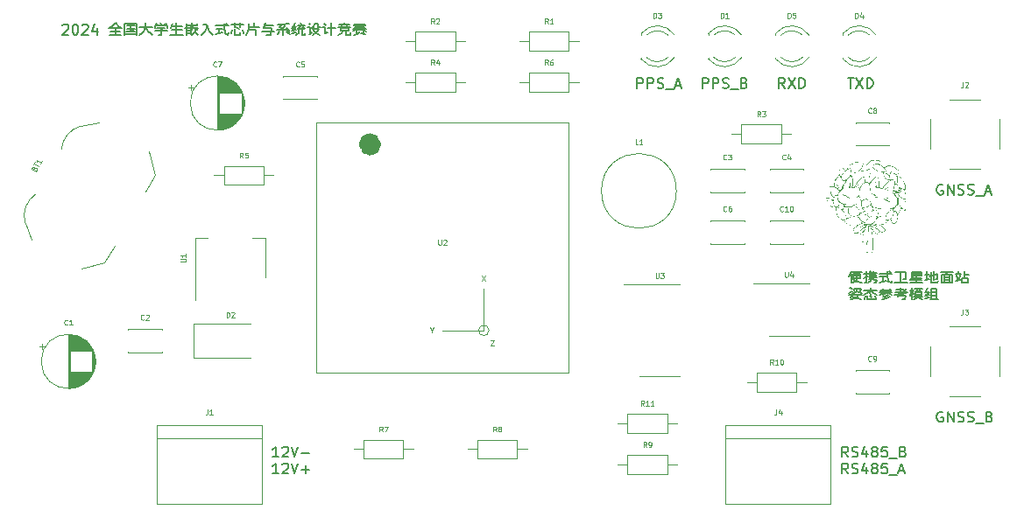
<source format=gbr>
%TF.GenerationSoftware,KiCad,Pcbnew,7.0.10*%
%TF.CreationDate,2024-05-18T19:18:12+08:00*%
%TF.ProjectId,pcb,7063622e-6b69-4636-9164-5f7063625858,rev?*%
%TF.SameCoordinates,Original*%
%TF.FileFunction,Legend,Top*%
%TF.FilePolarity,Positive*%
%FSLAX46Y46*%
G04 Gerber Fmt 4.6, Leading zero omitted, Abs format (unit mm)*
G04 Created by KiCad (PCBNEW 7.0.10) date 2024-05-18 19:18:12*
%MOMM*%
%LPD*%
G01*
G04 APERTURE LIST*
%ADD10C,0.150000*%
%ADD11C,0.125000*%
%ADD12C,0.120000*%
%ADD13C,1.060000*%
G04 APERTURE END LIST*
D10*
X143836779Y-59569819D02*
X143836779Y-58569819D01*
X143836779Y-58569819D02*
X144217731Y-58569819D01*
X144217731Y-58569819D02*
X144312969Y-58617438D01*
X144312969Y-58617438D02*
X144360588Y-58665057D01*
X144360588Y-58665057D02*
X144408207Y-58760295D01*
X144408207Y-58760295D02*
X144408207Y-58903152D01*
X144408207Y-58903152D02*
X144360588Y-58998390D01*
X144360588Y-58998390D02*
X144312969Y-59046009D01*
X144312969Y-59046009D02*
X144217731Y-59093628D01*
X144217731Y-59093628D02*
X143836779Y-59093628D01*
X144836779Y-59569819D02*
X144836779Y-58569819D01*
X144836779Y-58569819D02*
X145217731Y-58569819D01*
X145217731Y-58569819D02*
X145312969Y-58617438D01*
X145312969Y-58617438D02*
X145360588Y-58665057D01*
X145360588Y-58665057D02*
X145408207Y-58760295D01*
X145408207Y-58760295D02*
X145408207Y-58903152D01*
X145408207Y-58903152D02*
X145360588Y-58998390D01*
X145360588Y-58998390D02*
X145312969Y-59046009D01*
X145312969Y-59046009D02*
X145217731Y-59093628D01*
X145217731Y-59093628D02*
X144836779Y-59093628D01*
X145789160Y-59522200D02*
X145932017Y-59569819D01*
X145932017Y-59569819D02*
X146170112Y-59569819D01*
X146170112Y-59569819D02*
X146265350Y-59522200D01*
X146265350Y-59522200D02*
X146312969Y-59474580D01*
X146312969Y-59474580D02*
X146360588Y-59379342D01*
X146360588Y-59379342D02*
X146360588Y-59284104D01*
X146360588Y-59284104D02*
X146312969Y-59188866D01*
X146312969Y-59188866D02*
X146265350Y-59141247D01*
X146265350Y-59141247D02*
X146170112Y-59093628D01*
X146170112Y-59093628D02*
X145979636Y-59046009D01*
X145979636Y-59046009D02*
X145884398Y-58998390D01*
X145884398Y-58998390D02*
X145836779Y-58950771D01*
X145836779Y-58950771D02*
X145789160Y-58855533D01*
X145789160Y-58855533D02*
X145789160Y-58760295D01*
X145789160Y-58760295D02*
X145836779Y-58665057D01*
X145836779Y-58665057D02*
X145884398Y-58617438D01*
X145884398Y-58617438D02*
X145979636Y-58569819D01*
X145979636Y-58569819D02*
X146217731Y-58569819D01*
X146217731Y-58569819D02*
X146360588Y-58617438D01*
X146551065Y-59665057D02*
X147312969Y-59665057D01*
X147503446Y-59284104D02*
X147979636Y-59284104D01*
X147408208Y-59569819D02*
X147741541Y-58569819D01*
X147741541Y-58569819D02*
X148074874Y-59569819D01*
X150136779Y-59569819D02*
X150136779Y-58569819D01*
X150136779Y-58569819D02*
X150517731Y-58569819D01*
X150517731Y-58569819D02*
X150612969Y-58617438D01*
X150612969Y-58617438D02*
X150660588Y-58665057D01*
X150660588Y-58665057D02*
X150708207Y-58760295D01*
X150708207Y-58760295D02*
X150708207Y-58903152D01*
X150708207Y-58903152D02*
X150660588Y-58998390D01*
X150660588Y-58998390D02*
X150612969Y-59046009D01*
X150612969Y-59046009D02*
X150517731Y-59093628D01*
X150517731Y-59093628D02*
X150136779Y-59093628D01*
X151136779Y-59569819D02*
X151136779Y-58569819D01*
X151136779Y-58569819D02*
X151517731Y-58569819D01*
X151517731Y-58569819D02*
X151612969Y-58617438D01*
X151612969Y-58617438D02*
X151660588Y-58665057D01*
X151660588Y-58665057D02*
X151708207Y-58760295D01*
X151708207Y-58760295D02*
X151708207Y-58903152D01*
X151708207Y-58903152D02*
X151660588Y-58998390D01*
X151660588Y-58998390D02*
X151612969Y-59046009D01*
X151612969Y-59046009D02*
X151517731Y-59093628D01*
X151517731Y-59093628D02*
X151136779Y-59093628D01*
X152089160Y-59522200D02*
X152232017Y-59569819D01*
X152232017Y-59569819D02*
X152470112Y-59569819D01*
X152470112Y-59569819D02*
X152565350Y-59522200D01*
X152565350Y-59522200D02*
X152612969Y-59474580D01*
X152612969Y-59474580D02*
X152660588Y-59379342D01*
X152660588Y-59379342D02*
X152660588Y-59284104D01*
X152660588Y-59284104D02*
X152612969Y-59188866D01*
X152612969Y-59188866D02*
X152565350Y-59141247D01*
X152565350Y-59141247D02*
X152470112Y-59093628D01*
X152470112Y-59093628D02*
X152279636Y-59046009D01*
X152279636Y-59046009D02*
X152184398Y-58998390D01*
X152184398Y-58998390D02*
X152136779Y-58950771D01*
X152136779Y-58950771D02*
X152089160Y-58855533D01*
X152089160Y-58855533D02*
X152089160Y-58760295D01*
X152089160Y-58760295D02*
X152136779Y-58665057D01*
X152136779Y-58665057D02*
X152184398Y-58617438D01*
X152184398Y-58617438D02*
X152279636Y-58569819D01*
X152279636Y-58569819D02*
X152517731Y-58569819D01*
X152517731Y-58569819D02*
X152660588Y-58617438D01*
X152851065Y-59665057D02*
X153612969Y-59665057D01*
X154184398Y-59046009D02*
X154327255Y-59093628D01*
X154327255Y-59093628D02*
X154374874Y-59141247D01*
X154374874Y-59141247D02*
X154422493Y-59236485D01*
X154422493Y-59236485D02*
X154422493Y-59379342D01*
X154422493Y-59379342D02*
X154374874Y-59474580D01*
X154374874Y-59474580D02*
X154327255Y-59522200D01*
X154327255Y-59522200D02*
X154232017Y-59569819D01*
X154232017Y-59569819D02*
X153851065Y-59569819D01*
X153851065Y-59569819D02*
X153851065Y-58569819D01*
X153851065Y-58569819D02*
X154184398Y-58569819D01*
X154184398Y-58569819D02*
X154279636Y-58617438D01*
X154279636Y-58617438D02*
X154327255Y-58665057D01*
X154327255Y-58665057D02*
X154374874Y-58760295D01*
X154374874Y-58760295D02*
X154374874Y-58855533D01*
X154374874Y-58855533D02*
X154327255Y-58950771D01*
X154327255Y-58950771D02*
X154279636Y-58998390D01*
X154279636Y-58998390D02*
X154184398Y-59046009D01*
X154184398Y-59046009D02*
X153851065Y-59046009D01*
X173360588Y-68917438D02*
X173265350Y-68869819D01*
X173265350Y-68869819D02*
X173122493Y-68869819D01*
X173122493Y-68869819D02*
X172979636Y-68917438D01*
X172979636Y-68917438D02*
X172884398Y-69012676D01*
X172884398Y-69012676D02*
X172836779Y-69107914D01*
X172836779Y-69107914D02*
X172789160Y-69298390D01*
X172789160Y-69298390D02*
X172789160Y-69441247D01*
X172789160Y-69441247D02*
X172836779Y-69631723D01*
X172836779Y-69631723D02*
X172884398Y-69726961D01*
X172884398Y-69726961D02*
X172979636Y-69822200D01*
X172979636Y-69822200D02*
X173122493Y-69869819D01*
X173122493Y-69869819D02*
X173217731Y-69869819D01*
X173217731Y-69869819D02*
X173360588Y-69822200D01*
X173360588Y-69822200D02*
X173408207Y-69774580D01*
X173408207Y-69774580D02*
X173408207Y-69441247D01*
X173408207Y-69441247D02*
X173217731Y-69441247D01*
X173836779Y-69869819D02*
X173836779Y-68869819D01*
X173836779Y-68869819D02*
X174408207Y-69869819D01*
X174408207Y-69869819D02*
X174408207Y-68869819D01*
X174836779Y-69822200D02*
X174979636Y-69869819D01*
X174979636Y-69869819D02*
X175217731Y-69869819D01*
X175217731Y-69869819D02*
X175312969Y-69822200D01*
X175312969Y-69822200D02*
X175360588Y-69774580D01*
X175360588Y-69774580D02*
X175408207Y-69679342D01*
X175408207Y-69679342D02*
X175408207Y-69584104D01*
X175408207Y-69584104D02*
X175360588Y-69488866D01*
X175360588Y-69488866D02*
X175312969Y-69441247D01*
X175312969Y-69441247D02*
X175217731Y-69393628D01*
X175217731Y-69393628D02*
X175027255Y-69346009D01*
X175027255Y-69346009D02*
X174932017Y-69298390D01*
X174932017Y-69298390D02*
X174884398Y-69250771D01*
X174884398Y-69250771D02*
X174836779Y-69155533D01*
X174836779Y-69155533D02*
X174836779Y-69060295D01*
X174836779Y-69060295D02*
X174884398Y-68965057D01*
X174884398Y-68965057D02*
X174932017Y-68917438D01*
X174932017Y-68917438D02*
X175027255Y-68869819D01*
X175027255Y-68869819D02*
X175265350Y-68869819D01*
X175265350Y-68869819D02*
X175408207Y-68917438D01*
X175789160Y-69822200D02*
X175932017Y-69869819D01*
X175932017Y-69869819D02*
X176170112Y-69869819D01*
X176170112Y-69869819D02*
X176265350Y-69822200D01*
X176265350Y-69822200D02*
X176312969Y-69774580D01*
X176312969Y-69774580D02*
X176360588Y-69679342D01*
X176360588Y-69679342D02*
X176360588Y-69584104D01*
X176360588Y-69584104D02*
X176312969Y-69488866D01*
X176312969Y-69488866D02*
X176265350Y-69441247D01*
X176265350Y-69441247D02*
X176170112Y-69393628D01*
X176170112Y-69393628D02*
X175979636Y-69346009D01*
X175979636Y-69346009D02*
X175884398Y-69298390D01*
X175884398Y-69298390D02*
X175836779Y-69250771D01*
X175836779Y-69250771D02*
X175789160Y-69155533D01*
X175789160Y-69155533D02*
X175789160Y-69060295D01*
X175789160Y-69060295D02*
X175836779Y-68965057D01*
X175836779Y-68965057D02*
X175884398Y-68917438D01*
X175884398Y-68917438D02*
X175979636Y-68869819D01*
X175979636Y-68869819D02*
X176217731Y-68869819D01*
X176217731Y-68869819D02*
X176360588Y-68917438D01*
X176551065Y-69965057D02*
X177312969Y-69965057D01*
X177503446Y-69584104D02*
X177979636Y-69584104D01*
X177408208Y-69869819D02*
X177741541Y-68869819D01*
X177741541Y-68869819D02*
X178074874Y-69869819D01*
X164658874Y-77342200D02*
X165516017Y-77342200D01*
X164706493Y-77723152D02*
X165420779Y-77723152D01*
X164706493Y-77961247D02*
X165420779Y-77961247D01*
X164516017Y-77485057D02*
X164516017Y-78389819D01*
X164706493Y-77532676D02*
X164706493Y-77961247D01*
X164706493Y-77532676D02*
X165420779Y-77532676D01*
X165420779Y-77532676D02*
X165420779Y-77961247D01*
X164706493Y-78056485D02*
X164849350Y-78199342D01*
X164849350Y-78199342D02*
X165039826Y-78294580D01*
X165039826Y-78294580D02*
X165516017Y-78389819D01*
X164563636Y-77294580D02*
X164468398Y-77532676D01*
X164468398Y-77532676D02*
X164277922Y-77770771D01*
X165087445Y-77342200D02*
X165087445Y-77913628D01*
X165087445Y-77913628D02*
X165039826Y-78104104D01*
X165039826Y-78104104D02*
X164896969Y-78294580D01*
X164896969Y-78294580D02*
X164611255Y-78389819D01*
X166277921Y-77437438D02*
X166992207Y-77437438D01*
X165754112Y-77532676D02*
X166135064Y-77532676D01*
X166325540Y-77580295D02*
X166944588Y-77580295D01*
X166325540Y-77723152D02*
X166944588Y-77723152D01*
X166325540Y-77866009D02*
X166992207Y-77866009D01*
X165801731Y-78389819D02*
X165944588Y-78389819D01*
X166706493Y-78389819D02*
X166944588Y-78389819D01*
X165992207Y-77246961D02*
X165992207Y-78389819D01*
X166325540Y-77389819D02*
X166325540Y-77866009D01*
X166658874Y-77342200D02*
X166658874Y-77866009D01*
X166373159Y-77246961D02*
X166230302Y-77532676D01*
X166658874Y-77246961D02*
X166611254Y-77437438D01*
X166230302Y-78008866D02*
X166706493Y-78008866D01*
X166706493Y-78008866D02*
X166706493Y-78151723D01*
X166706493Y-78151723D02*
X166992207Y-78151723D01*
X166992207Y-78151723D02*
X166944588Y-78389819D01*
X166135064Y-77818390D02*
X165754112Y-77913628D01*
X166420778Y-78008866D02*
X166373159Y-78199342D01*
X166373159Y-78199342D02*
X166182683Y-78389819D01*
X167230302Y-77532676D02*
X168468397Y-77532676D01*
X167277921Y-77818390D02*
X167896968Y-77818390D01*
X167563635Y-77818390D02*
X167563635Y-78294580D01*
X168182683Y-77294580D02*
X168325540Y-77437438D01*
X167896968Y-78199342D02*
X167230302Y-78342200D01*
X168039825Y-77294580D02*
X168039825Y-77627914D01*
X168039825Y-77627914D02*
X168135064Y-78294580D01*
X168135064Y-78294580D02*
X168420778Y-78389819D01*
X168420778Y-78389819D02*
X168468397Y-78199342D01*
X169516015Y-78008866D02*
X169801730Y-78008866D01*
X168706492Y-78389819D02*
X169944587Y-78389819D01*
X169277920Y-77389819D02*
X169277920Y-78389819D01*
X168801730Y-77389819D02*
X169801730Y-77389819D01*
X169801730Y-77389819D02*
X169801730Y-78008866D01*
X170373158Y-77532676D02*
X171277920Y-77532676D01*
X170373158Y-77723152D02*
X171277920Y-77723152D01*
X170325539Y-77961247D02*
X171325539Y-77961247D01*
X170373158Y-78151723D02*
X171277920Y-78151723D01*
X170182682Y-78389819D02*
X171420777Y-78389819D01*
X170373158Y-77342200D02*
X170373158Y-77723152D01*
X170801729Y-77818390D02*
X170801729Y-78389819D01*
X170373158Y-77342200D02*
X171277920Y-77342200D01*
X171277920Y-77342200D02*
X171277920Y-77723152D01*
X170468396Y-77818390D02*
X170182682Y-78104104D01*
X171658872Y-77580295D02*
X172039824Y-77580295D01*
X172230300Y-78389819D02*
X172849348Y-78389819D01*
X171849348Y-77294580D02*
X171849348Y-78104104D01*
X172230300Y-77389819D02*
X172230300Y-78389819D01*
X172516014Y-77246961D02*
X172516014Y-78151723D01*
X172896967Y-78199342D02*
X172849348Y-78389819D01*
X172039824Y-78056485D02*
X171658872Y-78151723D01*
X172849348Y-77532676D02*
X172420776Y-77675533D01*
X172420776Y-77675533D02*
X172039824Y-77770771D01*
X172849348Y-77485057D02*
X172801729Y-78056485D01*
X172801729Y-78056485D02*
X172658872Y-78056485D01*
X173135062Y-77342200D02*
X174373157Y-77342200D01*
X173516014Y-77866009D02*
X173992204Y-77866009D01*
X173516014Y-78104104D02*
X173992204Y-78104104D01*
X173230300Y-78342200D02*
X174277919Y-78342200D01*
X173230300Y-77627914D02*
X173230300Y-78389819D01*
X173516014Y-77627914D02*
X173516014Y-78342200D01*
X173992204Y-77627914D02*
X173992204Y-78342200D01*
X173230300Y-77627914D02*
X174277919Y-77627914D01*
X174277919Y-77627914D02*
X174277919Y-78389819D01*
X173754109Y-77342200D02*
X173658871Y-77580295D01*
X174611252Y-77532676D02*
X175135061Y-77532676D01*
X175468394Y-77580295D02*
X175849347Y-77580295D01*
X175230299Y-78342200D02*
X175801728Y-78342200D01*
X174896966Y-77294580D02*
X174896966Y-77532676D01*
X175230299Y-77913628D02*
X175230299Y-78389819D01*
X175468394Y-77246961D02*
X175468394Y-77913628D01*
X175230299Y-77913628D02*
X175801728Y-77913628D01*
X175801728Y-77913628D02*
X175801728Y-78389819D01*
X175039823Y-77627914D02*
X174944585Y-78151723D01*
X175135061Y-78104104D02*
X174611252Y-78199342D01*
X174706490Y-77627914D02*
X174754109Y-78056485D01*
X164277922Y-79571247D02*
X165516017Y-79571247D01*
X164706493Y-79571247D02*
X164468398Y-79809342D01*
X164373160Y-78904580D02*
X164611255Y-78999819D01*
X165087445Y-79190295D02*
X165230303Y-79333152D01*
X165230303Y-79333152D02*
X165516017Y-79428390D01*
X164849350Y-78999819D02*
X165468398Y-78999819D01*
X165468398Y-78999819D02*
X165373160Y-79190295D01*
X164849350Y-78856961D02*
X164754112Y-79095057D01*
X164754112Y-79428390D02*
X164706493Y-79571247D01*
X164611255Y-79237914D02*
X164277922Y-79380771D01*
X164563636Y-79761723D02*
X165468398Y-79999819D01*
X165230303Y-79571247D02*
X165039826Y-79809342D01*
X165039826Y-79809342D02*
X164849350Y-79904580D01*
X164849350Y-79904580D02*
X164420779Y-79999819D01*
X165087445Y-78999819D02*
X165087445Y-79190295D01*
X165087445Y-79190295D02*
X164944588Y-79333152D01*
X164944588Y-79333152D02*
X164658874Y-79428390D01*
X165754112Y-79095057D02*
X166992207Y-79095057D01*
X166087445Y-79999819D02*
X166706493Y-79999819D01*
X166087445Y-79666485D02*
X166087445Y-79999819D01*
X166325540Y-79428390D02*
X166420778Y-79523628D01*
X166325540Y-79618866D02*
X166516016Y-79809342D01*
X166754112Y-79856961D02*
X166706493Y-79999819D01*
X166801731Y-79666485D02*
X166944588Y-79952200D01*
X166420778Y-79095057D02*
X166468397Y-79237914D01*
X166468397Y-79237914D02*
X166658874Y-79428390D01*
X166658874Y-79428390D02*
X166992207Y-79571247D01*
X165896969Y-79666485D02*
X165801731Y-79952200D01*
X166277921Y-79237914D02*
X166087445Y-79428390D01*
X166087445Y-79428390D02*
X165754112Y-79571247D01*
X166373159Y-78856961D02*
X166277921Y-79285533D01*
X167325540Y-79095057D02*
X168325540Y-79095057D01*
X167277921Y-79285533D02*
X168420778Y-79285533D01*
X168230302Y-78999819D02*
X168373159Y-79190295D01*
X167658873Y-78952200D02*
X167516016Y-79095057D01*
X168039825Y-79285533D02*
X168230302Y-79476009D01*
X168230302Y-79476009D02*
X168468397Y-79571247D01*
X167754111Y-79190295D02*
X167516016Y-79476009D01*
X167516016Y-79476009D02*
X167230302Y-79571247D01*
X167896968Y-79428390D02*
X167563635Y-79571247D01*
X168087444Y-79571247D02*
X167849349Y-79714104D01*
X167849349Y-79714104D02*
X167563635Y-79761723D01*
X168277921Y-79761723D02*
X167944587Y-79904580D01*
X167944587Y-79904580D02*
X167516016Y-79999819D01*
X168849349Y-79047438D02*
X169658873Y-79047438D01*
X168754111Y-79285533D02*
X169944587Y-79285533D01*
X169420777Y-79999819D02*
X169706492Y-79999819D01*
X169277920Y-78856961D02*
X169277920Y-79285533D01*
X169039825Y-79666485D02*
X169801730Y-79666485D01*
X169801730Y-79666485D02*
X169706492Y-79999819D01*
X169087444Y-79476009D02*
X169039825Y-79714104D01*
X169754111Y-79428390D02*
X169087444Y-79523628D01*
X169896968Y-78952200D02*
X169611254Y-79190295D01*
X169611254Y-79190295D02*
X168944587Y-79571247D01*
X168944587Y-79571247D02*
X168706492Y-79571247D01*
X170611253Y-78999819D02*
X171420777Y-78999819D01*
X170182682Y-79142676D02*
X170563634Y-79142676D01*
X170706491Y-79333152D02*
X171325539Y-79333152D01*
X170706491Y-79523628D02*
X171325539Y-79523628D01*
X170563634Y-79714104D02*
X171420777Y-79714104D01*
X170420777Y-78856961D02*
X170420777Y-79999819D01*
X170706491Y-79190295D02*
X170706491Y-79523628D01*
X170849348Y-78856961D02*
X170849348Y-79095057D01*
X171182682Y-78856961D02*
X171182682Y-79095057D01*
X170706491Y-79190295D02*
X171325539Y-79190295D01*
X171325539Y-79190295D02*
X171325539Y-79523628D01*
X170373158Y-79142676D02*
X170516015Y-79476009D01*
X170992205Y-79666485D02*
X171182682Y-79904580D01*
X171182682Y-79904580D02*
X171420777Y-79999819D01*
X170373158Y-79095057D02*
X170230301Y-79666485D01*
X170992205Y-79523628D02*
X170896967Y-79809342D01*
X170896967Y-79809342D02*
X170801729Y-79904580D01*
X170801729Y-79904580D02*
X170563634Y-79999819D01*
X172277919Y-79285533D02*
X172754110Y-79285533D01*
X172277919Y-79666485D02*
X172754110Y-79666485D01*
X172135062Y-79999819D02*
X172896967Y-79999819D01*
X172277919Y-78952200D02*
X172277919Y-79999819D01*
X172277919Y-78952200D02*
X172754110Y-78952200D01*
X172754110Y-78952200D02*
X172754110Y-79999819D01*
X171754110Y-79190295D02*
X171706491Y-79333152D01*
X172039824Y-79285533D02*
X171658872Y-79666485D01*
X171944586Y-78856961D02*
X171754110Y-79237914D01*
X172087443Y-79571247D02*
X171658872Y-79666485D01*
X172087443Y-79809342D02*
X171658872Y-79904580D01*
X171992205Y-79285533D02*
X171658872Y-79333152D01*
X109160588Y-95259819D02*
X108589160Y-95259819D01*
X108874874Y-95259819D02*
X108874874Y-94259819D01*
X108874874Y-94259819D02*
X108779636Y-94402676D01*
X108779636Y-94402676D02*
X108684398Y-94497914D01*
X108684398Y-94497914D02*
X108589160Y-94545533D01*
X109541541Y-94355057D02*
X109589160Y-94307438D01*
X109589160Y-94307438D02*
X109684398Y-94259819D01*
X109684398Y-94259819D02*
X109922493Y-94259819D01*
X109922493Y-94259819D02*
X110017731Y-94307438D01*
X110017731Y-94307438D02*
X110065350Y-94355057D01*
X110065350Y-94355057D02*
X110112969Y-94450295D01*
X110112969Y-94450295D02*
X110112969Y-94545533D01*
X110112969Y-94545533D02*
X110065350Y-94688390D01*
X110065350Y-94688390D02*
X109493922Y-95259819D01*
X109493922Y-95259819D02*
X110112969Y-95259819D01*
X110398684Y-94259819D02*
X110732017Y-95259819D01*
X110732017Y-95259819D02*
X111065350Y-94259819D01*
X111398684Y-94878866D02*
X112160589Y-94878866D01*
X109160588Y-96869819D02*
X108589160Y-96869819D01*
X108874874Y-96869819D02*
X108874874Y-95869819D01*
X108874874Y-95869819D02*
X108779636Y-96012676D01*
X108779636Y-96012676D02*
X108684398Y-96107914D01*
X108684398Y-96107914D02*
X108589160Y-96155533D01*
X109541541Y-95965057D02*
X109589160Y-95917438D01*
X109589160Y-95917438D02*
X109684398Y-95869819D01*
X109684398Y-95869819D02*
X109922493Y-95869819D01*
X109922493Y-95869819D02*
X110017731Y-95917438D01*
X110017731Y-95917438D02*
X110065350Y-95965057D01*
X110065350Y-95965057D02*
X110112969Y-96060295D01*
X110112969Y-96060295D02*
X110112969Y-96155533D01*
X110112969Y-96155533D02*
X110065350Y-96298390D01*
X110065350Y-96298390D02*
X109493922Y-96869819D01*
X109493922Y-96869819D02*
X110112969Y-96869819D01*
X110398684Y-95869819D02*
X110732017Y-96869819D01*
X110732017Y-96869819D02*
X111065350Y-95869819D01*
X111398684Y-96488866D02*
X112160589Y-96488866D01*
X111779636Y-96869819D02*
X111779636Y-96107914D01*
X88289160Y-53465057D02*
X88336779Y-53417438D01*
X88336779Y-53417438D02*
X88432017Y-53369819D01*
X88432017Y-53369819D02*
X88670112Y-53369819D01*
X88670112Y-53369819D02*
X88765350Y-53417438D01*
X88765350Y-53417438D02*
X88812969Y-53465057D01*
X88812969Y-53465057D02*
X88860588Y-53560295D01*
X88860588Y-53560295D02*
X88860588Y-53655533D01*
X88860588Y-53655533D02*
X88812969Y-53798390D01*
X88812969Y-53798390D02*
X88241541Y-54369819D01*
X88241541Y-54369819D02*
X88860588Y-54369819D01*
X89479636Y-53369819D02*
X89574874Y-53369819D01*
X89574874Y-53369819D02*
X89670112Y-53417438D01*
X89670112Y-53417438D02*
X89717731Y-53465057D01*
X89717731Y-53465057D02*
X89765350Y-53560295D01*
X89765350Y-53560295D02*
X89812969Y-53750771D01*
X89812969Y-53750771D02*
X89812969Y-53988866D01*
X89812969Y-53988866D02*
X89765350Y-54179342D01*
X89765350Y-54179342D02*
X89717731Y-54274580D01*
X89717731Y-54274580D02*
X89670112Y-54322200D01*
X89670112Y-54322200D02*
X89574874Y-54369819D01*
X89574874Y-54369819D02*
X89479636Y-54369819D01*
X89479636Y-54369819D02*
X89384398Y-54322200D01*
X89384398Y-54322200D02*
X89336779Y-54274580D01*
X89336779Y-54274580D02*
X89289160Y-54179342D01*
X89289160Y-54179342D02*
X89241541Y-53988866D01*
X89241541Y-53988866D02*
X89241541Y-53750771D01*
X89241541Y-53750771D02*
X89289160Y-53560295D01*
X89289160Y-53560295D02*
X89336779Y-53465057D01*
X89336779Y-53465057D02*
X89384398Y-53417438D01*
X89384398Y-53417438D02*
X89479636Y-53369819D01*
X90193922Y-53465057D02*
X90241541Y-53417438D01*
X90241541Y-53417438D02*
X90336779Y-53369819D01*
X90336779Y-53369819D02*
X90574874Y-53369819D01*
X90574874Y-53369819D02*
X90670112Y-53417438D01*
X90670112Y-53417438D02*
X90717731Y-53465057D01*
X90717731Y-53465057D02*
X90765350Y-53560295D01*
X90765350Y-53560295D02*
X90765350Y-53655533D01*
X90765350Y-53655533D02*
X90717731Y-53798390D01*
X90717731Y-53798390D02*
X90146303Y-54369819D01*
X90146303Y-54369819D02*
X90765350Y-54369819D01*
X91622493Y-53703152D02*
X91622493Y-54369819D01*
X91384398Y-53322200D02*
X91146303Y-54036485D01*
X91146303Y-54036485D02*
X91765350Y-54036485D01*
X92955827Y-53750771D02*
X93812970Y-53750771D01*
X92908208Y-54036485D02*
X93860589Y-54036485D01*
X92812970Y-54369819D02*
X93955827Y-54369819D01*
X93384398Y-53750771D02*
X93384398Y-54369819D01*
X92955827Y-53655533D02*
X92765351Y-53750771D01*
X93384398Y-53226961D02*
X92955827Y-53655533D01*
X93384398Y-53226961D02*
X93765351Y-53607914D01*
X93765351Y-53607914D02*
X94003446Y-53750771D01*
X94479636Y-53512676D02*
X95289160Y-53512676D01*
X94527255Y-53798390D02*
X95241541Y-53798390D01*
X94432017Y-54084104D02*
X95289160Y-54084104D01*
X94241541Y-54322200D02*
X95479636Y-54322200D01*
X94241541Y-53322200D02*
X94241541Y-54369819D01*
X94860588Y-53512676D02*
X94860588Y-54084104D01*
X94241541Y-53322200D02*
X95479636Y-53322200D01*
X95479636Y-53322200D02*
X95479636Y-54369819D01*
X95051064Y-53893628D02*
X95193922Y-53988866D01*
X95717731Y-53655533D02*
X96955826Y-53655533D01*
X96336778Y-53226961D02*
X96336778Y-53607914D01*
X96336778Y-53607914D02*
X96527254Y-54036485D01*
X96527254Y-54036485D02*
X96765350Y-54274580D01*
X96765350Y-54274580D02*
X96955826Y-54369819D01*
X96289159Y-53703152D02*
X96146302Y-54084104D01*
X96146302Y-54084104D02*
X95955826Y-54274580D01*
X95955826Y-54274580D02*
X95717731Y-54369819D01*
X96336778Y-53322200D02*
X96241540Y-53893628D01*
X97193921Y-53988866D02*
X98432016Y-53988866D01*
X97527254Y-54369819D02*
X97812968Y-54369819D01*
X97241540Y-53465057D02*
X97241540Y-53703152D01*
X97812968Y-53893628D02*
X97812968Y-54369819D01*
X97241540Y-53465057D02*
X98384397Y-53465057D01*
X98384397Y-53465057D02*
X98384397Y-53703152D01*
X97336778Y-53274580D02*
X97479635Y-53417438D01*
X98289159Y-53274580D02*
X98098683Y-53465057D01*
X97765349Y-53226961D02*
X97812968Y-53417438D01*
X97432016Y-53703152D02*
X98193921Y-53703152D01*
X98193921Y-53703152D02*
X97812968Y-53846009D01*
X98860587Y-53560295D02*
X99860587Y-53560295D01*
X98812968Y-53941247D02*
X99812968Y-53941247D01*
X98670111Y-54369819D02*
X99908206Y-54369819D01*
X99289158Y-53226961D02*
X99289158Y-54369819D01*
X98955825Y-53274580D02*
X98765349Y-53750771D01*
X100241539Y-53465057D02*
X101289158Y-53465057D01*
X100146301Y-53703152D02*
X100765348Y-53703152D01*
X100289158Y-53988866D02*
X100670110Y-53988866D01*
X100289158Y-54274580D02*
X100670110Y-54274580D01*
X100241539Y-53274580D02*
X100241539Y-53465057D01*
X100289158Y-53560295D02*
X100289158Y-54369819D01*
X100670110Y-53560295D02*
X100670110Y-54322200D01*
X100765348Y-53226961D02*
X100765348Y-53465057D01*
X101289158Y-53274580D02*
X101289158Y-53465057D01*
X100908205Y-53703152D02*
X101336777Y-53703152D01*
X101336777Y-53703152D02*
X101289158Y-53893628D01*
X100908205Y-53512676D02*
X100812967Y-53941247D01*
X101098682Y-53798390D02*
X101098682Y-53988866D01*
X101098682Y-53988866D02*
X101003443Y-54179342D01*
X101003443Y-54179342D02*
X100765348Y-54369819D01*
X101098682Y-54036485D02*
X101146301Y-54179342D01*
X101146301Y-54179342D02*
X101384396Y-54369819D01*
X101908205Y-53369819D02*
X102241538Y-53369819D01*
X102241538Y-53369819D02*
X102336776Y-53655533D01*
X102336776Y-53655533D02*
X102479633Y-54036485D01*
X102479633Y-54036485D02*
X102812967Y-54369819D01*
X102241538Y-53465057D02*
X102193919Y-53750771D01*
X102193919Y-53750771D02*
X102051062Y-54036485D01*
X102051062Y-54036485D02*
X101717729Y-54369819D01*
X103098681Y-53512676D02*
X104336776Y-53512676D01*
X103146300Y-53798390D02*
X103765347Y-53798390D01*
X103432014Y-53798390D02*
X103432014Y-54274580D01*
X104051062Y-53274580D02*
X104193919Y-53417438D01*
X103765347Y-54179342D02*
X103098681Y-54322200D01*
X103908204Y-53274580D02*
X103908204Y-53607914D01*
X103908204Y-53607914D02*
X104003443Y-54274580D01*
X104003443Y-54274580D02*
X104289157Y-54369819D01*
X104289157Y-54369819D02*
X104336776Y-54179342D01*
X104622490Y-53417438D02*
X105765347Y-53417438D01*
X104955823Y-54369819D02*
X105479633Y-54369819D01*
X104955823Y-53798390D02*
X104955823Y-54369819D01*
X104955823Y-53226961D02*
X104955823Y-53607914D01*
X105432013Y-53226961D02*
X105432013Y-53607914D01*
X105479633Y-54179342D02*
X105479633Y-54369819D01*
X105670109Y-53941247D02*
X105765347Y-54226961D01*
X105051061Y-53655533D02*
X105336775Y-53798390D01*
X104717728Y-53941247D02*
X104574871Y-54274580D01*
X106289156Y-53607914D02*
X107289156Y-53607914D01*
X106812965Y-53226961D02*
X106812965Y-53560295D01*
X106289156Y-53274580D02*
X106289156Y-53750771D01*
X106289156Y-53750771D02*
X106193918Y-54036485D01*
X106193918Y-54036485D02*
X106051061Y-54369819D01*
X106241537Y-53893628D02*
X107003442Y-53893628D01*
X107003442Y-53893628D02*
X107003442Y-54369819D01*
X107860584Y-53465057D02*
X108622489Y-53465057D01*
X107527251Y-54036485D02*
X108765346Y-54036485D01*
X108003441Y-54369819D02*
X108384393Y-54369819D01*
X107860584Y-53226961D02*
X107765346Y-53750771D01*
X107765346Y-53750771D02*
X108527251Y-53750771D01*
X108527251Y-53750771D02*
X108432013Y-54322200D01*
X109003441Y-53941247D02*
X110146298Y-53941247D01*
X109622488Y-53941247D02*
X109622488Y-54369819D01*
X109908203Y-54084104D02*
X110003441Y-54131723D01*
X110003441Y-54131723D02*
X110241536Y-54322200D01*
X109955822Y-53750771D02*
X110193917Y-54036485D01*
X109289155Y-54084104D02*
X109051060Y-54322200D01*
X110146298Y-53274580D02*
X109527250Y-53369819D01*
X109527250Y-53369819D02*
X109098679Y-53369819D01*
X109479631Y-53369819D02*
X109241536Y-53655533D01*
X109241536Y-53655533D02*
X109527250Y-53750771D01*
X109860583Y-53465057D02*
X109384393Y-53941247D01*
X111003440Y-53465057D02*
X111717726Y-53465057D01*
X111289154Y-53798390D02*
X111622488Y-53798390D01*
X111003440Y-53798390D02*
X111432012Y-53798390D01*
X111432012Y-54369819D02*
X111717726Y-54369819D01*
X111479631Y-53846009D02*
X111479631Y-54369819D01*
X111717726Y-54226961D02*
X111670107Y-54369819D01*
X111479631Y-53607914D02*
X111670107Y-53750771D01*
X110622488Y-53512676D02*
X110527250Y-53703152D01*
X110860583Y-53560295D02*
X110765345Y-53703152D01*
X110765345Y-53703152D02*
X110479631Y-53988866D01*
X111336773Y-53465057D02*
X111193916Y-53607914D01*
X111193916Y-53607914D02*
X111003440Y-53798390D01*
X111289154Y-53226961D02*
X111336773Y-53417438D01*
X110765345Y-53226961D02*
X110574869Y-53607914D01*
X111051059Y-54274580D02*
X110860583Y-54369819D01*
X111146297Y-53893628D02*
X111098678Y-54226961D01*
X110812964Y-53655533D02*
X110479631Y-53703152D01*
X110860583Y-53941247D02*
X110479631Y-53988866D01*
X110860583Y-54179342D02*
X110479631Y-54274580D01*
X112955821Y-53655533D02*
X113193916Y-53655533D01*
X111955821Y-53655533D02*
X112193916Y-53655533D01*
X112193916Y-53655533D02*
X112193916Y-54322200D01*
X112622487Y-53274580D02*
X113003440Y-53274580D01*
X113003440Y-53274580D02*
X113003440Y-53655533D01*
X112098678Y-53274580D02*
X112241535Y-53417438D01*
X112574868Y-53560295D02*
X112384392Y-53750771D01*
X112527249Y-53846009D02*
X112574868Y-53988866D01*
X112574868Y-53988866D02*
X112812963Y-54226961D01*
X112812963Y-54226961D02*
X113146297Y-54369819D01*
X112384392Y-54179342D02*
X112098678Y-54322200D01*
X112432011Y-53846009D02*
X113098678Y-53846009D01*
X113098678Y-53846009D02*
X113003440Y-53988866D01*
X113003440Y-53988866D02*
X112812963Y-54179342D01*
X112812963Y-54179342D02*
X112432011Y-54369819D01*
X112622487Y-53274580D02*
X112574868Y-53607914D01*
X113908201Y-53703152D02*
X114670106Y-53703152D01*
X113432011Y-53655533D02*
X113670106Y-53655533D01*
X113670106Y-53655533D02*
X113670106Y-54274580D01*
X114289153Y-53226961D02*
X114289153Y-54369819D01*
X113574868Y-53274580D02*
X113765344Y-53465057D01*
X113908201Y-54179342D02*
X113622487Y-54274580D01*
X115003439Y-53369819D02*
X116051058Y-53369819D01*
X114908201Y-53607914D02*
X116146296Y-53607914D01*
X115146296Y-53988866D02*
X115955820Y-53988866D01*
X115670105Y-54369819D02*
X116098677Y-54369819D01*
X115146296Y-53750771D02*
X115146296Y-53988866D01*
X115717724Y-53988866D02*
X115717724Y-54369819D01*
X115146296Y-53750771D02*
X115955820Y-53750771D01*
X115955820Y-53750771D02*
X115955820Y-53988866D01*
X116098677Y-54179342D02*
X116098677Y-54369819D01*
X115241534Y-53465057D02*
X115289153Y-53607914D01*
X115527248Y-53226961D02*
X115527248Y-53369819D01*
X115812963Y-53417438D02*
X115765343Y-53607914D01*
X115384391Y-54036485D02*
X115241534Y-54274580D01*
X115241534Y-54274580D02*
X114908201Y-54369819D01*
X116527248Y-53512676D02*
X117479629Y-53512676D01*
X116574867Y-53655533D02*
X117432010Y-53655533D01*
X116384391Y-53798390D02*
X117622486Y-53798390D01*
X116432010Y-53369819D02*
X116432010Y-53465057D01*
X116670105Y-53893628D02*
X116670105Y-54226961D01*
X116574867Y-53941247D02*
X117384391Y-53941247D01*
X117384391Y-53941247D02*
X117384391Y-54226961D01*
X116432010Y-53369819D02*
X117574867Y-53369819D01*
X117574867Y-53369819D02*
X117574867Y-53465057D01*
X117241533Y-53417438D02*
X117241533Y-53798390D01*
X117241533Y-53798390D02*
X117336772Y-53893628D01*
X117336772Y-53893628D02*
X117622486Y-54036485D01*
X116765343Y-53417438D02*
X116765343Y-53798390D01*
X116765343Y-53798390D02*
X116670105Y-53893628D01*
X116670105Y-53893628D02*
X116384391Y-53988866D01*
X117098676Y-54226961D02*
X117574867Y-54322200D01*
X117003438Y-54036485D02*
X116955819Y-54179342D01*
X116955819Y-54179342D02*
X116812962Y-54322200D01*
X116812962Y-54322200D02*
X116432010Y-54369819D01*
X164208207Y-95259819D02*
X163874874Y-94783628D01*
X163636779Y-95259819D02*
X163636779Y-94259819D01*
X163636779Y-94259819D02*
X164017731Y-94259819D01*
X164017731Y-94259819D02*
X164112969Y-94307438D01*
X164112969Y-94307438D02*
X164160588Y-94355057D01*
X164160588Y-94355057D02*
X164208207Y-94450295D01*
X164208207Y-94450295D02*
X164208207Y-94593152D01*
X164208207Y-94593152D02*
X164160588Y-94688390D01*
X164160588Y-94688390D02*
X164112969Y-94736009D01*
X164112969Y-94736009D02*
X164017731Y-94783628D01*
X164017731Y-94783628D02*
X163636779Y-94783628D01*
X164589160Y-95212200D02*
X164732017Y-95259819D01*
X164732017Y-95259819D02*
X164970112Y-95259819D01*
X164970112Y-95259819D02*
X165065350Y-95212200D01*
X165065350Y-95212200D02*
X165112969Y-95164580D01*
X165112969Y-95164580D02*
X165160588Y-95069342D01*
X165160588Y-95069342D02*
X165160588Y-94974104D01*
X165160588Y-94974104D02*
X165112969Y-94878866D01*
X165112969Y-94878866D02*
X165065350Y-94831247D01*
X165065350Y-94831247D02*
X164970112Y-94783628D01*
X164970112Y-94783628D02*
X164779636Y-94736009D01*
X164779636Y-94736009D02*
X164684398Y-94688390D01*
X164684398Y-94688390D02*
X164636779Y-94640771D01*
X164636779Y-94640771D02*
X164589160Y-94545533D01*
X164589160Y-94545533D02*
X164589160Y-94450295D01*
X164589160Y-94450295D02*
X164636779Y-94355057D01*
X164636779Y-94355057D02*
X164684398Y-94307438D01*
X164684398Y-94307438D02*
X164779636Y-94259819D01*
X164779636Y-94259819D02*
X165017731Y-94259819D01*
X165017731Y-94259819D02*
X165160588Y-94307438D01*
X166017731Y-94593152D02*
X166017731Y-95259819D01*
X165779636Y-94212200D02*
X165541541Y-94926485D01*
X165541541Y-94926485D02*
X166160588Y-94926485D01*
X166684398Y-94688390D02*
X166589160Y-94640771D01*
X166589160Y-94640771D02*
X166541541Y-94593152D01*
X166541541Y-94593152D02*
X166493922Y-94497914D01*
X166493922Y-94497914D02*
X166493922Y-94450295D01*
X166493922Y-94450295D02*
X166541541Y-94355057D01*
X166541541Y-94355057D02*
X166589160Y-94307438D01*
X166589160Y-94307438D02*
X166684398Y-94259819D01*
X166684398Y-94259819D02*
X166874874Y-94259819D01*
X166874874Y-94259819D02*
X166970112Y-94307438D01*
X166970112Y-94307438D02*
X167017731Y-94355057D01*
X167017731Y-94355057D02*
X167065350Y-94450295D01*
X167065350Y-94450295D02*
X167065350Y-94497914D01*
X167065350Y-94497914D02*
X167017731Y-94593152D01*
X167017731Y-94593152D02*
X166970112Y-94640771D01*
X166970112Y-94640771D02*
X166874874Y-94688390D01*
X166874874Y-94688390D02*
X166684398Y-94688390D01*
X166684398Y-94688390D02*
X166589160Y-94736009D01*
X166589160Y-94736009D02*
X166541541Y-94783628D01*
X166541541Y-94783628D02*
X166493922Y-94878866D01*
X166493922Y-94878866D02*
X166493922Y-95069342D01*
X166493922Y-95069342D02*
X166541541Y-95164580D01*
X166541541Y-95164580D02*
X166589160Y-95212200D01*
X166589160Y-95212200D02*
X166684398Y-95259819D01*
X166684398Y-95259819D02*
X166874874Y-95259819D01*
X166874874Y-95259819D02*
X166970112Y-95212200D01*
X166970112Y-95212200D02*
X167017731Y-95164580D01*
X167017731Y-95164580D02*
X167065350Y-95069342D01*
X167065350Y-95069342D02*
X167065350Y-94878866D01*
X167065350Y-94878866D02*
X167017731Y-94783628D01*
X167017731Y-94783628D02*
X166970112Y-94736009D01*
X166970112Y-94736009D02*
X166874874Y-94688390D01*
X167970112Y-94259819D02*
X167493922Y-94259819D01*
X167493922Y-94259819D02*
X167446303Y-94736009D01*
X167446303Y-94736009D02*
X167493922Y-94688390D01*
X167493922Y-94688390D02*
X167589160Y-94640771D01*
X167589160Y-94640771D02*
X167827255Y-94640771D01*
X167827255Y-94640771D02*
X167922493Y-94688390D01*
X167922493Y-94688390D02*
X167970112Y-94736009D01*
X167970112Y-94736009D02*
X168017731Y-94831247D01*
X168017731Y-94831247D02*
X168017731Y-95069342D01*
X168017731Y-95069342D02*
X167970112Y-95164580D01*
X167970112Y-95164580D02*
X167922493Y-95212200D01*
X167922493Y-95212200D02*
X167827255Y-95259819D01*
X167827255Y-95259819D02*
X167589160Y-95259819D01*
X167589160Y-95259819D02*
X167493922Y-95212200D01*
X167493922Y-95212200D02*
X167446303Y-95164580D01*
X168208208Y-95355057D02*
X168970112Y-95355057D01*
X169541541Y-94736009D02*
X169684398Y-94783628D01*
X169684398Y-94783628D02*
X169732017Y-94831247D01*
X169732017Y-94831247D02*
X169779636Y-94926485D01*
X169779636Y-94926485D02*
X169779636Y-95069342D01*
X169779636Y-95069342D02*
X169732017Y-95164580D01*
X169732017Y-95164580D02*
X169684398Y-95212200D01*
X169684398Y-95212200D02*
X169589160Y-95259819D01*
X169589160Y-95259819D02*
X169208208Y-95259819D01*
X169208208Y-95259819D02*
X169208208Y-94259819D01*
X169208208Y-94259819D02*
X169541541Y-94259819D01*
X169541541Y-94259819D02*
X169636779Y-94307438D01*
X169636779Y-94307438D02*
X169684398Y-94355057D01*
X169684398Y-94355057D02*
X169732017Y-94450295D01*
X169732017Y-94450295D02*
X169732017Y-94545533D01*
X169732017Y-94545533D02*
X169684398Y-94640771D01*
X169684398Y-94640771D02*
X169636779Y-94688390D01*
X169636779Y-94688390D02*
X169541541Y-94736009D01*
X169541541Y-94736009D02*
X169208208Y-94736009D01*
X164208207Y-96869819D02*
X163874874Y-96393628D01*
X163636779Y-96869819D02*
X163636779Y-95869819D01*
X163636779Y-95869819D02*
X164017731Y-95869819D01*
X164017731Y-95869819D02*
X164112969Y-95917438D01*
X164112969Y-95917438D02*
X164160588Y-95965057D01*
X164160588Y-95965057D02*
X164208207Y-96060295D01*
X164208207Y-96060295D02*
X164208207Y-96203152D01*
X164208207Y-96203152D02*
X164160588Y-96298390D01*
X164160588Y-96298390D02*
X164112969Y-96346009D01*
X164112969Y-96346009D02*
X164017731Y-96393628D01*
X164017731Y-96393628D02*
X163636779Y-96393628D01*
X164589160Y-96822200D02*
X164732017Y-96869819D01*
X164732017Y-96869819D02*
X164970112Y-96869819D01*
X164970112Y-96869819D02*
X165065350Y-96822200D01*
X165065350Y-96822200D02*
X165112969Y-96774580D01*
X165112969Y-96774580D02*
X165160588Y-96679342D01*
X165160588Y-96679342D02*
X165160588Y-96584104D01*
X165160588Y-96584104D02*
X165112969Y-96488866D01*
X165112969Y-96488866D02*
X165065350Y-96441247D01*
X165065350Y-96441247D02*
X164970112Y-96393628D01*
X164970112Y-96393628D02*
X164779636Y-96346009D01*
X164779636Y-96346009D02*
X164684398Y-96298390D01*
X164684398Y-96298390D02*
X164636779Y-96250771D01*
X164636779Y-96250771D02*
X164589160Y-96155533D01*
X164589160Y-96155533D02*
X164589160Y-96060295D01*
X164589160Y-96060295D02*
X164636779Y-95965057D01*
X164636779Y-95965057D02*
X164684398Y-95917438D01*
X164684398Y-95917438D02*
X164779636Y-95869819D01*
X164779636Y-95869819D02*
X165017731Y-95869819D01*
X165017731Y-95869819D02*
X165160588Y-95917438D01*
X166017731Y-96203152D02*
X166017731Y-96869819D01*
X165779636Y-95822200D02*
X165541541Y-96536485D01*
X165541541Y-96536485D02*
X166160588Y-96536485D01*
X166684398Y-96298390D02*
X166589160Y-96250771D01*
X166589160Y-96250771D02*
X166541541Y-96203152D01*
X166541541Y-96203152D02*
X166493922Y-96107914D01*
X166493922Y-96107914D02*
X166493922Y-96060295D01*
X166493922Y-96060295D02*
X166541541Y-95965057D01*
X166541541Y-95965057D02*
X166589160Y-95917438D01*
X166589160Y-95917438D02*
X166684398Y-95869819D01*
X166684398Y-95869819D02*
X166874874Y-95869819D01*
X166874874Y-95869819D02*
X166970112Y-95917438D01*
X166970112Y-95917438D02*
X167017731Y-95965057D01*
X167017731Y-95965057D02*
X167065350Y-96060295D01*
X167065350Y-96060295D02*
X167065350Y-96107914D01*
X167065350Y-96107914D02*
X167017731Y-96203152D01*
X167017731Y-96203152D02*
X166970112Y-96250771D01*
X166970112Y-96250771D02*
X166874874Y-96298390D01*
X166874874Y-96298390D02*
X166684398Y-96298390D01*
X166684398Y-96298390D02*
X166589160Y-96346009D01*
X166589160Y-96346009D02*
X166541541Y-96393628D01*
X166541541Y-96393628D02*
X166493922Y-96488866D01*
X166493922Y-96488866D02*
X166493922Y-96679342D01*
X166493922Y-96679342D02*
X166541541Y-96774580D01*
X166541541Y-96774580D02*
X166589160Y-96822200D01*
X166589160Y-96822200D02*
X166684398Y-96869819D01*
X166684398Y-96869819D02*
X166874874Y-96869819D01*
X166874874Y-96869819D02*
X166970112Y-96822200D01*
X166970112Y-96822200D02*
X167017731Y-96774580D01*
X167017731Y-96774580D02*
X167065350Y-96679342D01*
X167065350Y-96679342D02*
X167065350Y-96488866D01*
X167065350Y-96488866D02*
X167017731Y-96393628D01*
X167017731Y-96393628D02*
X166970112Y-96346009D01*
X166970112Y-96346009D02*
X166874874Y-96298390D01*
X167970112Y-95869819D02*
X167493922Y-95869819D01*
X167493922Y-95869819D02*
X167446303Y-96346009D01*
X167446303Y-96346009D02*
X167493922Y-96298390D01*
X167493922Y-96298390D02*
X167589160Y-96250771D01*
X167589160Y-96250771D02*
X167827255Y-96250771D01*
X167827255Y-96250771D02*
X167922493Y-96298390D01*
X167922493Y-96298390D02*
X167970112Y-96346009D01*
X167970112Y-96346009D02*
X168017731Y-96441247D01*
X168017731Y-96441247D02*
X168017731Y-96679342D01*
X168017731Y-96679342D02*
X167970112Y-96774580D01*
X167970112Y-96774580D02*
X167922493Y-96822200D01*
X167922493Y-96822200D02*
X167827255Y-96869819D01*
X167827255Y-96869819D02*
X167589160Y-96869819D01*
X167589160Y-96869819D02*
X167493922Y-96822200D01*
X167493922Y-96822200D02*
X167446303Y-96774580D01*
X168208208Y-96965057D02*
X168970112Y-96965057D01*
X169160589Y-96584104D02*
X169636779Y-96584104D01*
X169065351Y-96869819D02*
X169398684Y-95869819D01*
X169398684Y-95869819D02*
X169732017Y-96869819D01*
X173360588Y-90917438D02*
X173265350Y-90869819D01*
X173265350Y-90869819D02*
X173122493Y-90869819D01*
X173122493Y-90869819D02*
X172979636Y-90917438D01*
X172979636Y-90917438D02*
X172884398Y-91012676D01*
X172884398Y-91012676D02*
X172836779Y-91107914D01*
X172836779Y-91107914D02*
X172789160Y-91298390D01*
X172789160Y-91298390D02*
X172789160Y-91441247D01*
X172789160Y-91441247D02*
X172836779Y-91631723D01*
X172836779Y-91631723D02*
X172884398Y-91726961D01*
X172884398Y-91726961D02*
X172979636Y-91822200D01*
X172979636Y-91822200D02*
X173122493Y-91869819D01*
X173122493Y-91869819D02*
X173217731Y-91869819D01*
X173217731Y-91869819D02*
X173360588Y-91822200D01*
X173360588Y-91822200D02*
X173408207Y-91774580D01*
X173408207Y-91774580D02*
X173408207Y-91441247D01*
X173408207Y-91441247D02*
X173217731Y-91441247D01*
X173836779Y-91869819D02*
X173836779Y-90869819D01*
X173836779Y-90869819D02*
X174408207Y-91869819D01*
X174408207Y-91869819D02*
X174408207Y-90869819D01*
X174836779Y-91822200D02*
X174979636Y-91869819D01*
X174979636Y-91869819D02*
X175217731Y-91869819D01*
X175217731Y-91869819D02*
X175312969Y-91822200D01*
X175312969Y-91822200D02*
X175360588Y-91774580D01*
X175360588Y-91774580D02*
X175408207Y-91679342D01*
X175408207Y-91679342D02*
X175408207Y-91584104D01*
X175408207Y-91584104D02*
X175360588Y-91488866D01*
X175360588Y-91488866D02*
X175312969Y-91441247D01*
X175312969Y-91441247D02*
X175217731Y-91393628D01*
X175217731Y-91393628D02*
X175027255Y-91346009D01*
X175027255Y-91346009D02*
X174932017Y-91298390D01*
X174932017Y-91298390D02*
X174884398Y-91250771D01*
X174884398Y-91250771D02*
X174836779Y-91155533D01*
X174836779Y-91155533D02*
X174836779Y-91060295D01*
X174836779Y-91060295D02*
X174884398Y-90965057D01*
X174884398Y-90965057D02*
X174932017Y-90917438D01*
X174932017Y-90917438D02*
X175027255Y-90869819D01*
X175027255Y-90869819D02*
X175265350Y-90869819D01*
X175265350Y-90869819D02*
X175408207Y-90917438D01*
X175789160Y-91822200D02*
X175932017Y-91869819D01*
X175932017Y-91869819D02*
X176170112Y-91869819D01*
X176170112Y-91869819D02*
X176265350Y-91822200D01*
X176265350Y-91822200D02*
X176312969Y-91774580D01*
X176312969Y-91774580D02*
X176360588Y-91679342D01*
X176360588Y-91679342D02*
X176360588Y-91584104D01*
X176360588Y-91584104D02*
X176312969Y-91488866D01*
X176312969Y-91488866D02*
X176265350Y-91441247D01*
X176265350Y-91441247D02*
X176170112Y-91393628D01*
X176170112Y-91393628D02*
X175979636Y-91346009D01*
X175979636Y-91346009D02*
X175884398Y-91298390D01*
X175884398Y-91298390D02*
X175836779Y-91250771D01*
X175836779Y-91250771D02*
X175789160Y-91155533D01*
X175789160Y-91155533D02*
X175789160Y-91060295D01*
X175789160Y-91060295D02*
X175836779Y-90965057D01*
X175836779Y-90965057D02*
X175884398Y-90917438D01*
X175884398Y-90917438D02*
X175979636Y-90869819D01*
X175979636Y-90869819D02*
X176217731Y-90869819D01*
X176217731Y-90869819D02*
X176360588Y-90917438D01*
X176551065Y-91965057D02*
X177312969Y-91965057D01*
X177884398Y-91346009D02*
X178027255Y-91393628D01*
X178027255Y-91393628D02*
X178074874Y-91441247D01*
X178074874Y-91441247D02*
X178122493Y-91536485D01*
X178122493Y-91536485D02*
X178122493Y-91679342D01*
X178122493Y-91679342D02*
X178074874Y-91774580D01*
X178074874Y-91774580D02*
X178027255Y-91822200D01*
X178027255Y-91822200D02*
X177932017Y-91869819D01*
X177932017Y-91869819D02*
X177551065Y-91869819D01*
X177551065Y-91869819D02*
X177551065Y-90869819D01*
X177551065Y-90869819D02*
X177884398Y-90869819D01*
X177884398Y-90869819D02*
X177979636Y-90917438D01*
X177979636Y-90917438D02*
X178027255Y-90965057D01*
X178027255Y-90965057D02*
X178074874Y-91060295D01*
X178074874Y-91060295D02*
X178074874Y-91155533D01*
X178074874Y-91155533D02*
X178027255Y-91250771D01*
X178027255Y-91250771D02*
X177979636Y-91298390D01*
X177979636Y-91298390D02*
X177884398Y-91346009D01*
X177884398Y-91346009D02*
X177551065Y-91346009D01*
X158108207Y-59569819D02*
X157774874Y-59093628D01*
X157536779Y-59569819D02*
X157536779Y-58569819D01*
X157536779Y-58569819D02*
X157917731Y-58569819D01*
X157917731Y-58569819D02*
X158012969Y-58617438D01*
X158012969Y-58617438D02*
X158060588Y-58665057D01*
X158060588Y-58665057D02*
X158108207Y-58760295D01*
X158108207Y-58760295D02*
X158108207Y-58903152D01*
X158108207Y-58903152D02*
X158060588Y-58998390D01*
X158060588Y-58998390D02*
X158012969Y-59046009D01*
X158012969Y-59046009D02*
X157917731Y-59093628D01*
X157917731Y-59093628D02*
X157536779Y-59093628D01*
X158441541Y-58569819D02*
X159108207Y-59569819D01*
X159108207Y-58569819D02*
X158441541Y-59569819D01*
X159489160Y-59569819D02*
X159489160Y-58569819D01*
X159489160Y-58569819D02*
X159727255Y-58569819D01*
X159727255Y-58569819D02*
X159870112Y-58617438D01*
X159870112Y-58617438D02*
X159965350Y-58712676D01*
X159965350Y-58712676D02*
X160012969Y-58807914D01*
X160012969Y-58807914D02*
X160060588Y-58998390D01*
X160060588Y-58998390D02*
X160060588Y-59141247D01*
X160060588Y-59141247D02*
X160012969Y-59331723D01*
X160012969Y-59331723D02*
X159965350Y-59426961D01*
X159965350Y-59426961D02*
X159870112Y-59522200D01*
X159870112Y-59522200D02*
X159727255Y-59569819D01*
X159727255Y-59569819D02*
X159489160Y-59569819D01*
X164193922Y-58569819D02*
X164765350Y-58569819D01*
X164479636Y-59569819D02*
X164479636Y-58569819D01*
X165003446Y-58569819D02*
X165670112Y-59569819D01*
X165670112Y-58569819D02*
X165003446Y-59569819D01*
X166051065Y-59569819D02*
X166051065Y-58569819D01*
X166051065Y-58569819D02*
X166289160Y-58569819D01*
X166289160Y-58569819D02*
X166432017Y-58617438D01*
X166432017Y-58617438D02*
X166527255Y-58712676D01*
X166527255Y-58712676D02*
X166574874Y-58807914D01*
X166574874Y-58807914D02*
X166622493Y-58998390D01*
X166622493Y-58998390D02*
X166622493Y-59141247D01*
X166622493Y-59141247D02*
X166574874Y-59331723D01*
X166574874Y-59331723D02*
X166527255Y-59426961D01*
X166527255Y-59426961D02*
X166432017Y-59522200D01*
X166432017Y-59522200D02*
X166289160Y-59569819D01*
X166289160Y-59569819D02*
X166051065Y-59569819D01*
D11*
X124226666Y-53304809D02*
X124060000Y-53066714D01*
X123940952Y-53304809D02*
X123940952Y-52804809D01*
X123940952Y-52804809D02*
X124131428Y-52804809D01*
X124131428Y-52804809D02*
X124179047Y-52828619D01*
X124179047Y-52828619D02*
X124202857Y-52852428D01*
X124202857Y-52852428D02*
X124226666Y-52900047D01*
X124226666Y-52900047D02*
X124226666Y-52971476D01*
X124226666Y-52971476D02*
X124202857Y-53019095D01*
X124202857Y-53019095D02*
X124179047Y-53042904D01*
X124179047Y-53042904D02*
X124131428Y-53066714D01*
X124131428Y-53066714D02*
X123940952Y-53066714D01*
X124417143Y-52852428D02*
X124440952Y-52828619D01*
X124440952Y-52828619D02*
X124488571Y-52804809D01*
X124488571Y-52804809D02*
X124607619Y-52804809D01*
X124607619Y-52804809D02*
X124655238Y-52828619D01*
X124655238Y-52828619D02*
X124679047Y-52852428D01*
X124679047Y-52852428D02*
X124702857Y-52900047D01*
X124702857Y-52900047D02*
X124702857Y-52947666D01*
X124702857Y-52947666D02*
X124679047Y-53019095D01*
X124679047Y-53019095D02*
X124393333Y-53304809D01*
X124393333Y-53304809D02*
X124702857Y-53304809D01*
X155726666Y-62304809D02*
X155560000Y-62066714D01*
X155440952Y-62304809D02*
X155440952Y-61804809D01*
X155440952Y-61804809D02*
X155631428Y-61804809D01*
X155631428Y-61804809D02*
X155679047Y-61828619D01*
X155679047Y-61828619D02*
X155702857Y-61852428D01*
X155702857Y-61852428D02*
X155726666Y-61900047D01*
X155726666Y-61900047D02*
X155726666Y-61971476D01*
X155726666Y-61971476D02*
X155702857Y-62019095D01*
X155702857Y-62019095D02*
X155679047Y-62042904D01*
X155679047Y-62042904D02*
X155631428Y-62066714D01*
X155631428Y-62066714D02*
X155440952Y-62066714D01*
X155893333Y-61804809D02*
X156202857Y-61804809D01*
X156202857Y-61804809D02*
X156036190Y-61995285D01*
X156036190Y-61995285D02*
X156107619Y-61995285D01*
X156107619Y-61995285D02*
X156155238Y-62019095D01*
X156155238Y-62019095D02*
X156179047Y-62042904D01*
X156179047Y-62042904D02*
X156202857Y-62090523D01*
X156202857Y-62090523D02*
X156202857Y-62209571D01*
X156202857Y-62209571D02*
X156179047Y-62257190D01*
X156179047Y-62257190D02*
X156155238Y-62281000D01*
X156155238Y-62281000D02*
X156107619Y-62304809D01*
X156107619Y-62304809D02*
X155964762Y-62304809D01*
X155964762Y-62304809D02*
X155917143Y-62281000D01*
X155917143Y-62281000D02*
X155893333Y-62257190D01*
X158400952Y-52764809D02*
X158400952Y-52264809D01*
X158400952Y-52264809D02*
X158520000Y-52264809D01*
X158520000Y-52264809D02*
X158591428Y-52288619D01*
X158591428Y-52288619D02*
X158639047Y-52336238D01*
X158639047Y-52336238D02*
X158662857Y-52383857D01*
X158662857Y-52383857D02*
X158686666Y-52479095D01*
X158686666Y-52479095D02*
X158686666Y-52550523D01*
X158686666Y-52550523D02*
X158662857Y-52645761D01*
X158662857Y-52645761D02*
X158639047Y-52693380D01*
X158639047Y-52693380D02*
X158591428Y-52741000D01*
X158591428Y-52741000D02*
X158520000Y-52764809D01*
X158520000Y-52764809D02*
X158400952Y-52764809D01*
X159139047Y-52264809D02*
X158900952Y-52264809D01*
X158900952Y-52264809D02*
X158877143Y-52502904D01*
X158877143Y-52502904D02*
X158900952Y-52479095D01*
X158900952Y-52479095D02*
X158948571Y-52455285D01*
X158948571Y-52455285D02*
X159067619Y-52455285D01*
X159067619Y-52455285D02*
X159115238Y-52479095D01*
X159115238Y-52479095D02*
X159139047Y-52502904D01*
X159139047Y-52502904D02*
X159162857Y-52550523D01*
X159162857Y-52550523D02*
X159162857Y-52669571D01*
X159162857Y-52669571D02*
X159139047Y-52717190D01*
X159139047Y-52717190D02*
X159115238Y-52741000D01*
X159115238Y-52741000D02*
X159067619Y-52764809D01*
X159067619Y-52764809D02*
X158948571Y-52764809D01*
X158948571Y-52764809D02*
X158900952Y-52741000D01*
X158900952Y-52741000D02*
X158877143Y-52717190D01*
X104130952Y-81724809D02*
X104130952Y-81224809D01*
X104130952Y-81224809D02*
X104250000Y-81224809D01*
X104250000Y-81224809D02*
X104321428Y-81248619D01*
X104321428Y-81248619D02*
X104369047Y-81296238D01*
X104369047Y-81296238D02*
X104392857Y-81343857D01*
X104392857Y-81343857D02*
X104416666Y-81439095D01*
X104416666Y-81439095D02*
X104416666Y-81510523D01*
X104416666Y-81510523D02*
X104392857Y-81605761D01*
X104392857Y-81605761D02*
X104369047Y-81653380D01*
X104369047Y-81653380D02*
X104321428Y-81701000D01*
X104321428Y-81701000D02*
X104250000Y-81724809D01*
X104250000Y-81724809D02*
X104130952Y-81724809D01*
X104607143Y-81272428D02*
X104630952Y-81248619D01*
X104630952Y-81248619D02*
X104678571Y-81224809D01*
X104678571Y-81224809D02*
X104797619Y-81224809D01*
X104797619Y-81224809D02*
X104845238Y-81248619D01*
X104845238Y-81248619D02*
X104869047Y-81272428D01*
X104869047Y-81272428D02*
X104892857Y-81320047D01*
X104892857Y-81320047D02*
X104892857Y-81367666D01*
X104892857Y-81367666D02*
X104869047Y-81439095D01*
X104869047Y-81439095D02*
X104583333Y-81724809D01*
X104583333Y-81724809D02*
X104892857Y-81724809D01*
X144726666Y-94304809D02*
X144560000Y-94066714D01*
X144440952Y-94304809D02*
X144440952Y-93804809D01*
X144440952Y-93804809D02*
X144631428Y-93804809D01*
X144631428Y-93804809D02*
X144679047Y-93828619D01*
X144679047Y-93828619D02*
X144702857Y-93852428D01*
X144702857Y-93852428D02*
X144726666Y-93900047D01*
X144726666Y-93900047D02*
X144726666Y-93971476D01*
X144726666Y-93971476D02*
X144702857Y-94019095D01*
X144702857Y-94019095D02*
X144679047Y-94042904D01*
X144679047Y-94042904D02*
X144631428Y-94066714D01*
X144631428Y-94066714D02*
X144440952Y-94066714D01*
X144964762Y-94304809D02*
X145060000Y-94304809D01*
X145060000Y-94304809D02*
X145107619Y-94281000D01*
X145107619Y-94281000D02*
X145131428Y-94257190D01*
X145131428Y-94257190D02*
X145179047Y-94185761D01*
X145179047Y-94185761D02*
X145202857Y-94090523D01*
X145202857Y-94090523D02*
X145202857Y-93900047D01*
X145202857Y-93900047D02*
X145179047Y-93852428D01*
X145179047Y-93852428D02*
X145155238Y-93828619D01*
X145155238Y-93828619D02*
X145107619Y-93804809D01*
X145107619Y-93804809D02*
X145012381Y-93804809D01*
X145012381Y-93804809D02*
X144964762Y-93828619D01*
X144964762Y-93828619D02*
X144940952Y-93852428D01*
X144940952Y-93852428D02*
X144917143Y-93900047D01*
X144917143Y-93900047D02*
X144917143Y-94019095D01*
X144917143Y-94019095D02*
X144940952Y-94066714D01*
X144940952Y-94066714D02*
X144964762Y-94090523D01*
X144964762Y-94090523D02*
X145012381Y-94114333D01*
X145012381Y-94114333D02*
X145107619Y-94114333D01*
X145107619Y-94114333D02*
X145155238Y-94090523D01*
X145155238Y-94090523D02*
X145179047Y-94066714D01*
X145179047Y-94066714D02*
X145202857Y-94019095D01*
X124226666Y-57304809D02*
X124060000Y-57066714D01*
X123940952Y-57304809D02*
X123940952Y-56804809D01*
X123940952Y-56804809D02*
X124131428Y-56804809D01*
X124131428Y-56804809D02*
X124179047Y-56828619D01*
X124179047Y-56828619D02*
X124202857Y-56852428D01*
X124202857Y-56852428D02*
X124226666Y-56900047D01*
X124226666Y-56900047D02*
X124226666Y-56971476D01*
X124226666Y-56971476D02*
X124202857Y-57019095D01*
X124202857Y-57019095D02*
X124179047Y-57042904D01*
X124179047Y-57042904D02*
X124131428Y-57066714D01*
X124131428Y-57066714D02*
X123940952Y-57066714D01*
X124655238Y-56971476D02*
X124655238Y-57304809D01*
X124536190Y-56781000D02*
X124417143Y-57138142D01*
X124417143Y-57138142D02*
X124726666Y-57138142D01*
X151900952Y-52764809D02*
X151900952Y-52264809D01*
X151900952Y-52264809D02*
X152020000Y-52264809D01*
X152020000Y-52264809D02*
X152091428Y-52288619D01*
X152091428Y-52288619D02*
X152139047Y-52336238D01*
X152139047Y-52336238D02*
X152162857Y-52383857D01*
X152162857Y-52383857D02*
X152186666Y-52479095D01*
X152186666Y-52479095D02*
X152186666Y-52550523D01*
X152186666Y-52550523D02*
X152162857Y-52645761D01*
X152162857Y-52645761D02*
X152139047Y-52693380D01*
X152139047Y-52693380D02*
X152091428Y-52741000D01*
X152091428Y-52741000D02*
X152020000Y-52764809D01*
X152020000Y-52764809D02*
X151900952Y-52764809D01*
X152662857Y-52764809D02*
X152377143Y-52764809D01*
X152520000Y-52764809D02*
X152520000Y-52264809D01*
X152520000Y-52264809D02*
X152472381Y-52336238D01*
X152472381Y-52336238D02*
X152424762Y-52383857D01*
X152424762Y-52383857D02*
X152377143Y-52407666D01*
X145619047Y-77444809D02*
X145619047Y-77849571D01*
X145619047Y-77849571D02*
X145642857Y-77897190D01*
X145642857Y-77897190D02*
X145666666Y-77921000D01*
X145666666Y-77921000D02*
X145714285Y-77944809D01*
X145714285Y-77944809D02*
X145809523Y-77944809D01*
X145809523Y-77944809D02*
X145857142Y-77921000D01*
X145857142Y-77921000D02*
X145880952Y-77897190D01*
X145880952Y-77897190D02*
X145904761Y-77849571D01*
X145904761Y-77849571D02*
X145904761Y-77444809D01*
X146095238Y-77444809D02*
X146404762Y-77444809D01*
X146404762Y-77444809D02*
X146238095Y-77635285D01*
X146238095Y-77635285D02*
X146309524Y-77635285D01*
X146309524Y-77635285D02*
X146357143Y-77659095D01*
X146357143Y-77659095D02*
X146380952Y-77682904D01*
X146380952Y-77682904D02*
X146404762Y-77730523D01*
X146404762Y-77730523D02*
X146404762Y-77849571D01*
X146404762Y-77849571D02*
X146380952Y-77897190D01*
X146380952Y-77897190D02*
X146357143Y-77921000D01*
X146357143Y-77921000D02*
X146309524Y-77944809D01*
X146309524Y-77944809D02*
X146166667Y-77944809D01*
X146166667Y-77944809D02*
X146119048Y-77921000D01*
X146119048Y-77921000D02*
X146095238Y-77897190D01*
X156988571Y-86304809D02*
X156821905Y-86066714D01*
X156702857Y-86304809D02*
X156702857Y-85804809D01*
X156702857Y-85804809D02*
X156893333Y-85804809D01*
X156893333Y-85804809D02*
X156940952Y-85828619D01*
X156940952Y-85828619D02*
X156964762Y-85852428D01*
X156964762Y-85852428D02*
X156988571Y-85900047D01*
X156988571Y-85900047D02*
X156988571Y-85971476D01*
X156988571Y-85971476D02*
X156964762Y-86019095D01*
X156964762Y-86019095D02*
X156940952Y-86042904D01*
X156940952Y-86042904D02*
X156893333Y-86066714D01*
X156893333Y-86066714D02*
X156702857Y-86066714D01*
X157464762Y-86304809D02*
X157179048Y-86304809D01*
X157321905Y-86304809D02*
X157321905Y-85804809D01*
X157321905Y-85804809D02*
X157274286Y-85876238D01*
X157274286Y-85876238D02*
X157226667Y-85923857D01*
X157226667Y-85923857D02*
X157179048Y-85947666D01*
X157774285Y-85804809D02*
X157821904Y-85804809D01*
X157821904Y-85804809D02*
X157869523Y-85828619D01*
X157869523Y-85828619D02*
X157893333Y-85852428D01*
X157893333Y-85852428D02*
X157917142Y-85900047D01*
X157917142Y-85900047D02*
X157940952Y-85995285D01*
X157940952Y-85995285D02*
X157940952Y-86114333D01*
X157940952Y-86114333D02*
X157917142Y-86209571D01*
X157917142Y-86209571D02*
X157893333Y-86257190D01*
X157893333Y-86257190D02*
X157869523Y-86281000D01*
X157869523Y-86281000D02*
X157821904Y-86304809D01*
X157821904Y-86304809D02*
X157774285Y-86304809D01*
X157774285Y-86304809D02*
X157726666Y-86281000D01*
X157726666Y-86281000D02*
X157702857Y-86257190D01*
X157702857Y-86257190D02*
X157679047Y-86209571D01*
X157679047Y-86209571D02*
X157655238Y-86114333D01*
X157655238Y-86114333D02*
X157655238Y-85995285D01*
X157655238Y-85995285D02*
X157679047Y-85900047D01*
X157679047Y-85900047D02*
X157702857Y-85852428D01*
X157702857Y-85852428D02*
X157726666Y-85828619D01*
X157726666Y-85828619D02*
X157774285Y-85804809D01*
X175333333Y-58974809D02*
X175333333Y-59331952D01*
X175333333Y-59331952D02*
X175309524Y-59403380D01*
X175309524Y-59403380D02*
X175261905Y-59451000D01*
X175261905Y-59451000D02*
X175190476Y-59474809D01*
X175190476Y-59474809D02*
X175142857Y-59474809D01*
X175547619Y-59022428D02*
X175571428Y-58998619D01*
X175571428Y-58998619D02*
X175619047Y-58974809D01*
X175619047Y-58974809D02*
X175738095Y-58974809D01*
X175738095Y-58974809D02*
X175785714Y-58998619D01*
X175785714Y-58998619D02*
X175809523Y-59022428D01*
X175809523Y-59022428D02*
X175833333Y-59070047D01*
X175833333Y-59070047D02*
X175833333Y-59117666D01*
X175833333Y-59117666D02*
X175809523Y-59189095D01*
X175809523Y-59189095D02*
X175523809Y-59474809D01*
X175523809Y-59474809D02*
X175833333Y-59474809D01*
X166466666Y-61927190D02*
X166442857Y-61951000D01*
X166442857Y-61951000D02*
X166371428Y-61974809D01*
X166371428Y-61974809D02*
X166323809Y-61974809D01*
X166323809Y-61974809D02*
X166252381Y-61951000D01*
X166252381Y-61951000D02*
X166204762Y-61903380D01*
X166204762Y-61903380D02*
X166180952Y-61855761D01*
X166180952Y-61855761D02*
X166157143Y-61760523D01*
X166157143Y-61760523D02*
X166157143Y-61689095D01*
X166157143Y-61689095D02*
X166180952Y-61593857D01*
X166180952Y-61593857D02*
X166204762Y-61546238D01*
X166204762Y-61546238D02*
X166252381Y-61498619D01*
X166252381Y-61498619D02*
X166323809Y-61474809D01*
X166323809Y-61474809D02*
X166371428Y-61474809D01*
X166371428Y-61474809D02*
X166442857Y-61498619D01*
X166442857Y-61498619D02*
X166466666Y-61522428D01*
X166752381Y-61689095D02*
X166704762Y-61665285D01*
X166704762Y-61665285D02*
X166680952Y-61641476D01*
X166680952Y-61641476D02*
X166657143Y-61593857D01*
X166657143Y-61593857D02*
X166657143Y-61570047D01*
X166657143Y-61570047D02*
X166680952Y-61522428D01*
X166680952Y-61522428D02*
X166704762Y-61498619D01*
X166704762Y-61498619D02*
X166752381Y-61474809D01*
X166752381Y-61474809D02*
X166847619Y-61474809D01*
X166847619Y-61474809D02*
X166895238Y-61498619D01*
X166895238Y-61498619D02*
X166919047Y-61522428D01*
X166919047Y-61522428D02*
X166942857Y-61570047D01*
X166942857Y-61570047D02*
X166942857Y-61593857D01*
X166942857Y-61593857D02*
X166919047Y-61641476D01*
X166919047Y-61641476D02*
X166895238Y-61665285D01*
X166895238Y-61665285D02*
X166847619Y-61689095D01*
X166847619Y-61689095D02*
X166752381Y-61689095D01*
X166752381Y-61689095D02*
X166704762Y-61712904D01*
X166704762Y-61712904D02*
X166680952Y-61736714D01*
X166680952Y-61736714D02*
X166657143Y-61784333D01*
X166657143Y-61784333D02*
X166657143Y-61879571D01*
X166657143Y-61879571D02*
X166680952Y-61927190D01*
X166680952Y-61927190D02*
X166704762Y-61951000D01*
X166704762Y-61951000D02*
X166752381Y-61974809D01*
X166752381Y-61974809D02*
X166847619Y-61974809D01*
X166847619Y-61974809D02*
X166895238Y-61951000D01*
X166895238Y-61951000D02*
X166919047Y-61927190D01*
X166919047Y-61927190D02*
X166942857Y-61879571D01*
X166942857Y-61879571D02*
X166942857Y-61784333D01*
X166942857Y-61784333D02*
X166919047Y-61736714D01*
X166919047Y-61736714D02*
X166895238Y-61712904D01*
X166895238Y-61712904D02*
X166847619Y-61689095D01*
X158119047Y-77324809D02*
X158119047Y-77729571D01*
X158119047Y-77729571D02*
X158142857Y-77777190D01*
X158142857Y-77777190D02*
X158166666Y-77801000D01*
X158166666Y-77801000D02*
X158214285Y-77824809D01*
X158214285Y-77824809D02*
X158309523Y-77824809D01*
X158309523Y-77824809D02*
X158357142Y-77801000D01*
X158357142Y-77801000D02*
X158380952Y-77777190D01*
X158380952Y-77777190D02*
X158404761Y-77729571D01*
X158404761Y-77729571D02*
X158404761Y-77324809D01*
X158857143Y-77491476D02*
X158857143Y-77824809D01*
X158738095Y-77301000D02*
X158619048Y-77658142D01*
X158619048Y-77658142D02*
X158928571Y-77658142D01*
X175333333Y-80974809D02*
X175333333Y-81331952D01*
X175333333Y-81331952D02*
X175309524Y-81403380D01*
X175309524Y-81403380D02*
X175261905Y-81451000D01*
X175261905Y-81451000D02*
X175190476Y-81474809D01*
X175190476Y-81474809D02*
X175142857Y-81474809D01*
X175523809Y-80974809D02*
X175833333Y-80974809D01*
X175833333Y-80974809D02*
X175666666Y-81165285D01*
X175666666Y-81165285D02*
X175738095Y-81165285D01*
X175738095Y-81165285D02*
X175785714Y-81189095D01*
X175785714Y-81189095D02*
X175809523Y-81212904D01*
X175809523Y-81212904D02*
X175833333Y-81260523D01*
X175833333Y-81260523D02*
X175833333Y-81379571D01*
X175833333Y-81379571D02*
X175809523Y-81427190D01*
X175809523Y-81427190D02*
X175785714Y-81451000D01*
X175785714Y-81451000D02*
X175738095Y-81474809D01*
X175738095Y-81474809D02*
X175595238Y-81474809D01*
X175595238Y-81474809D02*
X175547619Y-81451000D01*
X175547619Y-81451000D02*
X175523809Y-81427190D01*
X143916666Y-64974809D02*
X143678571Y-64974809D01*
X143678571Y-64974809D02*
X143678571Y-64474809D01*
X144345238Y-64974809D02*
X144059524Y-64974809D01*
X144202381Y-64974809D02*
X144202381Y-64474809D01*
X144202381Y-64474809D02*
X144154762Y-64546238D01*
X144154762Y-64546238D02*
X144107143Y-64593857D01*
X144107143Y-64593857D02*
X144059524Y-64617666D01*
X135226666Y-57304809D02*
X135060000Y-57066714D01*
X134940952Y-57304809D02*
X134940952Y-56804809D01*
X134940952Y-56804809D02*
X135131428Y-56804809D01*
X135131428Y-56804809D02*
X135179047Y-56828619D01*
X135179047Y-56828619D02*
X135202857Y-56852428D01*
X135202857Y-56852428D02*
X135226666Y-56900047D01*
X135226666Y-56900047D02*
X135226666Y-56971476D01*
X135226666Y-56971476D02*
X135202857Y-57019095D01*
X135202857Y-57019095D02*
X135179047Y-57042904D01*
X135179047Y-57042904D02*
X135131428Y-57066714D01*
X135131428Y-57066714D02*
X134940952Y-57066714D01*
X135655238Y-56804809D02*
X135560000Y-56804809D01*
X135560000Y-56804809D02*
X135512381Y-56828619D01*
X135512381Y-56828619D02*
X135488571Y-56852428D01*
X135488571Y-56852428D02*
X135440952Y-56923857D01*
X135440952Y-56923857D02*
X135417143Y-57019095D01*
X135417143Y-57019095D02*
X135417143Y-57209571D01*
X135417143Y-57209571D02*
X135440952Y-57257190D01*
X135440952Y-57257190D02*
X135464762Y-57281000D01*
X135464762Y-57281000D02*
X135512381Y-57304809D01*
X135512381Y-57304809D02*
X135607619Y-57304809D01*
X135607619Y-57304809D02*
X135655238Y-57281000D01*
X135655238Y-57281000D02*
X135679047Y-57257190D01*
X135679047Y-57257190D02*
X135702857Y-57209571D01*
X135702857Y-57209571D02*
X135702857Y-57090523D01*
X135702857Y-57090523D02*
X135679047Y-57042904D01*
X135679047Y-57042904D02*
X135655238Y-57019095D01*
X135655238Y-57019095D02*
X135607619Y-56995285D01*
X135607619Y-56995285D02*
X135512381Y-56995285D01*
X135512381Y-56995285D02*
X135464762Y-57019095D01*
X135464762Y-57019095D02*
X135440952Y-57042904D01*
X135440952Y-57042904D02*
X135417143Y-57090523D01*
X157928571Y-71427190D02*
X157904762Y-71451000D01*
X157904762Y-71451000D02*
X157833333Y-71474809D01*
X157833333Y-71474809D02*
X157785714Y-71474809D01*
X157785714Y-71474809D02*
X157714286Y-71451000D01*
X157714286Y-71451000D02*
X157666667Y-71403380D01*
X157666667Y-71403380D02*
X157642857Y-71355761D01*
X157642857Y-71355761D02*
X157619048Y-71260523D01*
X157619048Y-71260523D02*
X157619048Y-71189095D01*
X157619048Y-71189095D02*
X157642857Y-71093857D01*
X157642857Y-71093857D02*
X157666667Y-71046238D01*
X157666667Y-71046238D02*
X157714286Y-70998619D01*
X157714286Y-70998619D02*
X157785714Y-70974809D01*
X157785714Y-70974809D02*
X157833333Y-70974809D01*
X157833333Y-70974809D02*
X157904762Y-70998619D01*
X157904762Y-70998619D02*
X157928571Y-71022428D01*
X158404762Y-71474809D02*
X158119048Y-71474809D01*
X158261905Y-71474809D02*
X158261905Y-70974809D01*
X158261905Y-70974809D02*
X158214286Y-71046238D01*
X158214286Y-71046238D02*
X158166667Y-71093857D01*
X158166667Y-71093857D02*
X158119048Y-71117666D01*
X158714285Y-70974809D02*
X158761904Y-70974809D01*
X158761904Y-70974809D02*
X158809523Y-70998619D01*
X158809523Y-70998619D02*
X158833333Y-71022428D01*
X158833333Y-71022428D02*
X158857142Y-71070047D01*
X158857142Y-71070047D02*
X158880952Y-71165285D01*
X158880952Y-71165285D02*
X158880952Y-71284333D01*
X158880952Y-71284333D02*
X158857142Y-71379571D01*
X158857142Y-71379571D02*
X158833333Y-71427190D01*
X158833333Y-71427190D02*
X158809523Y-71451000D01*
X158809523Y-71451000D02*
X158761904Y-71474809D01*
X158761904Y-71474809D02*
X158714285Y-71474809D01*
X158714285Y-71474809D02*
X158666666Y-71451000D01*
X158666666Y-71451000D02*
X158642857Y-71427190D01*
X158642857Y-71427190D02*
X158619047Y-71379571D01*
X158619047Y-71379571D02*
X158595238Y-71284333D01*
X158595238Y-71284333D02*
X158595238Y-71165285D01*
X158595238Y-71165285D02*
X158619047Y-71070047D01*
X158619047Y-71070047D02*
X158642857Y-71022428D01*
X158642857Y-71022428D02*
X158666666Y-70998619D01*
X158666666Y-70998619D02*
X158714285Y-70974809D01*
X85575294Y-67321676D02*
X85631628Y-67271722D01*
X85631628Y-67271722D02*
X85664152Y-67263007D01*
X85664152Y-67263007D02*
X85717296Y-67266197D01*
X85717296Y-67266197D02*
X85779155Y-67301911D01*
X85779155Y-67301911D02*
X85808490Y-67346340D01*
X85808490Y-67346340D02*
X85817205Y-67378864D01*
X85817205Y-67378864D02*
X85814015Y-67432009D01*
X85814015Y-67432009D02*
X85718777Y-67596966D01*
X85718777Y-67596966D02*
X85285764Y-67346966D01*
X85285764Y-67346966D02*
X85369097Y-67202628D01*
X85369097Y-67202628D02*
X85413526Y-67173294D01*
X85413526Y-67173294D02*
X85446051Y-67164579D01*
X85446051Y-67164579D02*
X85499195Y-67167769D01*
X85499195Y-67167769D02*
X85540434Y-67191578D01*
X85540434Y-67191578D02*
X85569769Y-67236007D01*
X85569769Y-67236007D02*
X85578484Y-67268532D01*
X85578484Y-67268532D02*
X85575294Y-67321676D01*
X85575294Y-67321676D02*
X85491960Y-67466013D01*
X85500050Y-66975812D02*
X85642907Y-66728376D01*
X86004491Y-67102094D02*
X85571478Y-66852094D01*
X86290205Y-66607223D02*
X86147348Y-66854659D01*
X86218776Y-66730941D02*
X85785764Y-66480941D01*
X85785764Y-66480941D02*
X85823813Y-66557894D01*
X85823813Y-66557894D02*
X85841243Y-66622943D01*
X85841243Y-66622943D02*
X85838053Y-66676087D01*
X124619047Y-74224809D02*
X124619047Y-74629571D01*
X124619047Y-74629571D02*
X124642857Y-74677190D01*
X124642857Y-74677190D02*
X124666666Y-74701000D01*
X124666666Y-74701000D02*
X124714285Y-74724809D01*
X124714285Y-74724809D02*
X124809523Y-74724809D01*
X124809523Y-74724809D02*
X124857142Y-74701000D01*
X124857142Y-74701000D02*
X124880952Y-74677190D01*
X124880952Y-74677190D02*
X124904761Y-74629571D01*
X124904761Y-74629571D02*
X124904761Y-74224809D01*
X125119048Y-74272428D02*
X125142857Y-74248619D01*
X125142857Y-74248619D02*
X125190476Y-74224809D01*
X125190476Y-74224809D02*
X125309524Y-74224809D01*
X125309524Y-74224809D02*
X125357143Y-74248619D01*
X125357143Y-74248619D02*
X125380952Y-74272428D01*
X125380952Y-74272428D02*
X125404762Y-74320047D01*
X125404762Y-74320047D02*
X125404762Y-74367666D01*
X125404762Y-74367666D02*
X125380952Y-74439095D01*
X125380952Y-74439095D02*
X125095238Y-74724809D01*
X125095238Y-74724809D02*
X125404762Y-74724809D01*
X129653664Y-83932309D02*
X129986997Y-83932309D01*
X129986997Y-83932309D02*
X129653664Y-84432309D01*
X129653664Y-84432309D02*
X129986997Y-84432309D01*
X124000000Y-82986714D02*
X124000000Y-83224809D01*
X123833334Y-82724809D02*
X124000000Y-82986714D01*
X124000000Y-82986714D02*
X124166667Y-82724809D01*
X128833333Y-77724809D02*
X129166666Y-78224809D01*
X129166666Y-77724809D02*
X128833333Y-78224809D01*
X105726666Y-66304809D02*
X105560000Y-66066714D01*
X105440952Y-66304809D02*
X105440952Y-65804809D01*
X105440952Y-65804809D02*
X105631428Y-65804809D01*
X105631428Y-65804809D02*
X105679047Y-65828619D01*
X105679047Y-65828619D02*
X105702857Y-65852428D01*
X105702857Y-65852428D02*
X105726666Y-65900047D01*
X105726666Y-65900047D02*
X105726666Y-65971476D01*
X105726666Y-65971476D02*
X105702857Y-66019095D01*
X105702857Y-66019095D02*
X105679047Y-66042904D01*
X105679047Y-66042904D02*
X105631428Y-66066714D01*
X105631428Y-66066714D02*
X105440952Y-66066714D01*
X106179047Y-65804809D02*
X105940952Y-65804809D01*
X105940952Y-65804809D02*
X105917143Y-66042904D01*
X105917143Y-66042904D02*
X105940952Y-66019095D01*
X105940952Y-66019095D02*
X105988571Y-65995285D01*
X105988571Y-65995285D02*
X106107619Y-65995285D01*
X106107619Y-65995285D02*
X106155238Y-66019095D01*
X106155238Y-66019095D02*
X106179047Y-66042904D01*
X106179047Y-66042904D02*
X106202857Y-66090523D01*
X106202857Y-66090523D02*
X106202857Y-66209571D01*
X106202857Y-66209571D02*
X106179047Y-66257190D01*
X106179047Y-66257190D02*
X106155238Y-66281000D01*
X106155238Y-66281000D02*
X106107619Y-66304809D01*
X106107619Y-66304809D02*
X105988571Y-66304809D01*
X105988571Y-66304809D02*
X105940952Y-66281000D01*
X105940952Y-66281000D02*
X105917143Y-66257190D01*
X102293333Y-90656809D02*
X102293333Y-91013952D01*
X102293333Y-91013952D02*
X102269524Y-91085380D01*
X102269524Y-91085380D02*
X102221905Y-91133000D01*
X102221905Y-91133000D02*
X102150476Y-91156809D01*
X102150476Y-91156809D02*
X102102857Y-91156809D01*
X102793333Y-91156809D02*
X102507619Y-91156809D01*
X102650476Y-91156809D02*
X102650476Y-90656809D01*
X102650476Y-90656809D02*
X102602857Y-90728238D01*
X102602857Y-90728238D02*
X102555238Y-90775857D01*
X102555238Y-90775857D02*
X102507619Y-90799666D01*
X152466666Y-71427190D02*
X152442857Y-71451000D01*
X152442857Y-71451000D02*
X152371428Y-71474809D01*
X152371428Y-71474809D02*
X152323809Y-71474809D01*
X152323809Y-71474809D02*
X152252381Y-71451000D01*
X152252381Y-71451000D02*
X152204762Y-71403380D01*
X152204762Y-71403380D02*
X152180952Y-71355761D01*
X152180952Y-71355761D02*
X152157143Y-71260523D01*
X152157143Y-71260523D02*
X152157143Y-71189095D01*
X152157143Y-71189095D02*
X152180952Y-71093857D01*
X152180952Y-71093857D02*
X152204762Y-71046238D01*
X152204762Y-71046238D02*
X152252381Y-70998619D01*
X152252381Y-70998619D02*
X152323809Y-70974809D01*
X152323809Y-70974809D02*
X152371428Y-70974809D01*
X152371428Y-70974809D02*
X152442857Y-70998619D01*
X152442857Y-70998619D02*
X152466666Y-71022428D01*
X152895238Y-70974809D02*
X152800000Y-70974809D01*
X152800000Y-70974809D02*
X152752381Y-70998619D01*
X152752381Y-70998619D02*
X152728571Y-71022428D01*
X152728571Y-71022428D02*
X152680952Y-71093857D01*
X152680952Y-71093857D02*
X152657143Y-71189095D01*
X152657143Y-71189095D02*
X152657143Y-71379571D01*
X152657143Y-71379571D02*
X152680952Y-71427190D01*
X152680952Y-71427190D02*
X152704762Y-71451000D01*
X152704762Y-71451000D02*
X152752381Y-71474809D01*
X152752381Y-71474809D02*
X152847619Y-71474809D01*
X152847619Y-71474809D02*
X152895238Y-71451000D01*
X152895238Y-71451000D02*
X152919047Y-71427190D01*
X152919047Y-71427190D02*
X152942857Y-71379571D01*
X152942857Y-71379571D02*
X152942857Y-71260523D01*
X152942857Y-71260523D02*
X152919047Y-71212904D01*
X152919047Y-71212904D02*
X152895238Y-71189095D01*
X152895238Y-71189095D02*
X152847619Y-71165285D01*
X152847619Y-71165285D02*
X152752381Y-71165285D01*
X152752381Y-71165285D02*
X152704762Y-71189095D01*
X152704762Y-71189095D02*
X152680952Y-71212904D01*
X152680952Y-71212904D02*
X152657143Y-71260523D01*
X145400952Y-52764809D02*
X145400952Y-52264809D01*
X145400952Y-52264809D02*
X145520000Y-52264809D01*
X145520000Y-52264809D02*
X145591428Y-52288619D01*
X145591428Y-52288619D02*
X145639047Y-52336238D01*
X145639047Y-52336238D02*
X145662857Y-52383857D01*
X145662857Y-52383857D02*
X145686666Y-52479095D01*
X145686666Y-52479095D02*
X145686666Y-52550523D01*
X145686666Y-52550523D02*
X145662857Y-52645761D01*
X145662857Y-52645761D02*
X145639047Y-52693380D01*
X145639047Y-52693380D02*
X145591428Y-52741000D01*
X145591428Y-52741000D02*
X145520000Y-52764809D01*
X145520000Y-52764809D02*
X145400952Y-52764809D01*
X145853333Y-52264809D02*
X146162857Y-52264809D01*
X146162857Y-52264809D02*
X145996190Y-52455285D01*
X145996190Y-52455285D02*
X146067619Y-52455285D01*
X146067619Y-52455285D02*
X146115238Y-52479095D01*
X146115238Y-52479095D02*
X146139047Y-52502904D01*
X146139047Y-52502904D02*
X146162857Y-52550523D01*
X146162857Y-52550523D02*
X146162857Y-52669571D01*
X146162857Y-52669571D02*
X146139047Y-52717190D01*
X146139047Y-52717190D02*
X146115238Y-52741000D01*
X146115238Y-52741000D02*
X146067619Y-52764809D01*
X146067619Y-52764809D02*
X145924762Y-52764809D01*
X145924762Y-52764809D02*
X145877143Y-52741000D01*
X145877143Y-52741000D02*
X145853333Y-52717190D01*
X119226666Y-92804809D02*
X119060000Y-92566714D01*
X118940952Y-92804809D02*
X118940952Y-92304809D01*
X118940952Y-92304809D02*
X119131428Y-92304809D01*
X119131428Y-92304809D02*
X119179047Y-92328619D01*
X119179047Y-92328619D02*
X119202857Y-92352428D01*
X119202857Y-92352428D02*
X119226666Y-92400047D01*
X119226666Y-92400047D02*
X119226666Y-92471476D01*
X119226666Y-92471476D02*
X119202857Y-92519095D01*
X119202857Y-92519095D02*
X119179047Y-92542904D01*
X119179047Y-92542904D02*
X119131428Y-92566714D01*
X119131428Y-92566714D02*
X118940952Y-92566714D01*
X119393333Y-92304809D02*
X119726666Y-92304809D01*
X119726666Y-92304809D02*
X119512381Y-92804809D01*
X130226666Y-92804809D02*
X130060000Y-92566714D01*
X129940952Y-92804809D02*
X129940952Y-92304809D01*
X129940952Y-92304809D02*
X130131428Y-92304809D01*
X130131428Y-92304809D02*
X130179047Y-92328619D01*
X130179047Y-92328619D02*
X130202857Y-92352428D01*
X130202857Y-92352428D02*
X130226666Y-92400047D01*
X130226666Y-92400047D02*
X130226666Y-92471476D01*
X130226666Y-92471476D02*
X130202857Y-92519095D01*
X130202857Y-92519095D02*
X130179047Y-92542904D01*
X130179047Y-92542904D02*
X130131428Y-92566714D01*
X130131428Y-92566714D02*
X129940952Y-92566714D01*
X130512381Y-92519095D02*
X130464762Y-92495285D01*
X130464762Y-92495285D02*
X130440952Y-92471476D01*
X130440952Y-92471476D02*
X130417143Y-92423857D01*
X130417143Y-92423857D02*
X130417143Y-92400047D01*
X130417143Y-92400047D02*
X130440952Y-92352428D01*
X130440952Y-92352428D02*
X130464762Y-92328619D01*
X130464762Y-92328619D02*
X130512381Y-92304809D01*
X130512381Y-92304809D02*
X130607619Y-92304809D01*
X130607619Y-92304809D02*
X130655238Y-92328619D01*
X130655238Y-92328619D02*
X130679047Y-92352428D01*
X130679047Y-92352428D02*
X130702857Y-92400047D01*
X130702857Y-92400047D02*
X130702857Y-92423857D01*
X130702857Y-92423857D02*
X130679047Y-92471476D01*
X130679047Y-92471476D02*
X130655238Y-92495285D01*
X130655238Y-92495285D02*
X130607619Y-92519095D01*
X130607619Y-92519095D02*
X130512381Y-92519095D01*
X130512381Y-92519095D02*
X130464762Y-92542904D01*
X130464762Y-92542904D02*
X130440952Y-92566714D01*
X130440952Y-92566714D02*
X130417143Y-92614333D01*
X130417143Y-92614333D02*
X130417143Y-92709571D01*
X130417143Y-92709571D02*
X130440952Y-92757190D01*
X130440952Y-92757190D02*
X130464762Y-92781000D01*
X130464762Y-92781000D02*
X130512381Y-92804809D01*
X130512381Y-92804809D02*
X130607619Y-92804809D01*
X130607619Y-92804809D02*
X130655238Y-92781000D01*
X130655238Y-92781000D02*
X130679047Y-92757190D01*
X130679047Y-92757190D02*
X130702857Y-92709571D01*
X130702857Y-92709571D02*
X130702857Y-92614333D01*
X130702857Y-92614333D02*
X130679047Y-92566714D01*
X130679047Y-92566714D02*
X130655238Y-92542904D01*
X130655238Y-92542904D02*
X130607619Y-92519095D01*
X88766666Y-82427190D02*
X88742857Y-82451000D01*
X88742857Y-82451000D02*
X88671428Y-82474809D01*
X88671428Y-82474809D02*
X88623809Y-82474809D01*
X88623809Y-82474809D02*
X88552381Y-82451000D01*
X88552381Y-82451000D02*
X88504762Y-82403380D01*
X88504762Y-82403380D02*
X88480952Y-82355761D01*
X88480952Y-82355761D02*
X88457143Y-82260523D01*
X88457143Y-82260523D02*
X88457143Y-82189095D01*
X88457143Y-82189095D02*
X88480952Y-82093857D01*
X88480952Y-82093857D02*
X88504762Y-82046238D01*
X88504762Y-82046238D02*
X88552381Y-81998619D01*
X88552381Y-81998619D02*
X88623809Y-81974809D01*
X88623809Y-81974809D02*
X88671428Y-81974809D01*
X88671428Y-81974809D02*
X88742857Y-81998619D01*
X88742857Y-81998619D02*
X88766666Y-82022428D01*
X89242857Y-82474809D02*
X88957143Y-82474809D01*
X89100000Y-82474809D02*
X89100000Y-81974809D01*
X89100000Y-81974809D02*
X89052381Y-82046238D01*
X89052381Y-82046238D02*
X89004762Y-82093857D01*
X89004762Y-82093857D02*
X88957143Y-82117666D01*
X157293333Y-90656809D02*
X157293333Y-91013952D01*
X157293333Y-91013952D02*
X157269524Y-91085380D01*
X157269524Y-91085380D02*
X157221905Y-91133000D01*
X157221905Y-91133000D02*
X157150476Y-91156809D01*
X157150476Y-91156809D02*
X157102857Y-91156809D01*
X157745714Y-90823476D02*
X157745714Y-91156809D01*
X157626666Y-90633000D02*
X157507619Y-90990142D01*
X157507619Y-90990142D02*
X157817142Y-90990142D01*
X158166666Y-66427190D02*
X158142857Y-66451000D01*
X158142857Y-66451000D02*
X158071428Y-66474809D01*
X158071428Y-66474809D02*
X158023809Y-66474809D01*
X158023809Y-66474809D02*
X157952381Y-66451000D01*
X157952381Y-66451000D02*
X157904762Y-66403380D01*
X157904762Y-66403380D02*
X157880952Y-66355761D01*
X157880952Y-66355761D02*
X157857143Y-66260523D01*
X157857143Y-66260523D02*
X157857143Y-66189095D01*
X157857143Y-66189095D02*
X157880952Y-66093857D01*
X157880952Y-66093857D02*
X157904762Y-66046238D01*
X157904762Y-66046238D02*
X157952381Y-65998619D01*
X157952381Y-65998619D02*
X158023809Y-65974809D01*
X158023809Y-65974809D02*
X158071428Y-65974809D01*
X158071428Y-65974809D02*
X158142857Y-65998619D01*
X158142857Y-65998619D02*
X158166666Y-66022428D01*
X158595238Y-66141476D02*
X158595238Y-66474809D01*
X158476190Y-65951000D02*
X158357143Y-66308142D01*
X158357143Y-66308142D02*
X158666666Y-66308142D01*
X96166666Y-81927190D02*
X96142857Y-81951000D01*
X96142857Y-81951000D02*
X96071428Y-81974809D01*
X96071428Y-81974809D02*
X96023809Y-81974809D01*
X96023809Y-81974809D02*
X95952381Y-81951000D01*
X95952381Y-81951000D02*
X95904762Y-81903380D01*
X95904762Y-81903380D02*
X95880952Y-81855761D01*
X95880952Y-81855761D02*
X95857143Y-81760523D01*
X95857143Y-81760523D02*
X95857143Y-81689095D01*
X95857143Y-81689095D02*
X95880952Y-81593857D01*
X95880952Y-81593857D02*
X95904762Y-81546238D01*
X95904762Y-81546238D02*
X95952381Y-81498619D01*
X95952381Y-81498619D02*
X96023809Y-81474809D01*
X96023809Y-81474809D02*
X96071428Y-81474809D01*
X96071428Y-81474809D02*
X96142857Y-81498619D01*
X96142857Y-81498619D02*
X96166666Y-81522428D01*
X96357143Y-81522428D02*
X96380952Y-81498619D01*
X96380952Y-81498619D02*
X96428571Y-81474809D01*
X96428571Y-81474809D02*
X96547619Y-81474809D01*
X96547619Y-81474809D02*
X96595238Y-81498619D01*
X96595238Y-81498619D02*
X96619047Y-81522428D01*
X96619047Y-81522428D02*
X96642857Y-81570047D01*
X96642857Y-81570047D02*
X96642857Y-81617666D01*
X96642857Y-81617666D02*
X96619047Y-81689095D01*
X96619047Y-81689095D02*
X96333333Y-81974809D01*
X96333333Y-81974809D02*
X96642857Y-81974809D01*
X144488571Y-90304809D02*
X144321905Y-90066714D01*
X144202857Y-90304809D02*
X144202857Y-89804809D01*
X144202857Y-89804809D02*
X144393333Y-89804809D01*
X144393333Y-89804809D02*
X144440952Y-89828619D01*
X144440952Y-89828619D02*
X144464762Y-89852428D01*
X144464762Y-89852428D02*
X144488571Y-89900047D01*
X144488571Y-89900047D02*
X144488571Y-89971476D01*
X144488571Y-89971476D02*
X144464762Y-90019095D01*
X144464762Y-90019095D02*
X144440952Y-90042904D01*
X144440952Y-90042904D02*
X144393333Y-90066714D01*
X144393333Y-90066714D02*
X144202857Y-90066714D01*
X144964762Y-90304809D02*
X144679048Y-90304809D01*
X144821905Y-90304809D02*
X144821905Y-89804809D01*
X144821905Y-89804809D02*
X144774286Y-89876238D01*
X144774286Y-89876238D02*
X144726667Y-89923857D01*
X144726667Y-89923857D02*
X144679048Y-89947666D01*
X145440952Y-90304809D02*
X145155238Y-90304809D01*
X145298095Y-90304809D02*
X145298095Y-89804809D01*
X145298095Y-89804809D02*
X145250476Y-89876238D01*
X145250476Y-89876238D02*
X145202857Y-89923857D01*
X145202857Y-89923857D02*
X145155238Y-89947666D01*
X103166666Y-57427190D02*
X103142857Y-57451000D01*
X103142857Y-57451000D02*
X103071428Y-57474809D01*
X103071428Y-57474809D02*
X103023809Y-57474809D01*
X103023809Y-57474809D02*
X102952381Y-57451000D01*
X102952381Y-57451000D02*
X102904762Y-57403380D01*
X102904762Y-57403380D02*
X102880952Y-57355761D01*
X102880952Y-57355761D02*
X102857143Y-57260523D01*
X102857143Y-57260523D02*
X102857143Y-57189095D01*
X102857143Y-57189095D02*
X102880952Y-57093857D01*
X102880952Y-57093857D02*
X102904762Y-57046238D01*
X102904762Y-57046238D02*
X102952381Y-56998619D01*
X102952381Y-56998619D02*
X103023809Y-56974809D01*
X103023809Y-56974809D02*
X103071428Y-56974809D01*
X103071428Y-56974809D02*
X103142857Y-56998619D01*
X103142857Y-56998619D02*
X103166666Y-57022428D01*
X103333333Y-56974809D02*
X103666666Y-56974809D01*
X103666666Y-56974809D02*
X103452381Y-57474809D01*
X164900952Y-52764809D02*
X164900952Y-52264809D01*
X164900952Y-52264809D02*
X165020000Y-52264809D01*
X165020000Y-52264809D02*
X165091428Y-52288619D01*
X165091428Y-52288619D02*
X165139047Y-52336238D01*
X165139047Y-52336238D02*
X165162857Y-52383857D01*
X165162857Y-52383857D02*
X165186666Y-52479095D01*
X165186666Y-52479095D02*
X165186666Y-52550523D01*
X165186666Y-52550523D02*
X165162857Y-52645761D01*
X165162857Y-52645761D02*
X165139047Y-52693380D01*
X165139047Y-52693380D02*
X165091428Y-52741000D01*
X165091428Y-52741000D02*
X165020000Y-52764809D01*
X165020000Y-52764809D02*
X164900952Y-52764809D01*
X165615238Y-52431476D02*
X165615238Y-52764809D01*
X165496190Y-52241000D02*
X165377143Y-52598142D01*
X165377143Y-52598142D02*
X165686666Y-52598142D01*
X135226666Y-53304809D02*
X135060000Y-53066714D01*
X134940952Y-53304809D02*
X134940952Y-52804809D01*
X134940952Y-52804809D02*
X135131428Y-52804809D01*
X135131428Y-52804809D02*
X135179047Y-52828619D01*
X135179047Y-52828619D02*
X135202857Y-52852428D01*
X135202857Y-52852428D02*
X135226666Y-52900047D01*
X135226666Y-52900047D02*
X135226666Y-52971476D01*
X135226666Y-52971476D02*
X135202857Y-53019095D01*
X135202857Y-53019095D02*
X135179047Y-53042904D01*
X135179047Y-53042904D02*
X135131428Y-53066714D01*
X135131428Y-53066714D02*
X134940952Y-53066714D01*
X135702857Y-53304809D02*
X135417143Y-53304809D01*
X135560000Y-53304809D02*
X135560000Y-52804809D01*
X135560000Y-52804809D02*
X135512381Y-52876238D01*
X135512381Y-52876238D02*
X135464762Y-52923857D01*
X135464762Y-52923857D02*
X135417143Y-52947666D01*
X166466666Y-85927190D02*
X166442857Y-85951000D01*
X166442857Y-85951000D02*
X166371428Y-85974809D01*
X166371428Y-85974809D02*
X166323809Y-85974809D01*
X166323809Y-85974809D02*
X166252381Y-85951000D01*
X166252381Y-85951000D02*
X166204762Y-85903380D01*
X166204762Y-85903380D02*
X166180952Y-85855761D01*
X166180952Y-85855761D02*
X166157143Y-85760523D01*
X166157143Y-85760523D02*
X166157143Y-85689095D01*
X166157143Y-85689095D02*
X166180952Y-85593857D01*
X166180952Y-85593857D02*
X166204762Y-85546238D01*
X166204762Y-85546238D02*
X166252381Y-85498619D01*
X166252381Y-85498619D02*
X166323809Y-85474809D01*
X166323809Y-85474809D02*
X166371428Y-85474809D01*
X166371428Y-85474809D02*
X166442857Y-85498619D01*
X166442857Y-85498619D02*
X166466666Y-85522428D01*
X166704762Y-85974809D02*
X166800000Y-85974809D01*
X166800000Y-85974809D02*
X166847619Y-85951000D01*
X166847619Y-85951000D02*
X166871428Y-85927190D01*
X166871428Y-85927190D02*
X166919047Y-85855761D01*
X166919047Y-85855761D02*
X166942857Y-85760523D01*
X166942857Y-85760523D02*
X166942857Y-85570047D01*
X166942857Y-85570047D02*
X166919047Y-85522428D01*
X166919047Y-85522428D02*
X166895238Y-85498619D01*
X166895238Y-85498619D02*
X166847619Y-85474809D01*
X166847619Y-85474809D02*
X166752381Y-85474809D01*
X166752381Y-85474809D02*
X166704762Y-85498619D01*
X166704762Y-85498619D02*
X166680952Y-85522428D01*
X166680952Y-85522428D02*
X166657143Y-85570047D01*
X166657143Y-85570047D02*
X166657143Y-85689095D01*
X166657143Y-85689095D02*
X166680952Y-85736714D01*
X166680952Y-85736714D02*
X166704762Y-85760523D01*
X166704762Y-85760523D02*
X166752381Y-85784333D01*
X166752381Y-85784333D02*
X166847619Y-85784333D01*
X166847619Y-85784333D02*
X166895238Y-85760523D01*
X166895238Y-85760523D02*
X166919047Y-85736714D01*
X166919047Y-85736714D02*
X166942857Y-85689095D01*
X111166666Y-57427190D02*
X111142857Y-57451000D01*
X111142857Y-57451000D02*
X111071428Y-57474809D01*
X111071428Y-57474809D02*
X111023809Y-57474809D01*
X111023809Y-57474809D02*
X110952381Y-57451000D01*
X110952381Y-57451000D02*
X110904762Y-57403380D01*
X110904762Y-57403380D02*
X110880952Y-57355761D01*
X110880952Y-57355761D02*
X110857143Y-57260523D01*
X110857143Y-57260523D02*
X110857143Y-57189095D01*
X110857143Y-57189095D02*
X110880952Y-57093857D01*
X110880952Y-57093857D02*
X110904762Y-57046238D01*
X110904762Y-57046238D02*
X110952381Y-56998619D01*
X110952381Y-56998619D02*
X111023809Y-56974809D01*
X111023809Y-56974809D02*
X111071428Y-56974809D01*
X111071428Y-56974809D02*
X111142857Y-56998619D01*
X111142857Y-56998619D02*
X111166666Y-57022428D01*
X111619047Y-56974809D02*
X111380952Y-56974809D01*
X111380952Y-56974809D02*
X111357143Y-57212904D01*
X111357143Y-57212904D02*
X111380952Y-57189095D01*
X111380952Y-57189095D02*
X111428571Y-57165285D01*
X111428571Y-57165285D02*
X111547619Y-57165285D01*
X111547619Y-57165285D02*
X111595238Y-57189095D01*
X111595238Y-57189095D02*
X111619047Y-57212904D01*
X111619047Y-57212904D02*
X111642857Y-57260523D01*
X111642857Y-57260523D02*
X111642857Y-57379571D01*
X111642857Y-57379571D02*
X111619047Y-57427190D01*
X111619047Y-57427190D02*
X111595238Y-57451000D01*
X111595238Y-57451000D02*
X111547619Y-57474809D01*
X111547619Y-57474809D02*
X111428571Y-57474809D01*
X111428571Y-57474809D02*
X111380952Y-57451000D01*
X111380952Y-57451000D02*
X111357143Y-57427190D01*
X152466666Y-66427190D02*
X152442857Y-66451000D01*
X152442857Y-66451000D02*
X152371428Y-66474809D01*
X152371428Y-66474809D02*
X152323809Y-66474809D01*
X152323809Y-66474809D02*
X152252381Y-66451000D01*
X152252381Y-66451000D02*
X152204762Y-66403380D01*
X152204762Y-66403380D02*
X152180952Y-66355761D01*
X152180952Y-66355761D02*
X152157143Y-66260523D01*
X152157143Y-66260523D02*
X152157143Y-66189095D01*
X152157143Y-66189095D02*
X152180952Y-66093857D01*
X152180952Y-66093857D02*
X152204762Y-66046238D01*
X152204762Y-66046238D02*
X152252381Y-65998619D01*
X152252381Y-65998619D02*
X152323809Y-65974809D01*
X152323809Y-65974809D02*
X152371428Y-65974809D01*
X152371428Y-65974809D02*
X152442857Y-65998619D01*
X152442857Y-65998619D02*
X152466666Y-66022428D01*
X152633333Y-65974809D02*
X152942857Y-65974809D01*
X152942857Y-65974809D02*
X152776190Y-66165285D01*
X152776190Y-66165285D02*
X152847619Y-66165285D01*
X152847619Y-66165285D02*
X152895238Y-66189095D01*
X152895238Y-66189095D02*
X152919047Y-66212904D01*
X152919047Y-66212904D02*
X152942857Y-66260523D01*
X152942857Y-66260523D02*
X152942857Y-66379571D01*
X152942857Y-66379571D02*
X152919047Y-66427190D01*
X152919047Y-66427190D02*
X152895238Y-66451000D01*
X152895238Y-66451000D02*
X152847619Y-66474809D01*
X152847619Y-66474809D02*
X152704762Y-66474809D01*
X152704762Y-66474809D02*
X152657143Y-66451000D01*
X152657143Y-66451000D02*
X152633333Y-66427190D01*
X99724809Y-76380952D02*
X100129571Y-76380952D01*
X100129571Y-76380952D02*
X100177190Y-76357142D01*
X100177190Y-76357142D02*
X100201000Y-76333333D01*
X100201000Y-76333333D02*
X100224809Y-76285714D01*
X100224809Y-76285714D02*
X100224809Y-76190476D01*
X100224809Y-76190476D02*
X100201000Y-76142857D01*
X100201000Y-76142857D02*
X100177190Y-76119047D01*
X100177190Y-76119047D02*
X100129571Y-76095238D01*
X100129571Y-76095238D02*
X99724809Y-76095238D01*
X100224809Y-75595237D02*
X100224809Y-75880951D01*
X100224809Y-75738094D02*
X99724809Y-75738094D01*
X99724809Y-75738094D02*
X99796238Y-75785713D01*
X99796238Y-75785713D02*
X99843857Y-75833332D01*
X99843857Y-75833332D02*
X99867666Y-75880951D01*
D12*
%TO.C,R2*%
X121440000Y-55000000D02*
X122390000Y-55000000D01*
X122390000Y-54080000D02*
X122390000Y-55920000D01*
X122390000Y-55920000D02*
X126230000Y-55920000D01*
X126230000Y-54080000D02*
X122390000Y-54080000D01*
X126230000Y-55920000D02*
X126230000Y-54080000D01*
X127180000Y-55000000D02*
X126230000Y-55000000D01*
%TO.C,R3*%
X152940000Y-64000000D02*
X153890000Y-64000000D01*
X153890000Y-63080000D02*
X153890000Y-64920000D01*
X153890000Y-64920000D02*
X157730000Y-64920000D01*
X157730000Y-63080000D02*
X153890000Y-63080000D01*
X157730000Y-64920000D02*
X157730000Y-63080000D01*
X158680000Y-64000000D02*
X157730000Y-64000000D01*
%TO.C,D5*%
X157210000Y-54264000D02*
X157210000Y-54420000D01*
X157210000Y-56580000D02*
X157210000Y-56736000D01*
X160442334Y-54421392D02*
G75*
G03*
X157210001Y-54264485I-1672334J-1078608D01*
G01*
X159811129Y-54420164D02*
G75*
G03*
X157729040Y-54420001I-1041129J-1079836D01*
G01*
X157729040Y-56579999D02*
G75*
G03*
X159811129Y-56579836I1040960J1079999D01*
G01*
X157210001Y-56735515D02*
G75*
G03*
X160442334Y-56578608I1559999J1235515D01*
G01*
%TO.C,D2*%
X100990000Y-82350000D02*
X100990000Y-85650000D01*
X100990000Y-82350000D02*
X106500000Y-82350000D01*
X100990000Y-85650000D02*
X106500000Y-85650000D01*
%TO.C,R9*%
X141940000Y-96000000D02*
X142890000Y-96000000D01*
X142890000Y-95080000D02*
X142890000Y-96920000D01*
X142890000Y-96920000D02*
X146730000Y-96920000D01*
X146730000Y-95080000D02*
X142890000Y-95080000D01*
X146730000Y-96920000D02*
X146730000Y-95080000D01*
X147680000Y-96000000D02*
X146730000Y-96000000D01*
%TO.C,R4*%
X121440000Y-59000000D02*
X122390000Y-59000000D01*
X122390000Y-58080000D02*
X122390000Y-59920000D01*
X122390000Y-59920000D02*
X126230000Y-59920000D01*
X126230000Y-58080000D02*
X122390000Y-58080000D01*
X126230000Y-59920000D02*
X126230000Y-58080000D01*
X127180000Y-59000000D02*
X126230000Y-59000000D01*
%TO.C,D1*%
X150710000Y-54264000D02*
X150710000Y-54420000D01*
X150710000Y-56580000D02*
X150710000Y-56736000D01*
X153942334Y-54421392D02*
G75*
G03*
X150710001Y-54264485I-1672334J-1078608D01*
G01*
X153311129Y-54420164D02*
G75*
G03*
X151229040Y-54420001I-1041129J-1079836D01*
G01*
X151229040Y-56579999D02*
G75*
G03*
X153311129Y-56579836I1040960J1079999D01*
G01*
X150710001Y-56735515D02*
G75*
G03*
X153942334Y-56578608I1559999J1235515D01*
G01*
%TO.C,U3*%
X146000000Y-78565000D02*
X142550000Y-78565000D01*
X146000000Y-78565000D02*
X147950000Y-78565000D01*
X146000000Y-87435000D02*
X144050000Y-87435000D01*
X146000000Y-87435000D02*
X147950000Y-87435000D01*
%TO.C,R10*%
X154440000Y-88000000D02*
X155390000Y-88000000D01*
X155390000Y-87080000D02*
X155390000Y-88920000D01*
X155390000Y-88920000D02*
X159230000Y-88920000D01*
X159230000Y-87080000D02*
X155390000Y-87080000D01*
X159230000Y-88920000D02*
X159230000Y-87080000D01*
X160180000Y-88000000D02*
X159230000Y-88000000D01*
%TO.C,J2*%
X172145000Y-62550000D02*
X172145000Y-65450000D01*
X174050000Y-60645000D02*
X176950000Y-60645000D01*
X174050000Y-67355000D02*
X176950000Y-67355000D01*
X178855000Y-62550000D02*
X178855000Y-65450000D01*
%TO.C,C8*%
X164930000Y-62880000D02*
X164930000Y-62945000D01*
X164930000Y-62880000D02*
X168170000Y-62880000D01*
X164930000Y-65055000D02*
X164930000Y-65120000D01*
X164930000Y-65120000D02*
X168170000Y-65120000D01*
X168170000Y-62880000D02*
X168170000Y-62945000D01*
X168170000Y-65055000D02*
X168170000Y-65120000D01*
%TO.C,U4*%
X158500000Y-78440000D02*
X155050000Y-78440000D01*
X158500000Y-78440000D02*
X160450000Y-78440000D01*
X158500000Y-83560000D02*
X156550000Y-83560000D01*
X158500000Y-83560000D02*
X160450000Y-83560000D01*
%TO.C,J3*%
X172145000Y-84550000D02*
X172145000Y-87450000D01*
X174050000Y-82645000D02*
X176950000Y-82645000D01*
X174050000Y-89355000D02*
X176950000Y-89355000D01*
X178855000Y-84550000D02*
X178855000Y-87450000D01*
%TO.C,L1*%
X147620000Y-69500000D02*
G75*
G03*
X140380000Y-69500000I-3620000J0D01*
G01*
X140380000Y-69500000D02*
G75*
G03*
X147620000Y-69500000I3620000J0D01*
G01*
%TO.C,R6*%
X132440000Y-59000000D02*
X133390000Y-59000000D01*
X133390000Y-58080000D02*
X133390000Y-59920000D01*
X133390000Y-59920000D02*
X137230000Y-59920000D01*
X137230000Y-58080000D02*
X133390000Y-58080000D01*
X137230000Y-59920000D02*
X137230000Y-58080000D01*
X138180000Y-59000000D02*
X137230000Y-59000000D01*
%TO.C,C10*%
X156630000Y-72380000D02*
X156630000Y-72445000D01*
X156630000Y-72380000D02*
X159870000Y-72380000D01*
X156630000Y-74555000D02*
X156630000Y-74620000D01*
X156630000Y-74620000D02*
X159870000Y-74620000D01*
X159870000Y-72380000D02*
X159870000Y-72445000D01*
X159870000Y-74555000D02*
X159870000Y-74620000D01*
%TO.C,BT1*%
X96656570Y-65702534D02*
X97260512Y-67956476D01*
X91806828Y-62902534D02*
X90062693Y-63223463D01*
X97260512Y-67956476D02*
X96310512Y-69601924D01*
X92360512Y-76443524D02*
X93310512Y-74798076D01*
X92360512Y-76443524D02*
X90106570Y-77047466D01*
X85256828Y-74247466D02*
X84662693Y-72576537D01*
X90062693Y-63223464D02*
G75*
G03*
X88183802Y-65482584I658846J-2458845D01*
G01*
X85681900Y-69818301D02*
G75*
G03*
X84662694Y-72576537I1439639J-2099390D01*
G01*
%TO.C,G\u002A\u002A\u002A*%
G36*
X164209953Y-69131113D02*
G01*
X164224160Y-69163851D01*
X164232644Y-69206148D01*
X164232872Y-69243099D01*
X164227771Y-69288390D01*
X164216103Y-69243933D01*
X164202801Y-69196077D01*
X164191611Y-69158723D01*
X164186136Y-69127602D01*
X164193203Y-69117970D01*
X164209953Y-69131113D01*
G37*
G36*
X166071145Y-71665881D02*
G01*
X166100094Y-71684032D01*
X166144836Y-71713721D01*
X166183062Y-71738429D01*
X166200873Y-71749439D01*
X166218632Y-71764928D01*
X166213089Y-71773578D01*
X166190106Y-71773830D01*
X166155545Y-71764125D01*
X166151636Y-71762529D01*
X166104902Y-71738890D01*
X166061968Y-71710482D01*
X166028870Y-71682254D01*
X166011643Y-71659157D01*
X166012526Y-71648409D01*
X166032879Y-71648033D01*
X166071145Y-71665881D01*
G37*
G36*
X168126894Y-69434855D02*
G01*
X168127826Y-69441921D01*
X168109554Y-69451435D01*
X168072549Y-69460669D01*
X168052866Y-69463865D01*
X168001416Y-69471822D01*
X167955288Y-69480401D01*
X167945022Y-69482667D01*
X167918453Y-69486998D01*
X167916207Y-69480222D01*
X167921591Y-69473771D01*
X167944240Y-69460393D01*
X167981671Y-69448204D01*
X168026268Y-69438380D01*
X168070414Y-69432096D01*
X168106495Y-69430529D01*
X168126894Y-69434855D01*
G37*
G36*
X163158431Y-69121426D02*
G01*
X163175903Y-69135973D01*
X163202540Y-69167757D01*
X163233627Y-69209861D01*
X163264449Y-69255368D01*
X163290290Y-69297360D01*
X163306437Y-69328920D01*
X163309021Y-69342371D01*
X163291097Y-69354432D01*
X163271517Y-69337924D01*
X163262825Y-69321733D01*
X163245529Y-69291703D01*
X163216983Y-69249447D01*
X163193761Y-69217871D01*
X163157533Y-69166341D01*
X163141502Y-69133385D01*
X163145994Y-69119891D01*
X163158431Y-69121426D01*
G37*
G36*
X164306469Y-68968553D02*
G01*
X164320346Y-69004467D01*
X164331717Y-69055404D01*
X164338799Y-69114065D01*
X164340257Y-69153032D01*
X164338055Y-69206384D01*
X164332429Y-69231889D01*
X164324849Y-69230933D01*
X164316784Y-69204901D01*
X164309704Y-69155177D01*
X164306981Y-69121675D01*
X164302041Y-69063108D01*
X164295826Y-69013852D01*
X164289564Y-68983328D01*
X164288673Y-68980893D01*
X164285763Y-68959738D01*
X164291868Y-68954959D01*
X164306469Y-68968553D01*
G37*
G36*
X165198204Y-69042164D02*
G01*
X165176404Y-69063934D01*
X165145329Y-69087947D01*
X165105716Y-69116486D01*
X165076677Y-69138235D01*
X165066266Y-69146845D01*
X165036214Y-69175971D01*
X165006558Y-69199540D01*
X164984611Y-69212299D01*
X164977480Y-69210608D01*
X164988777Y-69187383D01*
X165018204Y-69154489D01*
X165059065Y-69117306D01*
X165104665Y-69081217D01*
X165148305Y-69051604D01*
X165183292Y-69033849D01*
X165200141Y-69031650D01*
X165198204Y-69042164D01*
G37*
G36*
X165290074Y-69166823D02*
G01*
X165281818Y-69178799D01*
X165250379Y-69196535D01*
X165198222Y-69218212D01*
X165196062Y-69219015D01*
X165122609Y-69244953D01*
X165071526Y-69260128D01*
X165044342Y-69264178D01*
X165042590Y-69256739D01*
X165044166Y-69255053D01*
X165064970Y-69242494D01*
X165104722Y-69223891D01*
X165154368Y-69202914D01*
X165204854Y-69183233D01*
X165247126Y-69168518D01*
X165272130Y-69162439D01*
X165272685Y-69162427D01*
X165290074Y-69166823D01*
G37*
G36*
X169334300Y-69536355D02*
G01*
X169334306Y-69537216D01*
X169324668Y-69556130D01*
X169299349Y-69587049D01*
X169263738Y-69624832D01*
X169223226Y-69664343D01*
X169183202Y-69700443D01*
X169149057Y-69727994D01*
X169126181Y-69741858D01*
X169120079Y-69741426D01*
X169117188Y-69720436D01*
X169131866Y-69690943D01*
X169166222Y-69649896D01*
X169221002Y-69595537D01*
X169273065Y-69548897D01*
X169308067Y-69524122D01*
X169327861Y-69520260D01*
X169334300Y-69536355D01*
G37*
G36*
X166689127Y-69015070D02*
G01*
X166710426Y-69045179D01*
X166724690Y-69070813D01*
X166748899Y-69124287D01*
X166765406Y-69172253D01*
X166773395Y-69209848D01*
X166772050Y-69232210D01*
X166760556Y-69234477D01*
X166750837Y-69226644D01*
X166742082Y-69204626D01*
X166740957Y-69192107D01*
X166734528Y-69165585D01*
X166718033Y-69124127D01*
X166703971Y-69094548D01*
X166683467Y-69052129D01*
X166670009Y-69020451D01*
X166666924Y-69009657D01*
X166673157Y-69001674D01*
X166689127Y-69015070D01*
G37*
G36*
X166826926Y-68940962D02*
G01*
X166837334Y-68964472D01*
X166856817Y-69017604D01*
X166873432Y-69074966D01*
X166885574Y-69129061D01*
X166891639Y-69172394D01*
X166890022Y-69197468D01*
X166887822Y-69200295D01*
X166876132Y-69196302D01*
X166874329Y-69186296D01*
X166870053Y-69162512D01*
X166858668Y-69118699D01*
X166842339Y-69062980D01*
X166836199Y-69043252D01*
X166818359Y-68982220D01*
X166808546Y-68939120D01*
X166806725Y-68916307D01*
X166812863Y-68916136D01*
X166826926Y-68940962D01*
G37*
G36*
X164421762Y-68715201D02*
G01*
X164426947Y-68738217D01*
X164431341Y-68785003D01*
X164434595Y-68849694D01*
X164436363Y-68926427D01*
X164436581Y-68965333D01*
X164435630Y-69050249D01*
X164432969Y-69121097D01*
X164428887Y-69173200D01*
X164423671Y-69201885D01*
X164421762Y-69205403D01*
X164415730Y-69197421D01*
X164411265Y-69159842D01*
X164408368Y-69092667D01*
X164407038Y-68995894D01*
X164406943Y-68955271D01*
X164407572Y-68853076D01*
X164409501Y-68779444D01*
X164412794Y-68733329D01*
X164417518Y-68713681D01*
X164421762Y-68715201D01*
G37*
G36*
X168089499Y-69323262D02*
G01*
X168076741Y-69336439D01*
X168046423Y-69347363D01*
X168011045Y-69360004D01*
X167962329Y-69383371D01*
X167918665Y-69407817D01*
X167870057Y-69436802D01*
X167841454Y-69452458D01*
X167827567Y-69456902D01*
X167823107Y-69452252D01*
X167822754Y-69446206D01*
X167834571Y-69431946D01*
X167864700Y-69409076D01*
X167905155Y-69382658D01*
X167947953Y-69357755D01*
X167985109Y-69339431D01*
X167999313Y-69334249D01*
X168040192Y-69322616D01*
X168059860Y-69317030D01*
X168083407Y-69316125D01*
X168089499Y-69323262D01*
G37*
G36*
X166359905Y-67739847D02*
G01*
X166376733Y-67771788D01*
X166410343Y-67886505D01*
X166424531Y-68022931D01*
X166420249Y-68168361D01*
X166412232Y-68249356D01*
X166404218Y-68301292D01*
X166396603Y-68324746D01*
X166389781Y-68320296D01*
X166384150Y-68288517D01*
X166380104Y-68229987D01*
X166378040Y-68145283D01*
X166377857Y-68106569D01*
X166377062Y-68010022D01*
X166374382Y-67937505D01*
X166369334Y-67883442D01*
X166361434Y-67842259D01*
X166352453Y-67814097D01*
X166339690Y-67769965D01*
X166338154Y-67740307D01*
X166345631Y-67728981D01*
X166359905Y-67739847D01*
G37*
G36*
X163134991Y-68873868D02*
G01*
X163167353Y-68900927D01*
X163170773Y-68904173D01*
X163211262Y-68950089D01*
X163254102Y-69010615D01*
X163296038Y-69079543D01*
X163333814Y-69150667D01*
X163364176Y-69217780D01*
X163383866Y-69274674D01*
X163389629Y-69315143D01*
X163388953Y-69320120D01*
X163380699Y-69321094D01*
X163362496Y-69295798D01*
X163335194Y-69245565D01*
X163314202Y-69202761D01*
X163277146Y-69130434D01*
X163235146Y-69056826D01*
X163194820Y-68993245D01*
X163176701Y-68967885D01*
X163140932Y-68917619D01*
X163121946Y-68884003D01*
X163119911Y-68868823D01*
X163134991Y-68873868D01*
G37*
G36*
X165213898Y-68858210D02*
G01*
X165210167Y-68871309D01*
X165188693Y-68898973D01*
X165153743Y-68935913D01*
X165141965Y-68947350D01*
X165090027Y-69003043D01*
X165038097Y-69068639D01*
X165000454Y-69125061D01*
X164966542Y-69181232D01*
X164945090Y-69211950D01*
X164935093Y-69218165D01*
X164935542Y-69200827D01*
X164939679Y-69182381D01*
X164953884Y-69147138D01*
X164978895Y-69101791D01*
X164994015Y-69078428D01*
X165027250Y-69034566D01*
X165068153Y-68986959D01*
X165111786Y-68940551D01*
X165153211Y-68900289D01*
X165187490Y-68871118D01*
X165209685Y-68857983D01*
X165213898Y-68858210D01*
G37*
G36*
X166237328Y-67921528D02*
G01*
X166249942Y-67948330D01*
X166267896Y-67996842D01*
X166286674Y-68058890D01*
X166304645Y-68127387D01*
X166320173Y-68195246D01*
X166331627Y-68255381D01*
X166337373Y-68300705D01*
X166336299Y-68323015D01*
X166321243Y-68345766D01*
X166307090Y-68342116D01*
X166297801Y-68315148D01*
X166296199Y-68291803D01*
X166291658Y-68249793D01*
X166279843Y-68189179D01*
X166263175Y-68119363D01*
X166244074Y-68049750D01*
X166224960Y-67989743D01*
X166208253Y-67948745D01*
X166207582Y-67947471D01*
X166197789Y-67915236D01*
X166205764Y-67898577D01*
X166219856Y-67897401D01*
X166237328Y-67921528D01*
G37*
G36*
X168216399Y-69109707D02*
G01*
X168222871Y-69117298D01*
X168210919Y-69131133D01*
X168201198Y-69132789D01*
X168149680Y-69142241D01*
X168082866Y-69168183D01*
X168007233Y-69207000D01*
X167929257Y-69255072D01*
X167855416Y-69308781D01*
X167799965Y-69356908D01*
X167757610Y-69395245D01*
X167731882Y-69412290D01*
X167720292Y-69409407D01*
X167719020Y-69401258D01*
X167730974Y-69379346D01*
X167763452Y-69346352D01*
X167811383Y-69306133D01*
X167869694Y-69262545D01*
X167933310Y-69219445D01*
X167997160Y-69180690D01*
X168037632Y-69159032D01*
X168092884Y-69134820D01*
X168145444Y-69117549D01*
X168188790Y-69108688D01*
X168216399Y-69109707D01*
G37*
G36*
X166886474Y-68687413D02*
G01*
X166902184Y-68726695D01*
X166919213Y-68787083D01*
X166936431Y-68864421D01*
X166952707Y-68954550D01*
X166956836Y-68980823D01*
X166967835Y-69063642D01*
X166973746Y-69131988D01*
X166974528Y-69182261D01*
X166970140Y-69210859D01*
X166960538Y-69214179D01*
X166959539Y-69213241D01*
X166952095Y-69192035D01*
X166948419Y-69154870D01*
X166948340Y-69148843D01*
X166945582Y-69106251D01*
X166938274Y-69046122D01*
X166927716Y-68975887D01*
X166915205Y-68902972D01*
X166902042Y-68834805D01*
X166889523Y-68778816D01*
X166878948Y-68742432D01*
X166876186Y-68736141D01*
X166861162Y-68698131D01*
X166864157Y-68676606D01*
X166873215Y-68673396D01*
X166886474Y-68687413D01*
G37*
G36*
X166426250Y-69676641D02*
G01*
X166491176Y-69695579D01*
X166579765Y-69730378D01*
X166676729Y-69780592D01*
X166775599Y-69841718D01*
X166869908Y-69909251D01*
X166953187Y-69978685D01*
X167018970Y-70045516D01*
X167047943Y-70083381D01*
X167071178Y-70126866D01*
X167071953Y-70152123D01*
X167050715Y-70158277D01*
X167015111Y-70147594D01*
X166966050Y-70132732D01*
X166894417Y-70118452D01*
X166807278Y-70105556D01*
X166711698Y-70094849D01*
X166614743Y-70087136D01*
X166523479Y-70083222D01*
X166452823Y-70083581D01*
X166375151Y-70085041D01*
X166323578Y-70082861D01*
X166298942Y-70077242D01*
X166302077Y-70068389D01*
X166333822Y-70056502D01*
X166337136Y-70055563D01*
X166371527Y-70050649D01*
X166428834Y-70047434D01*
X166502389Y-70045830D01*
X166585524Y-70045751D01*
X166671570Y-70047110D01*
X166753859Y-70049820D01*
X166825724Y-70053795D01*
X166880495Y-70058948D01*
X166903968Y-70062935D01*
X166970654Y-70078804D01*
X166859510Y-69976135D01*
X166724133Y-69869795D01*
X166566791Y-69779642D01*
X166440870Y-69725667D01*
X166396146Y-69706874D01*
X166365289Y-69689968D01*
X166355660Y-69680032D01*
X166362180Y-69669235D01*
X166384386Y-69667953D01*
X166426250Y-69676641D01*
G37*
G36*
X163776455Y-69851752D02*
G01*
X163851782Y-69872963D01*
X163935193Y-69905158D01*
X164022216Y-69945755D01*
X164108381Y-69992171D01*
X164189217Y-70041825D01*
X164260251Y-70092133D01*
X164317015Y-70140514D01*
X164355035Y-70184384D01*
X164369843Y-70221161D01*
X164369895Y-70223133D01*
X164361856Y-70242240D01*
X164342072Y-70237976D01*
X164326469Y-70223237D01*
X164299639Y-70199096D01*
X164253040Y-70165106D01*
X164193054Y-70125363D01*
X164126065Y-70083963D01*
X164058457Y-70045000D01*
X164002979Y-70015713D01*
X163931898Y-69984630D01*
X163849619Y-69954953D01*
X163775185Y-69933432D01*
X163719105Y-69919377D01*
X163674950Y-69907072D01*
X163650013Y-69898595D01*
X163647254Y-69897001D01*
X163646861Y-69880484D01*
X163648624Y-69878686D01*
X163767250Y-69878686D01*
X163769285Y-69887496D01*
X163777130Y-69888565D01*
X163789328Y-69883143D01*
X163787009Y-69878686D01*
X163769422Y-69876912D01*
X163767250Y-69878686D01*
X163648624Y-69878686D01*
X163663158Y-69863866D01*
X163707974Y-69863866D01*
X163710008Y-69872676D01*
X163717853Y-69873746D01*
X163730051Y-69868324D01*
X163727733Y-69863866D01*
X163710146Y-69862093D01*
X163707974Y-69863866D01*
X163663158Y-69863866D01*
X163665446Y-69861533D01*
X163693960Y-69847353D01*
X163713682Y-69844108D01*
X163776455Y-69851752D01*
G37*
G36*
X168326361Y-70123274D02*
G01*
X168400184Y-70126817D01*
X168466137Y-70132076D01*
X168517178Y-70138704D01*
X168546266Y-70146354D01*
X168547571Y-70147084D01*
X168563475Y-70161257D01*
X168557703Y-70171739D01*
X168528407Y-70178913D01*
X168473737Y-70183163D01*
X168391847Y-70184872D01*
X168364956Y-70184948D01*
X168177337Y-70192371D01*
X168012855Y-70214516D01*
X167872864Y-70251194D01*
X167863507Y-70254484D01*
X167823306Y-70270932D01*
X167797825Y-70285274D01*
X167793116Y-70291014D01*
X167805940Y-70301631D01*
X167838298Y-70315252D01*
X167856097Y-70320995D01*
X167907510Y-70340482D01*
X167970729Y-70370850D01*
X168040963Y-70409040D01*
X168113423Y-70451996D01*
X168183316Y-70496659D01*
X168245853Y-70539970D01*
X168296242Y-70578871D01*
X168329692Y-70610305D01*
X168341424Y-70630798D01*
X168336425Y-70643496D01*
X168319906Y-70631380D01*
X168310974Y-70621135D01*
X168273856Y-70588401D01*
X168214320Y-70549652D01*
X168138286Y-70507544D01*
X168051677Y-70464733D01*
X167960414Y-70423878D01*
X167870420Y-70387636D01*
X167787617Y-70358663D01*
X167717926Y-70339618D01*
X167669145Y-70333139D01*
X167627208Y-70330508D01*
X167599259Y-70323866D01*
X167594208Y-70320181D01*
X167601243Y-70306166D01*
X167632099Y-70286260D01*
X167681962Y-70262208D01*
X167746015Y-70235760D01*
X167819443Y-70208662D01*
X167897430Y-70182662D01*
X167975162Y-70159508D01*
X168047823Y-70140949D01*
X168110598Y-70128730D01*
X168128087Y-70126414D01*
X168183271Y-70122726D01*
X168251709Y-70121795D01*
X168326361Y-70123274D01*
G37*
G36*
X166990693Y-66511352D02*
G01*
X167118845Y-66525710D01*
X167196312Y-66537184D01*
X167249027Y-66545995D01*
X167281488Y-66554283D01*
X167298190Y-66564189D01*
X167303629Y-66577853D01*
X167302301Y-66597414D01*
X167300235Y-66612052D01*
X167290552Y-66654525D01*
X167272601Y-66710897D01*
X167252916Y-66762389D01*
X167231756Y-66813771D01*
X167214804Y-66856320D01*
X167205767Y-66880713D01*
X167210163Y-66895846D01*
X167234644Y-66913986D01*
X167282549Y-66937269D01*
X167316408Y-66951540D01*
X167420328Y-66999634D01*
X167519360Y-67055802D01*
X167605595Y-67115101D01*
X167671127Y-67172591D01*
X167672539Y-67174076D01*
X167694470Y-67197762D01*
X167711041Y-67211928D01*
X167728016Y-67215421D01*
X167751154Y-67207089D01*
X167786217Y-67185778D01*
X167838968Y-67150337D01*
X167859167Y-67136734D01*
X167933376Y-67098564D01*
X168026023Y-67068389D01*
X168126361Y-67049062D01*
X168211275Y-67043291D01*
X168320840Y-67054452D01*
X168444519Y-67086765D01*
X168577615Y-67138477D01*
X168715435Y-67207834D01*
X168818899Y-67270262D01*
X168877719Y-67311746D01*
X168942924Y-67363275D01*
X169010502Y-67421019D01*
X169076439Y-67481151D01*
X169136724Y-67539844D01*
X169187344Y-67593269D01*
X169224287Y-67637598D01*
X169243541Y-67669004D01*
X169245391Y-67677141D01*
X169232885Y-67705633D01*
X169198547Y-67743369D01*
X169147143Y-67786526D01*
X169083442Y-67831279D01*
X169012212Y-67873803D01*
X168977838Y-67891758D01*
X168880552Y-67940162D01*
X168919452Y-68006674D01*
X168940161Y-68039512D01*
X168961120Y-68062375D01*
X168988846Y-68078511D01*
X169029853Y-68091171D01*
X169090659Y-68103605D01*
X169126838Y-68110102D01*
X169203221Y-68129727D01*
X169271668Y-68162326D01*
X169339947Y-68212457D01*
X169404128Y-68272731D01*
X169493158Y-68379110D01*
X169575035Y-68508547D01*
X169647376Y-68654846D01*
X169707795Y-68811814D01*
X169753909Y-68973256D01*
X169783331Y-69132977D01*
X169793679Y-69284685D01*
X169793076Y-69339579D01*
X169787133Y-69370904D01*
X169769686Y-69384718D01*
X169734574Y-69387081D01*
X169691734Y-69384914D01*
X169641635Y-69382110D01*
X169674272Y-69427945D01*
X169705540Y-69483279D01*
X169737548Y-69559503D01*
X169767421Y-69648093D01*
X169792284Y-69740522D01*
X169809263Y-69828263D01*
X169809272Y-69828327D01*
X169815694Y-69891397D01*
X169819275Y-69967855D01*
X169820154Y-70050422D01*
X169818472Y-70131820D01*
X169814365Y-70204769D01*
X169807975Y-70261990D01*
X169800371Y-70294063D01*
X169787653Y-70311340D01*
X169762769Y-70316978D01*
X169725746Y-70314515D01*
X169662251Y-70307358D01*
X169704888Y-70383230D01*
X169747428Y-70475458D01*
X169783523Y-70585003D01*
X169809948Y-70699719D01*
X169823478Y-70807460D01*
X169824501Y-70833719D01*
X169822948Y-70924780D01*
X169816092Y-71021872D01*
X169804866Y-71119437D01*
X169790206Y-71211916D01*
X169773045Y-71293751D01*
X169754320Y-71359384D01*
X169734965Y-71403257D01*
X169726953Y-71413777D01*
X169712307Y-71424294D01*
X169694753Y-71425491D01*
X169670839Y-71415194D01*
X169637113Y-71391226D01*
X169590124Y-71351413D01*
X169526422Y-71293580D01*
X169505437Y-71274154D01*
X169441051Y-71214795D01*
X169395068Y-71173752D01*
X169364450Y-71148881D01*
X169346156Y-71138040D01*
X169337146Y-71139085D01*
X169334379Y-71149874D01*
X169334306Y-71153523D01*
X169328784Y-71185292D01*
X169313881Y-71237316D01*
X169292097Y-71302696D01*
X169265927Y-71374534D01*
X169237870Y-71445930D01*
X169210423Y-71509986D01*
X169189668Y-71553069D01*
X169152814Y-71615974D01*
X169108830Y-71680201D01*
X169071083Y-71727332D01*
X169005291Y-71800509D01*
X169022057Y-71896790D01*
X169030021Y-71990488D01*
X169025674Y-72095782D01*
X169010286Y-72199488D01*
X168985125Y-72288421D01*
X168984116Y-72291020D01*
X168946702Y-72375008D01*
X168900904Y-72460518D01*
X168851047Y-72540749D01*
X168801457Y-72608899D01*
X168756457Y-72658164D01*
X168744058Y-72668582D01*
X168687128Y-72708765D01*
X168644577Y-72728145D01*
X168609826Y-72726878D01*
X168576295Y-72705115D01*
X168546051Y-72673195D01*
X168498123Y-72607080D01*
X168449630Y-72522364D01*
X168405653Y-72429544D01*
X168371273Y-72339115D01*
X168354465Y-72277377D01*
X168343425Y-72228447D01*
X168334315Y-72203924D01*
X168324264Y-72198966D01*
X168312593Y-72206738D01*
X168286619Y-72225245D01*
X168245416Y-72250067D01*
X168217941Y-72265167D01*
X168167179Y-72298998D01*
X168117955Y-72347974D01*
X168069040Y-72411001D01*
X167968952Y-72525943D01*
X167848183Y-72622263D01*
X167710968Y-72697384D01*
X167561545Y-72748727D01*
X167489052Y-72763788D01*
X167412800Y-72776265D01*
X167363997Y-72785764D01*
X167341075Y-72795341D01*
X167342467Y-72808052D01*
X167366603Y-72826952D01*
X167411917Y-72855097D01*
X167434948Y-72869214D01*
X167479916Y-72899878D01*
X167534794Y-72941735D01*
X167595451Y-72991100D01*
X167657753Y-73044286D01*
X167717567Y-73097607D01*
X167770763Y-73147379D01*
X167813206Y-73189915D01*
X167840765Y-73221528D01*
X167849307Y-73238534D01*
X167849244Y-73238733D01*
X167835932Y-73258168D01*
X167806549Y-73292541D01*
X167765616Y-73337235D01*
X167717656Y-73387637D01*
X167667190Y-73439130D01*
X167618740Y-73487098D01*
X167576829Y-73526927D01*
X167545977Y-73554001D01*
X167530854Y-73563711D01*
X167508953Y-73555187D01*
X167471522Y-73532687D01*
X167426121Y-73500817D01*
X167419675Y-73495958D01*
X167374393Y-73462330D01*
X167337078Y-73436090D01*
X167314952Y-73422291D01*
X167313504Y-73421650D01*
X167297030Y-73429221D01*
X167266164Y-73454860D01*
X167225847Y-73494170D01*
X167194940Y-73527144D01*
X167134213Y-73592586D01*
X167088180Y-73637513D01*
X167053009Y-73664545D01*
X167024865Y-73676300D01*
X166999917Y-73675398D01*
X166985595Y-73670197D01*
X166950794Y-73647602D01*
X166901870Y-73606776D01*
X166843520Y-73552383D01*
X166780443Y-73489086D01*
X166717336Y-73421549D01*
X166658898Y-73354434D01*
X166624510Y-73311786D01*
X166583785Y-73259605D01*
X166549590Y-73216503D01*
X166526075Y-73187665D01*
X166517819Y-73178413D01*
X166503562Y-73161017D01*
X166490569Y-73141365D01*
X166478659Y-73124075D01*
X166476394Y-73130721D01*
X166480449Y-73156185D01*
X166501404Y-73274330D01*
X166522934Y-73399771D01*
X166544114Y-73526772D01*
X166564020Y-73649597D01*
X166581728Y-73762510D01*
X166596311Y-73859775D01*
X166606847Y-73935657D01*
X166609445Y-73956418D01*
X166614679Y-74016991D01*
X166619196Y-74102100D01*
X166622959Y-74206651D01*
X166625928Y-74325549D01*
X166628065Y-74453701D01*
X166629332Y-74586011D01*
X166629688Y-74717386D01*
X166629097Y-74842732D01*
X166627518Y-74956953D01*
X166624913Y-75054955D01*
X166621244Y-75131645D01*
X166618630Y-75164178D01*
X166611370Y-75236226D01*
X166603644Y-75312739D01*
X166597937Y-75369132D01*
X166590767Y-75422893D01*
X166581050Y-75454262D01*
X166565989Y-75470488D01*
X166557254Y-75474584D01*
X166511246Y-75484974D01*
X166443521Y-75491762D01*
X166361792Y-75494878D01*
X166273769Y-75494249D01*
X166187164Y-75489806D01*
X166109687Y-75481475D01*
X166093257Y-75478881D01*
X166029271Y-75467490D01*
X165988653Y-75458006D01*
X165965481Y-75447786D01*
X165953835Y-75434188D01*
X165947797Y-75414567D01*
X165947672Y-75414002D01*
X165985181Y-75414002D01*
X166070391Y-75430810D01*
X166119009Y-75440953D01*
X166156123Y-75449704D01*
X166170420Y-75453975D01*
X166189974Y-75455936D01*
X166231281Y-75456542D01*
X166287264Y-75456005D01*
X166350844Y-75454537D01*
X166414944Y-75452352D01*
X166472484Y-75449662D01*
X166516386Y-75446680D01*
X166539573Y-75443618D01*
X166541337Y-75442833D01*
X166549740Y-75419858D01*
X166557431Y-75370732D01*
X166564354Y-75298935D01*
X166570452Y-75207947D01*
X166575670Y-75101250D01*
X166579950Y-74982322D01*
X166583237Y-74854644D01*
X166585475Y-74721697D01*
X166586606Y-74586960D01*
X166586575Y-74453914D01*
X166585325Y-74326039D01*
X166582801Y-74206814D01*
X166578944Y-74099721D01*
X166573701Y-74008240D01*
X166567013Y-73935850D01*
X166565872Y-73926780D01*
X166543560Y-73765765D01*
X166519831Y-73610290D01*
X166495302Y-73463451D01*
X166470589Y-73328342D01*
X166446308Y-73208059D01*
X166423074Y-73105697D01*
X166401503Y-73024353D01*
X166382212Y-72967120D01*
X166370012Y-72942479D01*
X166352800Y-72922257D01*
X166330603Y-72914700D01*
X166292916Y-72917141D01*
X166278376Y-72919220D01*
X166209084Y-72929611D01*
X166208642Y-73091882D01*
X166207893Y-73158595D01*
X166206203Y-73214073D01*
X166203838Y-73251782D01*
X166201593Y-73264845D01*
X166198958Y-73282472D01*
X166195754Y-73324717D01*
X166192269Y-73386571D01*
X166188790Y-73463027D01*
X166186098Y-73534472D01*
X166182668Y-73629015D01*
X166178949Y-73722459D01*
X166175279Y-73806925D01*
X166171994Y-73874534D01*
X166170296Y-73904551D01*
X166162444Y-74027409D01*
X166154637Y-74143371D01*
X166147151Y-74248776D01*
X166140267Y-74339964D01*
X166134262Y-74413278D01*
X166129413Y-74465056D01*
X166126000Y-74491641D01*
X166125514Y-74493612D01*
X166107984Y-74506890D01*
X166076104Y-74512136D01*
X166032723Y-74512136D01*
X166023200Y-74626984D01*
X166013718Y-74748499D01*
X166005037Y-74873360D01*
X165997516Y-74995264D01*
X165991511Y-75107906D01*
X165987380Y-75204983D01*
X165985483Y-75280189D01*
X165985401Y-75292794D01*
X165985181Y-75414002D01*
X165947672Y-75414002D01*
X165947643Y-75413871D01*
X165944391Y-75377510D01*
X165944184Y-75312806D01*
X165946979Y-75220891D01*
X165952730Y-75102899D01*
X165961393Y-74959961D01*
X165971283Y-74815928D01*
X165976574Y-74738190D01*
X165980936Y-74666477D01*
X165983936Y-74608464D01*
X165985139Y-74571825D01*
X165985145Y-74570360D01*
X165985181Y-74517441D01*
X165805505Y-74484577D01*
X165702361Y-74464356D01*
X165625829Y-74445939D01*
X165573020Y-74428268D01*
X165541047Y-74410288D01*
X165527022Y-74390942D01*
X165525788Y-74382241D01*
X165529802Y-74340070D01*
X165529837Y-74339864D01*
X165570949Y-74339864D01*
X165574576Y-74370680D01*
X165589750Y-74389954D01*
X165618174Y-74403484D01*
X165648046Y-74412997D01*
X165704024Y-74427422D01*
X165773623Y-74441987D01*
X165836368Y-74452687D01*
X165890184Y-74461239D01*
X165931352Y-74469012D01*
X165952157Y-74474524D01*
X165953107Y-74475122D01*
X165970402Y-74478654D01*
X166006518Y-74480172D01*
X166023492Y-74480052D01*
X166063632Y-74477868D01*
X166083328Y-74468126D01*
X166091772Y-74442823D01*
X166095162Y-74417649D01*
X166101983Y-74351113D01*
X166109292Y-74260573D01*
X166116756Y-74151654D01*
X166124041Y-74029979D01*
X166130812Y-73901173D01*
X166136735Y-73770858D01*
X166141475Y-73644659D01*
X166141938Y-73630397D01*
X166145043Y-73539697D01*
X166148199Y-73459414D01*
X166151192Y-73394141D01*
X166153808Y-73348472D01*
X166155833Y-73327001D01*
X166156121Y-73326056D01*
X166160163Y-73305670D01*
X166163894Y-73263082D01*
X166167114Y-73205330D01*
X166169624Y-73139452D01*
X166171223Y-73072488D01*
X166171711Y-73011476D01*
X166170889Y-72963454D01*
X166168558Y-72935460D01*
X166167319Y-72931654D01*
X166145633Y-72917784D01*
X166108883Y-72907264D01*
X166106042Y-72906793D01*
X166070089Y-72899296D01*
X166053112Y-72893000D01*
X166399589Y-72893000D01*
X166410031Y-72923554D01*
X166434261Y-72970159D01*
X166469899Y-73029284D01*
X166514563Y-73097395D01*
X166565873Y-73170962D01*
X166621450Y-73246450D01*
X166678912Y-73320327D01*
X166735880Y-73389062D01*
X166781160Y-73439760D01*
X166845596Y-73505581D01*
X166906433Y-73561618D01*
X166959565Y-73604502D01*
X167000885Y-73630869D01*
X167022679Y-73637807D01*
X167045216Y-73626340D01*
X167081713Y-73594082D01*
X167128747Y-73544248D01*
X167156330Y-73512338D01*
X167198063Y-73460713D01*
X167230383Y-73416728D01*
X167249729Y-73385508D01*
X167253303Y-73372819D01*
X167231302Y-73350897D01*
X167187197Y-73317764D01*
X167125037Y-73275761D01*
X167048868Y-73227231D01*
X166962736Y-73174515D01*
X166870688Y-73119957D01*
X166776772Y-73065898D01*
X166685033Y-73014679D01*
X166599518Y-72968644D01*
X166524274Y-72930135D01*
X166463348Y-72901493D01*
X166420787Y-72885060D01*
X166405315Y-72882031D01*
X166399589Y-72893000D01*
X166053112Y-72893000D01*
X166049119Y-72891519D01*
X166048391Y-72890903D01*
X166031056Y-72891530D01*
X166002757Y-72905223D01*
X165974435Y-72925084D01*
X165957030Y-72944214D01*
X165955543Y-72949449D01*
X165951092Y-72967523D01*
X165938564Y-73009791D01*
X165919194Y-73072308D01*
X165894217Y-73151129D01*
X165864869Y-73242311D01*
X165836998Y-73327846D01*
X165738703Y-73643422D01*
X165657541Y-73938105D01*
X165592761Y-74214631D01*
X165591537Y-74220426D01*
X165577170Y-74291712D01*
X165570949Y-74339864D01*
X165529837Y-74339864D01*
X165541076Y-74274173D01*
X165558461Y-74189243D01*
X165580806Y-74089974D01*
X165606961Y-73981061D01*
X165635775Y-73867195D01*
X165666098Y-73753072D01*
X165696779Y-73643384D01*
X165726669Y-73542826D01*
X165747771Y-73476534D01*
X165769973Y-73407919D01*
X165787783Y-73350235D01*
X165799602Y-73308859D01*
X165803834Y-73289170D01*
X165803652Y-73288327D01*
X165792288Y-73296920D01*
X165763103Y-73323603D01*
X165719163Y-73365440D01*
X165663536Y-73419493D01*
X165599289Y-73482829D01*
X165569747Y-73512214D01*
X165501832Y-73579504D01*
X165440355Y-73639568D01*
X165388601Y-73689267D01*
X165349852Y-73725463D01*
X165327389Y-73745017D01*
X165323704Y-73747474D01*
X165301168Y-73741942D01*
X165269154Y-73716500D01*
X165233044Y-73676884D01*
X165198224Y-73628827D01*
X165175863Y-73590043D01*
X165159515Y-73557422D01*
X165146199Y-73537664D01*
X165130290Y-73531069D01*
X165106164Y-73537940D01*
X165068197Y-73558578D01*
X165010767Y-73593285D01*
X165000580Y-73599449D01*
X164953696Y-73626183D01*
X164915203Y-73645278D01*
X164893391Y-73652625D01*
X164893321Y-73652626D01*
X164877399Y-73639537D01*
X164854459Y-73604021D01*
X164827043Y-73551704D01*
X164797695Y-73488214D01*
X164768958Y-73419176D01*
X164743374Y-73350217D01*
X164723488Y-73286965D01*
X164717474Y-73263571D01*
X164696161Y-73172880D01*
X164735381Y-73172880D01*
X164760404Y-73275676D01*
X164774743Y-73324518D01*
X164795610Y-73383282D01*
X164820311Y-73445744D01*
X164846153Y-73505678D01*
X164870442Y-73556861D01*
X164890484Y-73593066D01*
X164903586Y-73608070D01*
X164904286Y-73608168D01*
X164920024Y-73600941D01*
X164955076Y-73581490D01*
X165003535Y-73553160D01*
X165037738Y-73532594D01*
X165071829Y-73510887D01*
X165179629Y-73510887D01*
X165180820Y-73516329D01*
X165197831Y-73552261D01*
X165223705Y-73595599D01*
X165253175Y-73638822D01*
X165280977Y-73674407D01*
X165301847Y-73694833D01*
X165307337Y-73697083D01*
X165322922Y-73687099D01*
X165356271Y-73659097D01*
X165404173Y-73616000D01*
X165463419Y-73560730D01*
X165530798Y-73496212D01*
X165571763Y-73456272D01*
X165663809Y-73364648D01*
X165736299Y-73288918D01*
X165791927Y-73225394D01*
X165833387Y-73170388D01*
X165863373Y-73120213D01*
X165884577Y-73071181D01*
X165899693Y-73019606D01*
X165903714Y-73001824D01*
X165914523Y-72951197D01*
X165803529Y-73031462D01*
X165708620Y-73100157D01*
X165633912Y-73154407D01*
X165575538Y-73197065D01*
X165529635Y-73230986D01*
X165492335Y-73259023D01*
X165459773Y-73284030D01*
X165432165Y-73305643D01*
X165377917Y-73346916D01*
X165314113Y-73393330D01*
X165263513Y-73428681D01*
X165213754Y-73464898D01*
X165186925Y-73491100D01*
X165179629Y-73510887D01*
X165071829Y-73510887D01*
X165109682Y-73486784D01*
X165190041Y-73432363D01*
X165264160Y-73379327D01*
X165280996Y-73366697D01*
X165405655Y-73272076D01*
X165509467Y-73193618D01*
X165595064Y-73129401D01*
X165665079Y-73077504D01*
X165722144Y-73036004D01*
X165768892Y-73002978D01*
X165807956Y-72976504D01*
X165841969Y-72954660D01*
X165862485Y-72942112D01*
X165932818Y-72898953D01*
X165980274Y-72867115D01*
X166008066Y-72843858D01*
X166019407Y-72826441D01*
X166017509Y-72812121D01*
X166016612Y-72810590D01*
X166005210Y-72801358D01*
X165982757Y-72799263D01*
X165942959Y-72804477D01*
X165894743Y-72813957D01*
X165834313Y-72827107D01*
X165779496Y-72839901D01*
X165741761Y-72849659D01*
X165740665Y-72849978D01*
X165700532Y-72865273D01*
X165643826Y-72891160D01*
X165579479Y-72923128D01*
X165516418Y-72956666D01*
X165463574Y-72987263D01*
X165444283Y-72999702D01*
X165403968Y-73023129D01*
X165379947Y-73029596D01*
X165375340Y-73020424D01*
X165393267Y-72996936D01*
X165407235Y-72984011D01*
X165470474Y-72938210D01*
X165554464Y-72890646D01*
X165650943Y-72845634D01*
X165733256Y-72813767D01*
X165775469Y-72797401D01*
X165776059Y-72797087D01*
X166060700Y-72797087D01*
X166061997Y-72818463D01*
X166071540Y-72846762D01*
X166095227Y-72865077D01*
X166137482Y-72874892D01*
X166202729Y-72877689D01*
X166237107Y-72877152D01*
X166333431Y-72874621D01*
X166341462Y-72814457D01*
X166343766Y-72797202D01*
X166385298Y-72797202D01*
X166391024Y-72824744D01*
X166413360Y-72842807D01*
X166440870Y-72853298D01*
X166524681Y-72886068D01*
X166627290Y-72935356D01*
X166744702Y-72998735D01*
X166872923Y-73073780D01*
X167007956Y-73158064D01*
X167145807Y-73249161D01*
X167282481Y-73344645D01*
X167413982Y-73442088D01*
X167427644Y-73452579D01*
X167472187Y-73485123D01*
X167509098Y-73508865D01*
X167531064Y-73519145D01*
X167532240Y-73519253D01*
X167549548Y-73508863D01*
X167580826Y-73481017D01*
X167620688Y-73440705D01*
X167642103Y-73417491D01*
X167686941Y-73367229D01*
X167727625Y-73320664D01*
X167757525Y-73285416D01*
X167764792Y-73276433D01*
X167795701Y-73237138D01*
X167751552Y-73186855D01*
X167667542Y-73100832D01*
X167567744Y-73013951D01*
X167461447Y-72933503D01*
X167357946Y-72866780D01*
X167311494Y-72841521D01*
X167266053Y-72824963D01*
X167200847Y-72809332D01*
X167125716Y-72796910D01*
X167111436Y-72795136D01*
X167024725Y-72781482D01*
X166922419Y-72760022D01*
X166815691Y-72733535D01*
X166715713Y-72704800D01*
X166633658Y-72676596D01*
X166631518Y-72675759D01*
X166593672Y-72666660D01*
X166561714Y-72676928D01*
X166554239Y-72681579D01*
X166520846Y-72698565D01*
X166497837Y-72704201D01*
X166471425Y-72714492D01*
X166465388Y-72721310D01*
X166463580Y-72731671D01*
X166469421Y-72729391D01*
X166493486Y-72726981D01*
X166539427Y-72732399D01*
X166600991Y-72744144D01*
X166671922Y-72760716D01*
X166745965Y-72780612D01*
X166816866Y-72802334D01*
X166878368Y-72824379D01*
X166896368Y-72831829D01*
X166969658Y-72866070D01*
X167026781Y-72897722D01*
X167064399Y-72924585D01*
X167079174Y-72944459D01*
X167077095Y-72950949D01*
X167060812Y-72948736D01*
X167024536Y-72935407D01*
X166974608Y-72913442D01*
X166945328Y-72899417D01*
X166777866Y-72830123D01*
X166607906Y-72784703D01*
X166492737Y-72768413D01*
X166385298Y-72759128D01*
X166385298Y-72797202D01*
X166343766Y-72797202D01*
X166349494Y-72754293D01*
X166282186Y-72765411D01*
X166224967Y-72772350D01*
X166159990Y-72776756D01*
X166136093Y-72777413D01*
X166090598Y-72778757D01*
X166067785Y-72784031D01*
X166060700Y-72797087D01*
X165776059Y-72797087D01*
X165798497Y-72785152D01*
X165798150Y-72779341D01*
X165795772Y-72779166D01*
X165766596Y-72771918D01*
X165754862Y-72749754D01*
X165757977Y-72725186D01*
X165792532Y-72725186D01*
X165799328Y-72732455D01*
X165822005Y-72737160D01*
X165863999Y-72739492D01*
X165928744Y-72739646D01*
X166018524Y-72737842D01*
X166104916Y-72734805D01*
X166187724Y-72730504D01*
X166259187Y-72725439D01*
X166311543Y-72720107D01*
X166324109Y-72718236D01*
X166441997Y-72684626D01*
X166533251Y-72639642D01*
X166641820Y-72639642D01*
X166659685Y-72647619D01*
X166699521Y-72660990D01*
X166754583Y-72677810D01*
X166818127Y-72696137D01*
X166883407Y-72714024D01*
X166943680Y-72729528D01*
X166992201Y-72740705D01*
X166992883Y-72740846D01*
X167075946Y-72755053D01*
X167153842Y-72761024D01*
X167237499Y-72758970D01*
X167337846Y-72749104D01*
X167348613Y-72747772D01*
X167520807Y-72717461D01*
X167669501Y-72672012D01*
X167797409Y-72610113D01*
X167907247Y-72530453D01*
X168000973Y-72432654D01*
X168035671Y-72388288D01*
X168061587Y-72352330D01*
X168074156Y-72331192D01*
X168074679Y-72329055D01*
X168062281Y-72322667D01*
X168033927Y-72325009D01*
X167990164Y-72332671D01*
X167940429Y-72339552D01*
X167938574Y-72339768D01*
X167905538Y-72341948D01*
X167886026Y-72334258D01*
X167871690Y-72310085D01*
X167859225Y-72276913D01*
X167840589Y-72208412D01*
X167829307Y-72133026D01*
X167827165Y-72082812D01*
X167867427Y-72082812D01*
X167871564Y-72142213D01*
X167882819Y-72201269D01*
X167898910Y-72252748D01*
X167917557Y-72289422D01*
X167936479Y-72304059D01*
X167937230Y-72304084D01*
X167963583Y-72300648D01*
X168008558Y-72291669D01*
X168058914Y-72279936D01*
X168122412Y-72261412D01*
X168185820Y-72238531D01*
X168224004Y-72221713D01*
X168265764Y-72193840D01*
X168387705Y-72193840D01*
X168390227Y-72234398D01*
X168401342Y-72293348D01*
X168423353Y-72362349D01*
X168453444Y-72436070D01*
X168488801Y-72509184D01*
X168526610Y-72576362D01*
X168564056Y-72632274D01*
X168598322Y-72671592D01*
X168626596Y-72688988D01*
X168630562Y-72689382D01*
X168652778Y-72680912D01*
X168688429Y-72659187D01*
X168714047Y-72640777D01*
X168760596Y-72595268D01*
X168811994Y-72528318D01*
X168863879Y-72446653D01*
X168911887Y-72357001D01*
X168943150Y-72287531D01*
X168969348Y-72199292D01*
X168985177Y-72090119D01*
X168986547Y-72072654D01*
X168989928Y-72002995D01*
X168988017Y-71945124D01*
X168979552Y-71886708D01*
X168963270Y-71815415D01*
X168958154Y-71795389D01*
X168921498Y-71670891D01*
X168881746Y-71567606D01*
X168840289Y-71488893D01*
X168819022Y-71459393D01*
X168788451Y-71422346D01*
X168746472Y-71453403D01*
X168691528Y-71505600D01*
X168649633Y-71567818D01*
X168626377Y-71630795D01*
X168623480Y-71657171D01*
X168610570Y-71754498D01*
X168575632Y-71860083D01*
X168522002Y-71966846D01*
X168453015Y-72067711D01*
X168402819Y-72125407D01*
X168390722Y-72150293D01*
X168387705Y-72193840D01*
X168265764Y-72193840D01*
X168290685Y-72177206D01*
X168360896Y-72111424D01*
X168428624Y-72031151D01*
X168487853Y-71943173D01*
X168514708Y-71893797D01*
X168538361Y-71844771D01*
X168554450Y-71805468D01*
X168564635Y-71767814D01*
X168570578Y-71723739D01*
X168573939Y-71665170D01*
X168576070Y-71595632D01*
X168577083Y-71505936D01*
X168574715Y-71441396D01*
X168570520Y-71413436D01*
X168614304Y-71413436D01*
X168615498Y-71426042D01*
X168625345Y-71518653D01*
X168692022Y-71451975D01*
X168730080Y-71417145D01*
X168762615Y-71393016D01*
X168780469Y-71385298D01*
X168810139Y-71398406D01*
X168845371Y-71433871D01*
X168882446Y-71485901D01*
X168917644Y-71548705D01*
X168947246Y-71616493D01*
X168964916Y-71672455D01*
X168977621Y-71712513D01*
X168990486Y-71737181D01*
X168995936Y-71740957D01*
X169014038Y-71730862D01*
X169040927Y-71705994D01*
X169046259Y-71700204D01*
X169094207Y-71635654D01*
X169143959Y-71549483D01*
X169192200Y-71449264D01*
X169235610Y-71342569D01*
X169270872Y-71236969D01*
X169294668Y-71140037D01*
X169296715Y-71128650D01*
X169299576Y-71100818D01*
X169296050Y-71074087D01*
X169283644Y-71042005D01*
X169259860Y-70998118D01*
X169222223Y-70936002D01*
X169187548Y-70880152D01*
X169158900Y-70834388D01*
X169139680Y-70804121D01*
X169133380Y-70794702D01*
X169117448Y-70797040D01*
X169083687Y-70812250D01*
X169038687Y-70836408D01*
X168989039Y-70865588D01*
X168941332Y-70895866D01*
X168902157Y-70923319D01*
X168878105Y-70944021D01*
X168874535Y-70948839D01*
X168855938Y-70974291D01*
X168821947Y-71013025D01*
X168778800Y-71058063D01*
X168762526Y-71074183D01*
X168688219Y-71157289D01*
X168640246Y-71237944D01*
X168616358Y-71321531D01*
X168614304Y-71413436D01*
X168570520Y-71413436D01*
X168569064Y-71403732D01*
X168564956Y-71395434D01*
X168550865Y-71367439D01*
X168548892Y-71352696D01*
X168541872Y-71332167D01*
X168518922Y-71328258D01*
X168477203Y-71341258D01*
X168426141Y-71365172D01*
X168307063Y-71435940D01*
X168196057Y-71521950D01*
X168096205Y-71619246D01*
X168010586Y-71723871D01*
X167942283Y-71831866D01*
X167894376Y-71939274D01*
X167869945Y-72042139D01*
X167867427Y-72082812D01*
X167827165Y-72082812D01*
X167826248Y-72061331D01*
X167832284Y-72003904D01*
X167835748Y-71991750D01*
X167850851Y-71948425D01*
X167728381Y-71948425D01*
X167540952Y-71961615D01*
X167362830Y-72000568D01*
X167197283Y-72064358D01*
X167074388Y-72133772D01*
X167007344Y-72182192D01*
X166958371Y-72229885D01*
X166918003Y-72287075D01*
X166895891Y-72326561D01*
X166851972Y-72400242D01*
X166799323Y-72474348D01*
X166744592Y-72540337D01*
X166694424Y-72589667D01*
X166685722Y-72596631D01*
X166656593Y-72620869D01*
X166642079Y-72637014D01*
X166641820Y-72639642D01*
X166533251Y-72639642D01*
X166559121Y-72626889D01*
X166668385Y-72549851D01*
X166762691Y-72458341D01*
X166821207Y-72380168D01*
X166852855Y-72322607D01*
X166886328Y-72249822D01*
X166917389Y-72172319D01*
X166941795Y-72100602D01*
X166954559Y-72049745D01*
X166958812Y-72013943D01*
X166950199Y-71994879D01*
X166921884Y-71981609D01*
X166909372Y-71977402D01*
X166808254Y-71957515D01*
X166692792Y-71957532D01*
X166569195Y-71975997D01*
X166443668Y-72011456D01*
X166322417Y-72062455D01*
X166211651Y-72127539D01*
X166184410Y-72147289D01*
X166137465Y-72188723D01*
X166081324Y-72246872D01*
X166023023Y-72313656D01*
X165969599Y-72380993D01*
X165928088Y-72440801D01*
X165926235Y-72443802D01*
X165899536Y-72490476D01*
X165870099Y-72546712D01*
X165841303Y-72605402D01*
X165816524Y-72659437D01*
X165799142Y-72701709D01*
X165792533Y-72725108D01*
X165792532Y-72725186D01*
X165757977Y-72725186D01*
X165760015Y-72709112D01*
X165776947Y-72658194D01*
X165795668Y-72608352D01*
X165804545Y-72581311D01*
X165804330Y-72572192D01*
X165795777Y-72576118D01*
X165788828Y-72581282D01*
X165764896Y-72594227D01*
X165724049Y-72611863D01*
X165696208Y-72622576D01*
X165572303Y-72671988D01*
X165440120Y-72731589D01*
X165305127Y-72798372D01*
X165172792Y-72869332D01*
X165048584Y-72941463D01*
X164937971Y-73011759D01*
X164846423Y-73077214D01*
X164800859Y-73114735D01*
X164735381Y-73172880D01*
X164696161Y-73172880D01*
X164690472Y-73148670D01*
X164729771Y-73107651D01*
X164756704Y-73085204D01*
X164803425Y-73051982D01*
X164864022Y-73011976D01*
X164932581Y-72969177D01*
X164954011Y-72956275D01*
X165019067Y-72917093D01*
X165073616Y-72883548D01*
X165113283Y-72858384D01*
X165133691Y-72844348D01*
X165135453Y-72842415D01*
X165120543Y-72844199D01*
X165084198Y-72852083D01*
X165033603Y-72864478D01*
X165021372Y-72867628D01*
X164912870Y-72887423D01*
X164790020Y-72896214D01*
X164664692Y-72893964D01*
X164548757Y-72880638D01*
X164495858Y-72869249D01*
X164336371Y-72812414D01*
X164188426Y-72728770D01*
X164154931Y-72704819D01*
X164106770Y-72670578D01*
X164060497Y-72640463D01*
X164035264Y-72625906D01*
X163989244Y-72592725D01*
X163932421Y-72534869D01*
X163863864Y-72451374D01*
X163853460Y-72437825D01*
X163831857Y-72404728D01*
X163829303Y-72382894D01*
X163832695Y-72377183D01*
X163874070Y-72377183D01*
X163876993Y-72396096D01*
X163894476Y-72425121D01*
X163895885Y-72426938D01*
X163916424Y-72456876D01*
X163925312Y-72477419D01*
X163925321Y-72477774D01*
X163938547Y-72501235D01*
X163978136Y-72537875D01*
X164043959Y-72587589D01*
X164135885Y-72650272D01*
X164155018Y-72662809D01*
X164256568Y-72726059D01*
X164345604Y-72773517D01*
X164431022Y-72808381D01*
X164521721Y-72833848D01*
X164626597Y-72853116D01*
X164718145Y-72865215D01*
X164738678Y-72864398D01*
X164781090Y-72860730D01*
X164837834Y-72854898D01*
X164866336Y-72851716D01*
X164974352Y-72836424D01*
X165002007Y-72830164D01*
X165155310Y-72830164D01*
X165162719Y-72837573D01*
X165170129Y-72830164D01*
X165162719Y-72822754D01*
X165155310Y-72830164D01*
X165002007Y-72830164D01*
X165065022Y-72815900D01*
X165150585Y-72786744D01*
X165236147Y-72748977D01*
X165274673Y-72726430D01*
X165347958Y-72726430D01*
X165355368Y-72733839D01*
X165362777Y-72726430D01*
X165355368Y-72719020D01*
X165347958Y-72726430D01*
X165274673Y-72726430D01*
X165297762Y-72712917D01*
X165305840Y-72706927D01*
X165392220Y-72706927D01*
X165401004Y-72706324D01*
X165422054Y-72696386D01*
X165456249Y-72680249D01*
X165510288Y-72656254D01*
X165576565Y-72627723D01*
X165643002Y-72599833D01*
X165712822Y-72570667D01*
X165758302Y-72550567D01*
X165782549Y-72537419D01*
X165788670Y-72529106D01*
X165779771Y-72523509D01*
X165761555Y-72519060D01*
X165713700Y-72503558D01*
X165664628Y-72480089D01*
X165660399Y-72477582D01*
X165609770Y-72446810D01*
X165586303Y-72481266D01*
X165565945Y-72507233D01*
X165531189Y-72547760D01*
X165488046Y-72595920D01*
X165466511Y-72619297D01*
X165423371Y-72666193D01*
X165399142Y-72694477D01*
X165392220Y-72706927D01*
X165305840Y-72706927D01*
X165365619Y-72662598D01*
X165432454Y-72604529D01*
X165491005Y-72545216D01*
X165534008Y-72491167D01*
X165545653Y-72471665D01*
X165567985Y-72428480D01*
X165478213Y-72348194D01*
X165425064Y-72297212D01*
X165371791Y-72240518D01*
X165329869Y-72190332D01*
X165329646Y-72190036D01*
X165268128Y-72123489D01*
X165195064Y-72075798D01*
X165187147Y-72071904D01*
X165149516Y-72055084D01*
X165114018Y-72043337D01*
X165073577Y-72035494D01*
X165021116Y-72030385D01*
X164949557Y-72026838D01*
X164905427Y-72025317D01*
X164807928Y-72024133D01*
X164714427Y-72026487D01*
X164634723Y-72032015D01*
X164597361Y-72036744D01*
X164511671Y-72055213D01*
X164410602Y-72084216D01*
X164304838Y-72120168D01*
X164205059Y-72159484D01*
X164134601Y-72192023D01*
X164091685Y-72216386D01*
X164039532Y-72249736D01*
X163984949Y-72287236D01*
X163934741Y-72324049D01*
X163895713Y-72355338D01*
X163874671Y-72376268D01*
X163874070Y-72377183D01*
X163832695Y-72377183D01*
X163836750Y-72370356D01*
X163845558Y-72354009D01*
X163830314Y-72348343D01*
X163819697Y-72347912D01*
X163774620Y-72340632D01*
X163712317Y-72322164D01*
X163641444Y-72295763D01*
X163570656Y-72264686D01*
X163508606Y-72232188D01*
X163502654Y-72228647D01*
X163418220Y-72167561D01*
X163331631Y-72087186D01*
X163251328Y-71995909D01*
X163205762Y-71933606D01*
X163164048Y-71864963D01*
X163130338Y-71793615D01*
X163103194Y-71714366D01*
X163081175Y-71622021D01*
X163062841Y-71511386D01*
X163046753Y-71377266D01*
X163043933Y-71349714D01*
X163035641Y-71271908D01*
X163027558Y-71204923D01*
X163020409Y-71154138D01*
X163014915Y-71124932D01*
X163013094Y-71120173D01*
X162994799Y-71116317D01*
X162955896Y-71115000D01*
X162912158Y-71116199D01*
X162799167Y-71107624D01*
X162687750Y-71071984D01*
X162580120Y-71011847D01*
X162478491Y-70929778D01*
X162385075Y-70828345D01*
X162302086Y-70710113D01*
X162231736Y-70577650D01*
X162176240Y-70433523D01*
X162137809Y-70280297D01*
X162126111Y-70204572D01*
X162124301Y-70178976D01*
X162164677Y-70178976D01*
X162170355Y-70217004D01*
X162180279Y-70269481D01*
X162192936Y-70329266D01*
X162206814Y-70389218D01*
X162220401Y-70442196D01*
X162232183Y-70481059D01*
X162232279Y-70481330D01*
X162264351Y-70555650D01*
X162310474Y-70641663D01*
X162364636Y-70729246D01*
X162420826Y-70808277D01*
X162442319Y-70834984D01*
X162500071Y-70894112D01*
X162569624Y-70950974D01*
X162642425Y-70999560D01*
X162709922Y-71033858D01*
X162739616Y-71043931D01*
X162809686Y-71061766D01*
X162858033Y-71072753D01*
X162891475Y-71078027D01*
X162916832Y-71078725D01*
X162936306Y-71076689D01*
X162953974Y-71074096D01*
X163061480Y-71074096D01*
X163071970Y-71263040D01*
X163078392Y-71345443D01*
X163088339Y-71432990D01*
X163100811Y-71519943D01*
X163114808Y-71600565D01*
X163129330Y-71669117D01*
X163143376Y-71719864D01*
X163155946Y-71747066D01*
X163156444Y-71747626D01*
X163168381Y-71774171D01*
X163169545Y-71784992D01*
X163179067Y-71815159D01*
X163204990Y-71861256D01*
X163243351Y-71917676D01*
X163290188Y-71978813D01*
X163341539Y-72039061D01*
X163372441Y-72072017D01*
X163464601Y-72154290D01*
X163565533Y-72219022D01*
X163684520Y-72271954D01*
X163711818Y-72281809D01*
X163790879Y-72303286D01*
X163855407Y-72304855D01*
X163913624Y-72285592D01*
X163962288Y-72253708D01*
X163999001Y-72224225D01*
X164026048Y-72200578D01*
X164033457Y-72192941D01*
X164040860Y-72164024D01*
X164038047Y-72113114D01*
X164025987Y-72045664D01*
X164005649Y-71967129D01*
X163978740Y-71884994D01*
X163916736Y-71730299D01*
X163850162Y-71600150D01*
X163775018Y-71489459D01*
X163687305Y-71393137D01*
X163640235Y-71353851D01*
X163716039Y-71353851D01*
X163782610Y-71435582D01*
X163842420Y-71514186D01*
X163892435Y-71593033D01*
X163938478Y-71682150D01*
X163978942Y-71773707D01*
X164006495Y-71845090D01*
X164031937Y-71921206D01*
X164053601Y-71995756D01*
X164069817Y-72062440D01*
X164078916Y-72114958D01*
X164079231Y-72147011D01*
X164078481Y-72149501D01*
X164075185Y-72165754D01*
X164085685Y-72168597D01*
X164114344Y-72157483D01*
X164148199Y-72140772D01*
X164224367Y-72106668D01*
X164318097Y-72071758D01*
X164418877Y-72039369D01*
X164516197Y-72012832D01*
X164599544Y-71995477D01*
X164613402Y-71993428D01*
X164677420Y-71983812D01*
X164720191Y-71975312D01*
X164729759Y-71972002D01*
X164776953Y-71972002D01*
X164788668Y-71974157D01*
X164826113Y-71975545D01*
X164873746Y-71976446D01*
X164967247Y-71981745D01*
X165056196Y-71993604D01*
X165132523Y-72010580D01*
X165188157Y-72031228D01*
X165192243Y-72033424D01*
X165217388Y-72044534D01*
X165226398Y-72038532D01*
X165219725Y-72012435D01*
X165201667Y-71971385D01*
X165183192Y-71927808D01*
X165171841Y-71892803D01*
X165170129Y-71881900D01*
X165163989Y-71863018D01*
X165202761Y-71863018D01*
X165223751Y-71924245D01*
X165280282Y-72047675D01*
X165364709Y-72171072D01*
X165449702Y-72266542D01*
X165543888Y-72354375D01*
X165631124Y-72418462D01*
X165716358Y-72462199D01*
X165755008Y-72476030D01*
X165805255Y-72490383D01*
X165835913Y-72493052D01*
X165855251Y-72482473D01*
X165871538Y-72457083D01*
X165873321Y-72453661D01*
X165902231Y-72407867D01*
X165946890Y-72348713D01*
X166001348Y-72283024D01*
X166059652Y-72217625D01*
X166115849Y-72159340D01*
X166163989Y-72114995D01*
X166178987Y-72103176D01*
X166255033Y-72047354D01*
X166197907Y-71997735D01*
X166110114Y-71931791D01*
X166006786Y-71870295D01*
X165901813Y-71821282D01*
X165876507Y-71811767D01*
X165829612Y-71797122D01*
X165782089Y-71787498D01*
X165725837Y-71781942D01*
X165652756Y-71779496D01*
X165599884Y-71779127D01*
X165519275Y-71779606D01*
X165460072Y-71782065D01*
X165414056Y-71787686D01*
X165373006Y-71797651D01*
X165328701Y-71813139D01*
X165308703Y-71820956D01*
X165202761Y-71863018D01*
X165163989Y-71863018D01*
X165163730Y-71862222D01*
X165142647Y-71864944D01*
X165116973Y-71880601D01*
X165082761Y-71897158D01*
X165027256Y-71916054D01*
X164958449Y-71935057D01*
X164884332Y-71951931D01*
X164821879Y-71963122D01*
X164788760Y-71968513D01*
X164776953Y-71972002D01*
X164729759Y-71972002D01*
X164739569Y-71968608D01*
X164733411Y-71964383D01*
X164708485Y-71963244D01*
X164625158Y-71950111D01*
X164535031Y-71912274D01*
X164443421Y-71852078D01*
X164427507Y-71839316D01*
X164342651Y-71756019D01*
X164281213Y-71663618D01*
X164241418Y-71557929D01*
X164221493Y-71434771D01*
X164219213Y-71370479D01*
X164260500Y-71370479D01*
X164271884Y-71502897D01*
X164308717Y-71622811D01*
X164369823Y-71727931D01*
X164454030Y-71815968D01*
X164509439Y-71856071D01*
X164588354Y-71897838D01*
X164668201Y-71921622D01*
X164755264Y-71927990D01*
X164855832Y-71917504D01*
X164955251Y-71896109D01*
X165025050Y-71873603D01*
X165099047Y-71842125D01*
X165147900Y-71816179D01*
X165201016Y-71785346D01*
X165242371Y-71763186D01*
X165333139Y-71763186D01*
X165340549Y-71770595D01*
X165347958Y-71763186D01*
X165340549Y-71755776D01*
X165333139Y-71763186D01*
X165242371Y-71763186D01*
X165251469Y-71758311D01*
X165284300Y-71742738D01*
X165362777Y-71742738D01*
X165375876Y-71748089D01*
X165409249Y-71747820D01*
X165433168Y-71745146D01*
X165487895Y-71739482D01*
X165554689Y-71735499D01*
X165599884Y-71734315D01*
X165667853Y-71735923D01*
X165739284Y-71740877D01*
X165778976Y-71745423D01*
X165861744Y-71757299D01*
X165862331Y-71754624D01*
X165913781Y-71754624D01*
X165928858Y-71780931D01*
X165963700Y-71803760D01*
X166002634Y-71822475D01*
X166056362Y-71851092D01*
X166116339Y-71888944D01*
X166175376Y-71930795D01*
X166226288Y-71971414D01*
X166261885Y-72005565D01*
X166271499Y-72018253D01*
X166284370Y-72028898D01*
X166306367Y-72023206D01*
X166331335Y-72008997D01*
X166367311Y-71992529D01*
X166422703Y-71973699D01*
X166487805Y-71955664D01*
X166515367Y-71949161D01*
X166630997Y-71928677D01*
X166738168Y-71919819D01*
X166832567Y-71922346D01*
X166909877Y-71936013D01*
X166965786Y-71960580D01*
X166983112Y-71975454D01*
X166996630Y-71994750D01*
X166999983Y-72017844D01*
X166993609Y-72054691D01*
X166987649Y-72078549D01*
X166977147Y-72125078D01*
X166975709Y-72145869D01*
X166981716Y-72142834D01*
X166993549Y-72117880D01*
X166995116Y-72113487D01*
X167037294Y-72113487D01*
X167080072Y-72083026D01*
X167119741Y-72058736D01*
X167171086Y-72032194D01*
X167194943Y-72021280D01*
X167301547Y-71979623D01*
X167404704Y-71947810D01*
X167495081Y-71928605D01*
X167517670Y-71925777D01*
X167592742Y-71918978D01*
X167673661Y-71912753D01*
X167749283Y-71907881D01*
X167808463Y-71905138D01*
X167816096Y-71904940D01*
X167845348Y-71900414D01*
X167866842Y-71883717D01*
X167888437Y-71847860D01*
X167894858Y-71834907D01*
X167950291Y-71741308D01*
X168027661Y-71640937D01*
X168122151Y-71539776D01*
X168165396Y-71498846D01*
X168271318Y-71402173D01*
X168249193Y-71346702D01*
X168227069Y-71291231D01*
X167976749Y-71294613D01*
X167822782Y-71292581D01*
X167661261Y-71283132D01*
X167571086Y-71274125D01*
X168270628Y-71274125D01*
X168271006Y-71298313D01*
X168288838Y-71339449D01*
X168310347Y-71381044D01*
X168411095Y-71330308D01*
X168464012Y-71306424D01*
X168510336Y-71290386D01*
X168540981Y-71285272D01*
X168543269Y-71285556D01*
X168564391Y-71284074D01*
X168582167Y-71266406D01*
X168602026Y-71226772D01*
X168604975Y-71219866D01*
X168620670Y-71179942D01*
X168628650Y-71153922D01*
X168628386Y-71148192D01*
X168611713Y-71154288D01*
X168581499Y-71168845D01*
X168546037Y-71184506D01*
X168494727Y-71204052D01*
X168435755Y-71224741D01*
X168377309Y-71243830D01*
X168327577Y-71258576D01*
X168294744Y-71266237D01*
X168289245Y-71266745D01*
X168270628Y-71274125D01*
X167571086Y-71274125D01*
X167501655Y-71267190D01*
X167353433Y-71245683D01*
X167237398Y-71222287D01*
X167183548Y-71210937D01*
X167154414Y-71209019D01*
X167146579Y-71216633D01*
X167150067Y-71224850D01*
X167166110Y-71270146D01*
X167174377Y-71337772D01*
X167174408Y-71421339D01*
X167169012Y-71488341D01*
X167160588Y-71550438D01*
X167147890Y-71628478D01*
X167132194Y-71716025D01*
X167114777Y-71806643D01*
X167096918Y-71893897D01*
X167079893Y-71971350D01*
X167064979Y-72032567D01*
X167053455Y-72071112D01*
X167053229Y-72071708D01*
X167037294Y-72113487D01*
X166995116Y-72113487D01*
X167009591Y-72072918D01*
X167019412Y-72041066D01*
X167033354Y-71987706D01*
X167050763Y-71912033D01*
X167070220Y-71820969D01*
X167090305Y-71721435D01*
X167109602Y-71620351D01*
X167126690Y-71524638D01*
X167132926Y-71487339D01*
X167141662Y-71433780D01*
X167034759Y-71426131D01*
X166975004Y-71424278D01*
X166921463Y-71426796D01*
X166886012Y-71433069D01*
X166827558Y-71439069D01*
X166763734Y-71422860D01*
X166702661Y-71388625D01*
X166652455Y-71340547D01*
X166627715Y-71299979D01*
X166603080Y-71244516D01*
X166592236Y-71311451D01*
X166564870Y-71402170D01*
X166516447Y-71480231D01*
X166451331Y-71539353D01*
X166422346Y-71555926D01*
X166306261Y-71601784D01*
X166190557Y-71627611D01*
X166083312Y-71631715D01*
X166067675Y-71630265D01*
X166017122Y-71622662D01*
X165977793Y-71613330D01*
X165961228Y-71606153D01*
X165947775Y-71606750D01*
X165934757Y-71633527D01*
X165927738Y-71658311D01*
X165914672Y-71716523D01*
X165913781Y-71754624D01*
X165862331Y-71754624D01*
X165885082Y-71650942D01*
X165908420Y-71544586D01*
X165848064Y-71487171D01*
X165813468Y-71455760D01*
X165787474Y-71434906D01*
X165778088Y-71429755D01*
X165763854Y-71440518D01*
X165740983Y-71467087D01*
X165735827Y-71473905D01*
X165693474Y-71519046D01*
X165630252Y-71570781D01*
X165552655Y-71624312D01*
X165467174Y-71674840D01*
X165455397Y-71681162D01*
X165409707Y-71707020D01*
X165376619Y-71728862D01*
X165362845Y-71742225D01*
X165362777Y-71742738D01*
X165284300Y-71742738D01*
X165284977Y-71742417D01*
X165321699Y-71723713D01*
X165332248Y-71706878D01*
X165322692Y-71690992D01*
X165315754Y-71670723D01*
X165311283Y-71633024D01*
X165310727Y-71620019D01*
X165303222Y-71571265D01*
X165285458Y-71542128D01*
X165285268Y-71541988D01*
X165271762Y-71525382D01*
X165266492Y-71496719D01*
X165268281Y-71448205D01*
X165269298Y-71436366D01*
X165268412Y-71363649D01*
X165249862Y-71313783D01*
X165212787Y-71285204D01*
X165181803Y-71277685D01*
X165142182Y-71268134D01*
X165124654Y-71246949D01*
X165122966Y-71206114D01*
X165123251Y-71202640D01*
X165113797Y-71152699D01*
X165079882Y-71110414D01*
X165026602Y-71081248D01*
X165004382Y-71075164D01*
X164969202Y-71062646D01*
X164957769Y-71042604D01*
X164957916Y-71036151D01*
X164950704Y-71000526D01*
X164928730Y-70957005D01*
X164899218Y-70917564D01*
X164873396Y-70896079D01*
X164820670Y-70880734D01*
X164763774Y-70890095D01*
X164700945Y-70925007D01*
X164630418Y-70986315D01*
X164585691Y-71033850D01*
X164545432Y-71075643D01*
X164513872Y-71102342D01*
X164493922Y-71112895D01*
X164488494Y-71106247D01*
X164500498Y-71081347D01*
X164515878Y-71059095D01*
X164535793Y-71030177D01*
X164538018Y-71017659D01*
X164523508Y-71014902D01*
X164522235Y-71014902D01*
X164440054Y-71028269D01*
X164371894Y-71066765D01*
X164318912Y-71128820D01*
X164282264Y-71212865D01*
X164263106Y-71317329D01*
X164260500Y-71370479D01*
X164219213Y-71370479D01*
X164218346Y-71346038D01*
X164219819Y-71274688D01*
X164224585Y-71224640D01*
X164234027Y-71187623D01*
X164249528Y-71155360D01*
X164250501Y-71153700D01*
X164269016Y-71120377D01*
X164277915Y-71100414D01*
X164277878Y-71098112D01*
X164264158Y-71089248D01*
X164235583Y-71069662D01*
X164227417Y-71063973D01*
X164196459Y-71044673D01*
X164171069Y-71039452D01*
X164137500Y-71046986D01*
X164118167Y-71053460D01*
X164068414Y-71066453D01*
X164026839Y-71064820D01*
X164001310Y-71057955D01*
X163945941Y-71033859D01*
X163908858Y-71004683D01*
X163895683Y-70975475D01*
X163887758Y-70957388D01*
X163871206Y-70959978D01*
X163856892Y-70981476D01*
X163846247Y-71009274D01*
X163827930Y-71052255D01*
X163814829Y-71081505D01*
X163791689Y-71136536D01*
X163766296Y-71203450D01*
X163748513Y-71254726D01*
X163716039Y-71353851D01*
X163640235Y-71353851D01*
X163583021Y-71306099D01*
X163458591Y-71223514D01*
X163400730Y-71191572D01*
X163332553Y-71158538D01*
X163261204Y-71127359D01*
X163193829Y-71100985D01*
X163150760Y-71086726D01*
X163288098Y-71086726D01*
X163300703Y-71099183D01*
X163333297Y-71117338D01*
X163366802Y-71132235D01*
X163416222Y-71156351D01*
X163477690Y-71192075D01*
X163539923Y-71232739D01*
X163555746Y-71243954D01*
X163613851Y-71285399D01*
X163652271Y-71310828D01*
X163674886Y-71322204D01*
X163685574Y-71321490D01*
X163688215Y-71310976D01*
X163693451Y-71291812D01*
X163707634Y-71251496D01*
X163728478Y-71196302D01*
X163748970Y-71144261D01*
X163781900Y-71055738D01*
X163802136Y-70984318D01*
X163811904Y-70921497D01*
X163813316Y-70898608D01*
X163812952Y-70842555D01*
X163811324Y-70832886D01*
X163851194Y-70832886D01*
X163852600Y-70858240D01*
X163864033Y-70888047D01*
X163882413Y-70912121D01*
X163891978Y-70918304D01*
X163917574Y-70935460D01*
X163925321Y-70949351D01*
X163938452Y-70976665D01*
X163971913Y-71002665D01*
X164016811Y-71021110D01*
X164032333Y-71024429D01*
X164099174Y-71020665D01*
X164132415Y-71007603D01*
X164165707Y-70992168D01*
X164186173Y-70992079D01*
X164206901Y-71008294D01*
X164212098Y-71013446D01*
X164257748Y-71039554D01*
X164313879Y-71040353D01*
X164375556Y-71015846D01*
X164379711Y-71013332D01*
X164447364Y-70987335D01*
X164503903Y-70981247D01*
X164552652Y-70977515D01*
X164588975Y-70963931D01*
X164627107Y-70934588D01*
X164636174Y-70926334D01*
X164694616Y-70872381D01*
X164565599Y-70878209D01*
X164503806Y-70878440D01*
X164420085Y-70875069D01*
X164321865Y-70868553D01*
X164216578Y-70859346D01*
X164156558Y-70853104D01*
X164151285Y-70852526D01*
X164902052Y-70852526D01*
X164907364Y-70873200D01*
X164929096Y-70901444D01*
X164932842Y-70905734D01*
X164962336Y-70944813D01*
X164982604Y-70981621D01*
X164985832Y-70991069D01*
X165009300Y-71024937D01*
X165051220Y-71048288D01*
X165108695Y-71083823D01*
X165146745Y-71134470D01*
X165160249Y-71192459D01*
X165166297Y-71224950D01*
X165190209Y-71240028D01*
X165200451Y-71242430D01*
X165239861Y-71257141D01*
X165264275Y-71274093D01*
X165288315Y-71312832D01*
X165305738Y-71367616D01*
X165313247Y-71425038D01*
X165310420Y-71461629D01*
X165310140Y-71507069D01*
X165325064Y-71532754D01*
X165342559Y-71565194D01*
X165353782Y-71609778D01*
X165354595Y-71616969D01*
X165358246Y-71654395D01*
X165360887Y-71676184D01*
X165361274Y-71677976D01*
X165368108Y-71681134D01*
X165385955Y-71675134D01*
X165419399Y-71657866D01*
X165473021Y-71627219D01*
X165478745Y-71623877D01*
X165545546Y-71581288D01*
X165610951Y-71533417D01*
X165668648Y-71485459D01*
X165712325Y-71442610D01*
X165733756Y-71414002D01*
X165738318Y-71393732D01*
X165729324Y-71367490D01*
X165703988Y-71328760D01*
X165688475Y-71308077D01*
X165638310Y-71233560D01*
X165590183Y-71145853D01*
X165589564Y-71144509D01*
X165629522Y-71144509D01*
X165639301Y-71169977D01*
X165666250Y-71212053D01*
X165706789Y-71266184D01*
X165757339Y-71327818D01*
X165814318Y-71392401D01*
X165873167Y-71454387D01*
X165936605Y-71516639D01*
X165984587Y-71558913D01*
X166020641Y-71583990D01*
X166048298Y-71594649D01*
X166051867Y-71595168D01*
X166109569Y-71595894D01*
X166181959Y-71588889D01*
X166255636Y-71575886D01*
X166306834Y-71562218D01*
X166384557Y-71532722D01*
X166439961Y-71500530D01*
X166480233Y-71460176D01*
X166512562Y-71406192D01*
X166512914Y-71405473D01*
X166533236Y-71360621D01*
X166544145Y-71323195D01*
X166547427Y-71281777D01*
X166544867Y-71224949D01*
X166543659Y-71208766D01*
X166532791Y-71129182D01*
X166523275Y-71085413D01*
X166581755Y-71085413D01*
X166583478Y-71118498D01*
X166603173Y-71172055D01*
X166640350Y-71244483D01*
X166696303Y-71325017D01*
X166757177Y-71376357D01*
X166822944Y-71398488D01*
X166893573Y-71391396D01*
X166909858Y-71385875D01*
X166964760Y-71380372D01*
X166990640Y-71386737D01*
X167047826Y-71394189D01*
X167083814Y-71389007D01*
X167124106Y-71367318D01*
X167139871Y-71331028D01*
X167130647Y-71282842D01*
X167108829Y-71243121D01*
X167094174Y-71222596D01*
X167078843Y-71206769D01*
X167058035Y-71193696D01*
X167026945Y-71181434D01*
X166980774Y-71168039D01*
X166914717Y-71151567D01*
X166837282Y-71133207D01*
X166776496Y-71118724D01*
X166725782Y-71106334D01*
X166692726Y-71097904D01*
X166685385Y-71095820D01*
X166668627Y-71095338D01*
X166673759Y-71112132D01*
X166701126Y-71146865D01*
X166726138Y-71174236D01*
X166762831Y-71214236D01*
X166780628Y-71237640D01*
X166781646Y-71248752D01*
X166768003Y-71251879D01*
X166764339Y-71251926D01*
X166744115Y-71241080D01*
X166713570Y-71213607D01*
X166679466Y-71177097D01*
X166648561Y-71139145D01*
X166627617Y-71107343D01*
X166622500Y-71092620D01*
X166610339Y-71076578D01*
X166598323Y-71074096D01*
X166581755Y-71085413D01*
X166523275Y-71085413D01*
X166513025Y-71038267D01*
X166489658Y-70957428D01*
X166470016Y-70895243D01*
X166454705Y-70840940D01*
X166445882Y-70802470D01*
X166444574Y-70791257D01*
X166442155Y-70775460D01*
X166431657Y-70777336D01*
X166408216Y-70798884D01*
X166396412Y-70811070D01*
X166319936Y-70880522D01*
X166228492Y-70946905D01*
X166127527Y-71007684D01*
X166022485Y-71060323D01*
X165918810Y-71102285D01*
X165821947Y-71131034D01*
X165737340Y-71144035D01*
X165685871Y-71142033D01*
X165650125Y-71138941D01*
X165630696Y-71142366D01*
X165629522Y-71144509D01*
X165589564Y-71144509D01*
X165546890Y-71051859D01*
X165511231Y-70958482D01*
X165486002Y-70872627D01*
X165474002Y-70801198D01*
X165473553Y-70777713D01*
X165461383Y-70753969D01*
X165430524Y-70741227D01*
X165529152Y-70741227D01*
X165534152Y-70823933D01*
X165545056Y-70906252D01*
X165560897Y-70980868D01*
X165580711Y-71040469D01*
X165603278Y-71077490D01*
X165641823Y-71097064D01*
X165701441Y-71103624D01*
X165776806Y-71097636D01*
X165862594Y-71079563D01*
X165953480Y-71049869D01*
X165962953Y-71046155D01*
X166051484Y-71006115D01*
X166139388Y-70957833D01*
X166222066Y-70904701D01*
X166294921Y-70850112D01*
X166353359Y-70797457D01*
X166392781Y-70750128D01*
X166407611Y-70718051D01*
X166405830Y-70670769D01*
X166386022Y-70610439D01*
X166351754Y-70544313D01*
X166306593Y-70479644D01*
X166270476Y-70439193D01*
X166185201Y-70372067D01*
X166090958Y-70328787D01*
X165992013Y-70308388D01*
X165892632Y-70309908D01*
X165797081Y-70332384D01*
X165709627Y-70374853D01*
X165634534Y-70436353D01*
X165576070Y-70515920D01*
X165540728Y-70603907D01*
X165531022Y-70665447D01*
X165529152Y-70741227D01*
X165430524Y-70741227D01*
X165425162Y-70739013D01*
X165369092Y-70732683D01*
X165297378Y-70734815D01*
X165214221Y-70745244D01*
X165123825Y-70763806D01*
X165030392Y-70790337D01*
X165014528Y-70795622D01*
X164952644Y-70817767D01*
X164916149Y-70835391D01*
X164902052Y-70852526D01*
X164151285Y-70852526D01*
X164068251Y-70843425D01*
X163989930Y-70834984D01*
X163926417Y-70828291D01*
X163882531Y-70823851D01*
X163863092Y-70822173D01*
X163862896Y-70822171D01*
X163851194Y-70832886D01*
X163811324Y-70832886D01*
X163807221Y-70808509D01*
X163800723Y-70800211D01*
X163727490Y-70776715D01*
X163650497Y-70746061D01*
X163574927Y-70711027D01*
X163505963Y-70674388D01*
X163448787Y-70638922D01*
X163408582Y-70607405D01*
X163390531Y-70582614D01*
X163390100Y-70580222D01*
X163387854Y-70586763D01*
X163383062Y-70617650D01*
X163376449Y-70667769D01*
X163369452Y-70725846D01*
X163358379Y-70804253D01*
X163343948Y-70882857D01*
X163328395Y-70950265D01*
X163319317Y-70981009D01*
X163303277Y-71030295D01*
X163292013Y-71068616D01*
X163288098Y-71086726D01*
X163150760Y-71086726D01*
X163137575Y-71082361D01*
X163099587Y-71074436D01*
X163096989Y-71074345D01*
X163061480Y-71074096D01*
X162953974Y-71074096D01*
X162978932Y-71070433D01*
X162942935Y-71031512D01*
X162900541Y-70973008D01*
X162859180Y-70893837D01*
X162822141Y-70802886D01*
X162792715Y-70709041D01*
X162774192Y-70621187D01*
X162769429Y-70562926D01*
X162766264Y-70527759D01*
X162753283Y-70498213D01*
X162741295Y-70484066D01*
X162799294Y-70484066D01*
X162808438Y-70585066D01*
X162834302Y-70697057D01*
X162873386Y-70809960D01*
X162922191Y-70913692D01*
X162977214Y-70998173D01*
X162978272Y-70999495D01*
X163007643Y-71033412D01*
X163026083Y-71046017D01*
X163039192Y-71040597D01*
X163042144Y-71037012D01*
X163054683Y-71026085D01*
X163074465Y-71024185D01*
X163109053Y-71031767D01*
X163147317Y-71043336D01*
X163193952Y-71058087D01*
X163227427Y-71068744D01*
X163239737Y-71072744D01*
X163247064Y-71061445D01*
X163261168Y-71031537D01*
X163266798Y-71018524D01*
X163289543Y-70949881D01*
X163309267Y-70862742D01*
X163324010Y-70768232D01*
X163331815Y-70677475D01*
X163332556Y-70644976D01*
X163331242Y-70593946D01*
X163325278Y-70553569D01*
X163311631Y-70513950D01*
X163287265Y-70465191D01*
X163265417Y-70425982D01*
X163208281Y-70303821D01*
X163177219Y-70182265D01*
X163169631Y-70078664D01*
X163165540Y-70042155D01*
X163157072Y-70026320D01*
X163217450Y-70026320D01*
X163224833Y-70144808D01*
X163234776Y-70199417D01*
X163273979Y-70333967D01*
X163331314Y-70446864D01*
X163409619Y-70541841D01*
X163511735Y-70622634D01*
X163591891Y-70669140D01*
X163664952Y-70704527D01*
X163735513Y-70732343D01*
X163810499Y-70754426D01*
X163896837Y-70772611D01*
X164001454Y-70788735D01*
X164080922Y-70798787D01*
X164157473Y-70807927D01*
X164227037Y-70816245D01*
X164282362Y-70822871D01*
X164316198Y-70826940D01*
X164318028Y-70827161D01*
X164394901Y-70832519D01*
X164490844Y-70833279D01*
X164595693Y-70829720D01*
X164699284Y-70822121D01*
X164762602Y-70814951D01*
X164842327Y-70801408D01*
X164926401Y-70782444D01*
X165000470Y-70761432D01*
X165021937Y-70754011D01*
X165076184Y-70735307D01*
X165124040Y-70723149D01*
X165174975Y-70716128D01*
X165238465Y-70712834D01*
X165304759Y-70711935D01*
X165476437Y-70711027D01*
X165494149Y-70608121D01*
X165502905Y-70553785D01*
X165504983Y-70518535D01*
X165498819Y-70492262D01*
X165482851Y-70464858D01*
X165468944Y-70445111D01*
X165419354Y-70367885D01*
X165379858Y-70286674D01*
X165345529Y-70190728D01*
X165332737Y-70147900D01*
X165316000Y-70091971D01*
X165301318Y-70047305D01*
X165291197Y-70021391D01*
X165289368Y-70018327D01*
X165273886Y-70021222D01*
X165240453Y-70038312D01*
X165195080Y-70066349D01*
X165172893Y-70081308D01*
X165105427Y-70125238D01*
X165058514Y-70149356D01*
X165031052Y-70154085D01*
X165021940Y-70139850D01*
X165021937Y-70139432D01*
X165023489Y-70129457D01*
X165030664Y-70117771D01*
X165047241Y-70100764D01*
X165077001Y-70074829D01*
X165123724Y-70036357D01*
X165164587Y-70003235D01*
X165270189Y-69917846D01*
X165269768Y-69787907D01*
X165315071Y-69787907D01*
X165335770Y-69973747D01*
X165354856Y-70058985D01*
X165385306Y-70162011D01*
X165419676Y-70257176D01*
X165455585Y-70338985D01*
X165490650Y-70401940D01*
X165518759Y-70437230D01*
X165552649Y-70469068D01*
X165585513Y-70424617D01*
X165616131Y-70394575D01*
X165663061Y-70360712D01*
X165709159Y-70334103D01*
X165829831Y-70287104D01*
X165947877Y-70268672D01*
X166060887Y-70278190D01*
X166166452Y-70315044D01*
X166262160Y-70378618D01*
X166345603Y-70468296D01*
X166369543Y-70502748D01*
X166407490Y-70572547D01*
X166447297Y-70666250D01*
X166486665Y-70778418D01*
X166488806Y-70785123D01*
X166512165Y-70857612D01*
X166533193Y-70920981D01*
X166549880Y-70969301D01*
X166560215Y-70996645D01*
X166561500Y-70999378D01*
X166581108Y-71012306D01*
X166626042Y-71029277D01*
X166692397Y-71049432D01*
X166776270Y-71071913D01*
X166873756Y-71095862D01*
X166980950Y-71120419D01*
X167093949Y-71144726D01*
X167208849Y-71167924D01*
X167321744Y-71189154D01*
X167428731Y-71207558D01*
X167525905Y-71222277D01*
X167609363Y-71232453D01*
X167630105Y-71234402D01*
X167822080Y-71246631D01*
X167992724Y-71248550D01*
X168139513Y-71240174D01*
X168210503Y-71230967D01*
X168344486Y-71202797D01*
X168472005Y-71163786D01*
X168588163Y-71116153D01*
X168688066Y-71062120D01*
X168766819Y-71003906D01*
X168808304Y-70959831D01*
X168842167Y-70910204D01*
X168879000Y-70848251D01*
X168891058Y-70825359D01*
X168942025Y-70825359D01*
X168942500Y-70834208D01*
X168959538Y-70829813D01*
X168996855Y-70811794D01*
X169026801Y-70796237D01*
X169068703Y-70774437D01*
X169098203Y-70759368D01*
X169107798Y-70754766D01*
X169104306Y-70741851D01*
X169092112Y-70708578D01*
X169073803Y-70661996D01*
X169072713Y-70659292D01*
X169051545Y-70598004D01*
X169037715Y-70533289D01*
X169029233Y-70454460D01*
X169026665Y-70412217D01*
X169022402Y-70350396D01*
X169070327Y-70350396D01*
X169074848Y-70444428D01*
X169088022Y-70537513D01*
X169097898Y-70588152D01*
X169106888Y-70627730D01*
X169117555Y-70662215D01*
X169132466Y-70697574D01*
X169154185Y-70739778D01*
X169185278Y-70794794D01*
X169228309Y-70868591D01*
X169235834Y-70881447D01*
X169277686Y-70949905D01*
X169318898Y-71009382D01*
X169365090Y-71066820D01*
X169421883Y-71129163D01*
X169494899Y-71203354D01*
X169502785Y-71211173D01*
X169561800Y-71268982D01*
X169613714Y-71318674D01*
X169654824Y-71356797D01*
X169681429Y-71379900D01*
X169689570Y-71385298D01*
X169698537Y-71372139D01*
X169712729Y-71337169D01*
X169729494Y-71287151D01*
X169734399Y-71270999D01*
X169751616Y-71202713D01*
X169763626Y-71128230D01*
X169771532Y-71039090D01*
X169775484Y-70956092D01*
X169777930Y-70869536D01*
X169777686Y-70804305D01*
X169774077Y-70752155D01*
X169766426Y-70704841D01*
X169754059Y-70654118D01*
X169749327Y-70637002D01*
X169711759Y-70516784D01*
X169672563Y-70421799D01*
X169628728Y-70347672D01*
X169577246Y-70290030D01*
X169515109Y-70244500D01*
X169459346Y-70215506D01*
X169403297Y-70185073D01*
X169338668Y-70142768D01*
X169278375Y-70097125D01*
X169271848Y-70091663D01*
X169174188Y-70008815D01*
X169155335Y-70056129D01*
X169132460Y-70103913D01*
X169107989Y-70144805D01*
X169087243Y-70193786D01*
X169074574Y-70264583D01*
X169070327Y-70350396D01*
X169022402Y-70350396D01*
X169022379Y-70350068D01*
X169016897Y-70301650D01*
X169011011Y-70272751D01*
X169006827Y-70267354D01*
X169002546Y-70284396D01*
X169000777Y-70324241D01*
X169001662Y-70380150D01*
X169003626Y-70420282D01*
X169005596Y-70519006D01*
X169000160Y-70614527D01*
X168988217Y-70699865D01*
X168970662Y-70768042D01*
X168954394Y-70803647D01*
X168942025Y-70825359D01*
X168891058Y-70825359D01*
X168905850Y-70797276D01*
X168927857Y-70748815D01*
X168942398Y-70705551D01*
X168951498Y-70657994D01*
X168957182Y-70596652D01*
X168960090Y-70543067D01*
X168959059Y-70412908D01*
X168941209Y-70296403D01*
X168904099Y-70183835D01*
X168845288Y-70065486D01*
X168836053Y-70049397D01*
X168786914Y-69976426D01*
X168723690Y-69899129D01*
X168653538Y-69825063D01*
X168583615Y-69761788D01*
X168521478Y-69717102D01*
X168488987Y-69690741D01*
X168482010Y-69666795D01*
X168489087Y-69642061D01*
X168491938Y-69631585D01*
X168550659Y-69631585D01*
X168555246Y-69662667D01*
X168573122Y-69684910D01*
X168599409Y-69701563D01*
X168642403Y-69730165D01*
X168687392Y-69767969D01*
X168698640Y-69779028D01*
X168727414Y-69808449D01*
X168745604Y-69826543D01*
X168748704Y-69829288D01*
X168750776Y-69816991D01*
X168751669Y-69807086D01*
X168796664Y-69807086D01*
X168799055Y-69867379D01*
X168822286Y-69921445D01*
X168829169Y-69931765D01*
X168848827Y-69964009D01*
X168874199Y-70011307D01*
X168901733Y-70066250D01*
X168927873Y-70121432D01*
X168949066Y-70169444D01*
X168961758Y-70202878D01*
X168963828Y-70212436D01*
X168971313Y-70228518D01*
X168992279Y-70220469D01*
X169024490Y-70189285D01*
X169029905Y-70182969D01*
X169068131Y-70130591D01*
X169100160Y-70074157D01*
X169121181Y-70023104D01*
X169126838Y-69992924D01*
X169118607Y-69964623D01*
X169097394Y-69923527D01*
X169077255Y-69892304D01*
X169044445Y-69838781D01*
X169011716Y-69773843D01*
X168982636Y-69706026D01*
X168960773Y-69643866D01*
X168949696Y-69595898D01*
X168949009Y-69585491D01*
X168943738Y-69554328D01*
X168934749Y-69540661D01*
X168918072Y-69546121D01*
X168894256Y-69573180D01*
X168867038Y-69615870D01*
X168840158Y-69668221D01*
X168817356Y-69724264D01*
X168814527Y-69732593D01*
X168796664Y-69807086D01*
X168751669Y-69807086D01*
X168752007Y-69803342D01*
X168758762Y-69771722D01*
X168773842Y-69723016D01*
X168793918Y-69667391D01*
X168807816Y-69632935D01*
X168809820Y-69611169D01*
X168798266Y-69607001D01*
X168772014Y-69595686D01*
X168736203Y-69566293D01*
X168697340Y-69525650D01*
X168661931Y-69480584D01*
X168636482Y-69437923D01*
X168635863Y-69436581D01*
X168619992Y-69406489D01*
X168610096Y-69396732D01*
X168608494Y-69401308D01*
X168603992Y-69427328D01*
X168592578Y-69471367D01*
X168578530Y-69518087D01*
X168558656Y-69585460D01*
X168550659Y-69631585D01*
X168491938Y-69631585D01*
X168501199Y-69597551D01*
X168515927Y-69542178D01*
X168518364Y-69532906D01*
X168538324Y-69460875D01*
X168562700Y-69378560D01*
X168578300Y-69328943D01*
X168641020Y-69328943D01*
X168644383Y-69350817D01*
X168652548Y-69374760D01*
X168659925Y-69393896D01*
X168679049Y-69432842D01*
X168707194Y-69477769D01*
X168738931Y-69521405D01*
X168768834Y-69556477D01*
X168791474Y-69575714D01*
X168796851Y-69577363D01*
X168811834Y-69569405D01*
X168843546Y-69548658D01*
X168880337Y-69523000D01*
X168892006Y-69513989D01*
X168976387Y-69513989D01*
X168992407Y-69600649D01*
X169030300Y-69725372D01*
X169096814Y-69846888D01*
X169190981Y-69963689D01*
X169279012Y-70047151D01*
X169340542Y-70096194D01*
X169403645Y-70138014D01*
X169476247Y-70177150D01*
X169566271Y-70218143D01*
X169608460Y-70235881D01*
X169674891Y-70261317D01*
X169719941Y-70272259D01*
X169748320Y-70268274D01*
X169764738Y-70248924D01*
X169772689Y-70220714D01*
X169775909Y-70185739D01*
X169777474Y-70128794D01*
X169777309Y-70057503D01*
X169775343Y-69979492D01*
X169775078Y-69972493D01*
X169765304Y-69835458D01*
X169746332Y-69718239D01*
X169716207Y-69611913D01*
X169673495Y-69508654D01*
X169642495Y-69451464D01*
X169607787Y-69409445D01*
X169561748Y-69375997D01*
X169496752Y-69344518D01*
X169472207Y-69334387D01*
X169358007Y-69288390D01*
X169288292Y-69362486D01*
X169252640Y-69406010D01*
X169214068Y-69462041D01*
X169176651Y-69523453D01*
X169144464Y-69583123D01*
X169121582Y-69633925D01*
X169112079Y-69668735D01*
X169112019Y-69670672D01*
X169101514Y-69697733D01*
X169089790Y-69710735D01*
X169074373Y-69719319D01*
X169068338Y-69706297D01*
X169067562Y-69683994D01*
X169076243Y-69635015D01*
X169099648Y-69570842D01*
X169133815Y-69499288D01*
X169174785Y-69428168D01*
X169218597Y-69365295D01*
X169244508Y-69334878D01*
X169316231Y-69258752D01*
X169251293Y-69218644D01*
X169186356Y-69178537D01*
X169176723Y-69218644D01*
X169142637Y-69307771D01*
X169085198Y-69396852D01*
X169042671Y-69445647D01*
X168976387Y-69513989D01*
X168892006Y-69513989D01*
X168971669Y-69452469D01*
X169039202Y-69387504D01*
X169087083Y-69323801D01*
X169106236Y-69288390D01*
X169132522Y-69223914D01*
X169139627Y-69173563D01*
X169126191Y-69127823D01*
X169090851Y-69077180D01*
X169073064Y-69056545D01*
X169033273Y-69007511D01*
X168998494Y-68957340D01*
X168978918Y-68922240D01*
X168961223Y-68887713D01*
X168948047Y-68877470D01*
X168936303Y-68885727D01*
X168922038Y-68896390D01*
X168899647Y-68896918D01*
X168860938Y-68886869D01*
X168841505Y-68880601D01*
X168797233Y-68867263D01*
X168765298Y-68860038D01*
X168755147Y-68859814D01*
X168748590Y-68875745D01*
X168739221Y-68913291D01*
X168728915Y-68964805D01*
X168727482Y-68972818D01*
X168715189Y-69036276D01*
X168701572Y-69097038D01*
X168690078Y-69140199D01*
X168666988Y-69214766D01*
X168651598Y-69267015D01*
X168643183Y-69303041D01*
X168641020Y-69328943D01*
X168578300Y-69328943D01*
X168586238Y-69303694D01*
X168586397Y-69303209D01*
X168644736Y-69112680D01*
X168686735Y-68946675D01*
X168712389Y-68804987D01*
X168721691Y-68687409D01*
X168714635Y-68593733D01*
X168691215Y-68523753D01*
X168651425Y-68477261D01*
X168595257Y-68454049D01*
X168560621Y-68451109D01*
X168482730Y-68461222D01*
X168389767Y-68489800D01*
X168287466Y-68534200D01*
X168181561Y-68591778D01*
X168077785Y-68659892D01*
X168030547Y-68695447D01*
X167985828Y-68734760D01*
X167931675Y-68788707D01*
X167871397Y-68853297D01*
X167808300Y-68924535D01*
X167745695Y-68998428D01*
X167686887Y-69070983D01*
X167635186Y-69138207D01*
X167593900Y-69196105D01*
X167566336Y-69240686D01*
X167555802Y-69267956D01*
X167555783Y-69268558D01*
X167547823Y-69302178D01*
X167529439Y-69319450D01*
X167508977Y-69314842D01*
X167470999Y-69293433D01*
X167411324Y-69270814D01*
X167337709Y-69249074D01*
X167257911Y-69230302D01*
X167179688Y-69216590D01*
X167122010Y-69210579D01*
X167056703Y-69204300D01*
X167014376Y-69195608D01*
X166996403Y-69185882D01*
X167004156Y-69176501D01*
X167039005Y-69168846D01*
X167077115Y-69165432D01*
X167151608Y-69161027D01*
X167161071Y-69039469D01*
X167167043Y-68923052D01*
X167168579Y-68792322D01*
X167165992Y-68655500D01*
X167159592Y-68520804D01*
X167149690Y-68396453D01*
X167136598Y-68290667D01*
X167131607Y-68261106D01*
X167112977Y-68209089D01*
X167081115Y-68163886D01*
X167042959Y-68133454D01*
X167012981Y-68125088D01*
X166971824Y-68136121D01*
X166914819Y-68167709D01*
X166845029Y-68217587D01*
X166765517Y-68283490D01*
X166679345Y-68363151D01*
X166644128Y-68397928D01*
X166550096Y-68498056D01*
X166469857Y-68594789D01*
X166405101Y-68685387D01*
X166357516Y-68767108D01*
X166328793Y-68837213D01*
X166320620Y-68892959D01*
X166325119Y-68915538D01*
X166340522Y-68970368D01*
X166352115Y-69040575D01*
X166360017Y-69121626D01*
X166364348Y-69208987D01*
X166365229Y-69298125D01*
X166362780Y-69384507D01*
X166357119Y-69463598D01*
X166348368Y-69530866D01*
X166336647Y-69581777D01*
X166322074Y-69611798D01*
X166306547Y-69617182D01*
X166292372Y-69600978D01*
X166292427Y-69594789D01*
X166312328Y-69472386D01*
X166321470Y-69343643D01*
X166320380Y-69214274D01*
X166309583Y-69089994D01*
X166289606Y-68976516D01*
X166260974Y-68879556D01*
X166224212Y-68804828D01*
X166219051Y-68797307D01*
X166158461Y-68735605D01*
X166084573Y-68698565D01*
X166000167Y-68685947D01*
X165908021Y-68697515D01*
X165810913Y-68733029D01*
X165711624Y-68792251D01*
X165643455Y-68846671D01*
X165596475Y-68897293D01*
X165544516Y-68968070D01*
X165492449Y-69051204D01*
X165445151Y-69138899D01*
X165407494Y-69223357D01*
X165406687Y-69225440D01*
X165350896Y-69407858D01*
X165320236Y-69597312D01*
X165315071Y-69787907D01*
X165269768Y-69787907D01*
X165269697Y-69766129D01*
X165281634Y-69554718D01*
X165318623Y-69356867D01*
X165380316Y-69173712D01*
X165466365Y-69006392D01*
X165531366Y-68911667D01*
X165594089Y-68839561D01*
X165664946Y-68774875D01*
X165735610Y-68724663D01*
X165777753Y-68703018D01*
X165826216Y-68682944D01*
X165817670Y-68496635D01*
X165813850Y-68422800D01*
X165809685Y-68357740D01*
X165805665Y-68308295D01*
X165802282Y-68281300D01*
X165802145Y-68280689D01*
X165781590Y-68214219D01*
X165755459Y-68174093D01*
X165720565Y-68159402D01*
X165673722Y-68169238D01*
X165611741Y-68202693D01*
X165586671Y-68219275D01*
X165507531Y-68279168D01*
X165418834Y-68355913D01*
X165328287Y-68442271D01*
X165243598Y-68531005D01*
X165194306Y-68587776D01*
X165155568Y-68639039D01*
X165107765Y-68709054D01*
X165054866Y-68791282D01*
X165000842Y-68879183D01*
X164949662Y-68966218D01*
X164905296Y-69045845D01*
X164871715Y-69111525D01*
X164858821Y-69140459D01*
X164827410Y-69217851D01*
X164765368Y-69210979D01*
X164714924Y-69211579D01*
X164647201Y-69220929D01*
X164582304Y-69235134D01*
X164518589Y-69251360D01*
X164478245Y-69260917D01*
X164455932Y-69264488D01*
X164446310Y-69262755D01*
X164444038Y-69256401D01*
X164443991Y-69252806D01*
X164455577Y-69237369D01*
X164484291Y-69215885D01*
X164492983Y-69210545D01*
X164517997Y-69192648D01*
X164537565Y-69168688D01*
X164555511Y-69131911D01*
X164575660Y-69075562D01*
X164584001Y-69049775D01*
X164618481Y-68915550D01*
X164641049Y-68770906D01*
X164651767Y-68622049D01*
X164650702Y-68475187D01*
X164637917Y-68336526D01*
X164613477Y-68212273D01*
X164577447Y-68108635D01*
X164574139Y-68101574D01*
X164551249Y-68060288D01*
X164529550Y-68031618D01*
X164519583Y-68024192D01*
X164501570Y-68031870D01*
X164467935Y-68058252D01*
X164422363Y-68099550D01*
X164368534Y-68151976D01*
X164310131Y-68211743D01*
X164250837Y-68275065D01*
X164194335Y-68338154D01*
X164144306Y-68397223D01*
X164104433Y-68448485D01*
X164097256Y-68458530D01*
X164050845Y-68529949D01*
X163998541Y-68618746D01*
X163944130Y-68717655D01*
X163891397Y-68819410D01*
X163844129Y-68916747D01*
X163806112Y-69002400D01*
X163784600Y-69058516D01*
X163764249Y-69127947D01*
X163747326Y-69202748D01*
X163738181Y-69261365D01*
X163728449Y-69356347D01*
X163641407Y-69399533D01*
X163520207Y-69473593D01*
X163418570Y-69566787D01*
X163333986Y-69681843D01*
X163273257Y-69799700D01*
X163233290Y-69914409D01*
X163217450Y-70026320D01*
X163157072Y-70026320D01*
X163149422Y-70012013D01*
X163115307Y-69977896D01*
X163107601Y-69971225D01*
X163071347Y-69941878D01*
X163043786Y-69922623D01*
X163033961Y-69918203D01*
X163020187Y-69930134D01*
X162996062Y-69961828D01*
X162965625Y-70007138D01*
X162932914Y-70059916D01*
X162901967Y-70114014D01*
X162888114Y-70140231D01*
X162865000Y-70195553D01*
X162841839Y-70267509D01*
X162821368Y-70345499D01*
X162806326Y-70418922D01*
X162799452Y-70477175D01*
X162799294Y-70484066D01*
X162741295Y-70484066D01*
X162725254Y-70465137D01*
X162699038Y-70439790D01*
X162578176Y-70340116D01*
X162451553Y-70260436D01*
X162325349Y-70204485D01*
X162292400Y-70194005D01*
X162236571Y-70178416D01*
X162192827Y-70167323D01*
X162167937Y-70162395D01*
X162164758Y-70162540D01*
X162164677Y-70178976D01*
X162124301Y-70178976D01*
X162122953Y-70159921D01*
X162125112Y-70128657D01*
X162129055Y-70120209D01*
X162147943Y-70120339D01*
X162188470Y-70126993D01*
X162243682Y-70138903D01*
X162278330Y-70147374D01*
X162390554Y-70182559D01*
X162491105Y-70229809D01*
X162589246Y-70294144D01*
X162670747Y-70359987D01*
X162761923Y-70438702D01*
X162777900Y-70359987D01*
X162790929Y-70302676D01*
X162805667Y-70247489D01*
X162812020Y-70226976D01*
X162820664Y-70198024D01*
X162820597Y-70176683D01*
X162808229Y-70155243D01*
X162779973Y-70125995D01*
X162753388Y-70101013D01*
X162673458Y-70007727D01*
X162605349Y-69889120D01*
X162549788Y-69747352D01*
X162507502Y-69584586D01*
X162479214Y-69402981D01*
X162467321Y-69249305D01*
X162465933Y-69219090D01*
X162511312Y-69219090D01*
X162513227Y-69277832D01*
X162527589Y-69442497D01*
X162557624Y-69606616D01*
X162601241Y-69761434D01*
X162656348Y-69898197D01*
X162666159Y-69917951D01*
X162693482Y-69963571D01*
X162729205Y-70012935D01*
X162767989Y-70059832D01*
X162804491Y-70098056D01*
X162833371Y-70121395D01*
X162844849Y-70125671D01*
X162859597Y-70113834D01*
X162878591Y-70084956D01*
X162880590Y-70081180D01*
X162900528Y-70045467D01*
X162929904Y-69996081D01*
X162959548Y-69948198D01*
X163015500Y-69859708D01*
X163090811Y-69910425D01*
X163137856Y-69939815D01*
X163166345Y-69950371D01*
X163180454Y-69942274D01*
X163184361Y-69915708D01*
X163184364Y-69914513D01*
X163191046Y-69882579D01*
X163208661Y-69833012D01*
X163233566Y-69773984D01*
X163262116Y-69713666D01*
X163290668Y-69660231D01*
X163313875Y-69624080D01*
X163351088Y-69574473D01*
X163316232Y-69500056D01*
X163276481Y-69436836D01*
X163216862Y-69368611D01*
X163144694Y-69302172D01*
X163067298Y-69244315D01*
X162997828Y-69204533D01*
X162896973Y-69165669D01*
X162784209Y-69136505D01*
X162673863Y-69120368D01*
X162626154Y-69118227D01*
X162573956Y-69118633D01*
X162540045Y-69123732D01*
X162520749Y-69138715D01*
X162512396Y-69168770D01*
X162511312Y-69219090D01*
X162465933Y-69219090D01*
X162460077Y-69091667D01*
X162558095Y-69085425D01*
X162706772Y-69087525D01*
X162856880Y-69110239D01*
X162902276Y-69120210D01*
X162880310Y-69057950D01*
X162862106Y-68974252D01*
X162859982Y-68918427D01*
X162898927Y-68918427D01*
X162914393Y-69019207D01*
X162931824Y-69069982D01*
X162957331Y-69119986D01*
X162986644Y-69152918D01*
X163030753Y-69180458D01*
X163040367Y-69185371D01*
X163157319Y-69260085D01*
X163260118Y-69358155D01*
X163321435Y-69439157D01*
X163384423Y-69535309D01*
X163440222Y-69472668D01*
X163475755Y-69430070D01*
X163505553Y-69389688D01*
X163510760Y-69381338D01*
X163567250Y-69381338D01*
X163586403Y-69371694D01*
X163617824Y-69355927D01*
X163646587Y-69336389D01*
X163658577Y-69318064D01*
X163658577Y-69318039D01*
X163663352Y-69291247D01*
X163676253Y-69243325D01*
X163695142Y-69180949D01*
X163717882Y-69110794D01*
X163742334Y-69039536D01*
X163766363Y-68973848D01*
X163779584Y-68940140D01*
X163814237Y-68862004D01*
X163859362Y-68770542D01*
X163910245Y-68674468D01*
X163962172Y-68582499D01*
X164010429Y-68503351D01*
X164038082Y-68462223D01*
X164063563Y-68424823D01*
X164078677Y-68399296D01*
X164080540Y-68391832D01*
X164065168Y-68399584D01*
X164033097Y-68419714D01*
X163999140Y-68442500D01*
X163945288Y-68475331D01*
X163879196Y-68509835D01*
X163824565Y-68534528D01*
X163723648Y-68575887D01*
X163723695Y-68783947D01*
X163723232Y-68869853D01*
X163721142Y-68933811D01*
X163716439Y-68983505D01*
X163708138Y-69026620D01*
X163695256Y-69070839D01*
X163681993Y-69109357D01*
X163656141Y-69177282D01*
X163627123Y-69246367D01*
X163600858Y-69302575D01*
X163598836Y-69306515D01*
X163578748Y-69347279D01*
X163567532Y-69374232D01*
X163567250Y-69381338D01*
X163510760Y-69381338D01*
X163516935Y-69371437D01*
X163565778Y-69279614D01*
X163602627Y-69203961D01*
X163629164Y-69137529D01*
X163647067Y-69073374D01*
X163658015Y-69004547D01*
X163663689Y-68924102D01*
X163665767Y-68825093D01*
X163665986Y-68754901D01*
X163665828Y-68656321D01*
X163664954Y-68581867D01*
X163662765Y-68526028D01*
X163658663Y-68483292D01*
X163652048Y-68448149D01*
X163642323Y-68415085D01*
X163628887Y-68378591D01*
X163623638Y-68365113D01*
X163594498Y-68304119D01*
X163554556Y-68238497D01*
X163509651Y-68175826D01*
X163603202Y-68175826D01*
X163622288Y-68262570D01*
X163633539Y-68290671D01*
X163658107Y-68353439D01*
X163679997Y-68421482D01*
X163688997Y-68456222D01*
X163697378Y-68493460D01*
X163706032Y-68516797D01*
X163719938Y-68526423D01*
X163744072Y-68522530D01*
X163783411Y-68505307D01*
X163842933Y-68474946D01*
X163866045Y-68463008D01*
X164013125Y-68379178D01*
X164134280Y-68291269D01*
X164233222Y-68195304D01*
X164313666Y-68087302D01*
X164347068Y-68024213D01*
X164409963Y-68024213D01*
X164412377Y-68036968D01*
X164427144Y-68024008D01*
X164433078Y-68016229D01*
X164459564Y-67996955D01*
X164499829Y-67983292D01*
X164504879Y-67982376D01*
X164543609Y-67979768D01*
X164568928Y-67992381D01*
X164589361Y-68017392D01*
X164628107Y-68087357D01*
X164661771Y-68178278D01*
X164687440Y-68281550D01*
X164696007Y-68332556D01*
X164704024Y-68428684D01*
X164704933Y-68546634D01*
X164699199Y-68679572D01*
X164687285Y-68820666D01*
X164669653Y-68963082D01*
X164646768Y-69099986D01*
X164642498Y-69121675D01*
X164639115Y-69145153D01*
X164645632Y-69157261D01*
X164668658Y-69161764D01*
X164714015Y-69162427D01*
X164793744Y-69162427D01*
X164827463Y-69092036D01*
X164853671Y-69041307D01*
X164891007Y-68974071D01*
X164934743Y-68898348D01*
X164980151Y-68822156D01*
X165022500Y-68753515D01*
X165057063Y-68700444D01*
X165065595Y-68688215D01*
X165139762Y-68591708D01*
X165225792Y-68491280D01*
X165317900Y-68392894D01*
X165410302Y-68302510D01*
X165497213Y-68226089D01*
X165561231Y-68177402D01*
X165633118Y-68134512D01*
X165691426Y-68115468D01*
X165739542Y-68119813D01*
X165780854Y-68147093D01*
X165781525Y-68147760D01*
X165807195Y-68178576D01*
X165826445Y-68215839D01*
X165840529Y-68264666D01*
X165850700Y-68330174D01*
X165858211Y-68417480D01*
X165861544Y-68474378D01*
X165870932Y-68653249D01*
X165950536Y-68646647D01*
X166055138Y-68649789D01*
X166143962Y-68677765D01*
X166216630Y-68730449D01*
X166223827Y-68737971D01*
X166278242Y-68796902D01*
X166300915Y-68753673D01*
X166347952Y-68677050D01*
X166412851Y-68589727D01*
X166490889Y-68496580D01*
X166577344Y-68402483D01*
X166667490Y-68312314D01*
X166756605Y-68230946D01*
X166839965Y-68163256D01*
X166912846Y-68114119D01*
X166929266Y-68105103D01*
X166994724Y-68084101D01*
X167053345Y-68091063D01*
X167103723Y-68124817D01*
X167144454Y-68184191D01*
X167174132Y-68268013D01*
X167184227Y-68317741D01*
X167192046Y-68377126D01*
X167200309Y-68459311D01*
X167208534Y-68557474D01*
X167216239Y-68664792D01*
X167222942Y-68774441D01*
X167228161Y-68879600D01*
X167231414Y-68973444D01*
X167231808Y-68991359D01*
X167233741Y-69067393D01*
X167237390Y-69119002D01*
X167244725Y-69151396D01*
X167257715Y-69169787D01*
X167278331Y-69179386D01*
X167304921Y-69184797D01*
X167354565Y-69196357D01*
X167412064Y-69214056D01*
X167433136Y-69221687D01*
X167474953Y-69235375D01*
X167504592Y-69240736D01*
X167512733Y-69239013D01*
X167524556Y-69222686D01*
X167548093Y-69188405D01*
X167578710Y-69142939D01*
X167585481Y-69132789D01*
X167675496Y-69008296D01*
X167777074Y-68886130D01*
X167885534Y-68770886D01*
X167996197Y-68667160D01*
X168104384Y-68579550D01*
X168205412Y-68512651D01*
X168231349Y-68498479D01*
X168262344Y-68480339D01*
X168271816Y-68467532D01*
X168257707Y-68458687D01*
X168217958Y-68452429D01*
X168155157Y-68447668D01*
X168060434Y-68429682D01*
X167961758Y-68389262D01*
X167868661Y-68330364D01*
X167864167Y-68326883D01*
X167792868Y-68254869D01*
X167730223Y-68159752D01*
X167678897Y-68047457D01*
X167641557Y-67923910D01*
X167620869Y-67795035D01*
X167619981Y-67784248D01*
X167615618Y-67726914D01*
X167654037Y-67726914D01*
X167656759Y-67798812D01*
X167661360Y-67831620D01*
X167697136Y-67986822D01*
X167750564Y-68118975D01*
X167821286Y-68227699D01*
X167908943Y-68312618D01*
X168013176Y-68373352D01*
X168133626Y-68409524D01*
X168219166Y-68419616D01*
X168243759Y-68415187D01*
X168252011Y-68392725D01*
X168284502Y-68392725D01*
X168284865Y-68399909D01*
X168288438Y-68411568D01*
X168296376Y-68443571D01*
X168298136Y-68456026D01*
X168301720Y-68464681D01*
X168306595Y-68455372D01*
X168305307Y-68429363D01*
X168296896Y-68410914D01*
X168284502Y-68392725D01*
X168252011Y-68392725D01*
X168252054Y-68392607D01*
X168252397Y-68380718D01*
X168249038Y-68330406D01*
X168240481Y-68265614D01*
X168228679Y-68197773D01*
X168215588Y-68138314D01*
X168204889Y-68102859D01*
X168169505Y-68028883D01*
X168125751Y-67972438D01*
X168188388Y-67972438D01*
X168198955Y-68004109D01*
X168204587Y-68016410D01*
X168230280Y-68070742D01*
X168230795Y-68066363D01*
X168284932Y-68066363D01*
X168289067Y-68182147D01*
X168301680Y-68287016D01*
X168318708Y-68359954D01*
X168334274Y-68405098D01*
X168347630Y-68427375D01*
X168363578Y-68432715D01*
X168375776Y-68430424D01*
X168407198Y-68424427D01*
X168456663Y-68417610D01*
X168505614Y-68412247D01*
X168594115Y-68411132D01*
X168662110Y-68428208D01*
X168711498Y-68465416D01*
X168744178Y-68524693D01*
X168762050Y-68607982D01*
X168766704Y-68678949D01*
X168769023Y-68738488D01*
X168772479Y-68786015D01*
X168776477Y-68814298D01*
X168778242Y-68818771D01*
X168800561Y-68828332D01*
X168837967Y-68834772D01*
X168878613Y-68837204D01*
X168910654Y-68834745D01*
X168921723Y-68829484D01*
X168925367Y-68819230D01*
X168975395Y-68819230D01*
X169013171Y-68901744D01*
X169064642Y-68986648D01*
X169139295Y-69072019D01*
X169231274Y-69152386D01*
X169334723Y-69222279D01*
X169386135Y-69250201D01*
X169497191Y-69299389D01*
X169602837Y-69334051D01*
X169695726Y-69351902D01*
X169718027Y-69353558D01*
X169753498Y-69355076D01*
X169744846Y-69203180D01*
X169728753Y-69061434D01*
X169697725Y-68918613D01*
X169653707Y-68778192D01*
X169598641Y-68643647D01*
X169534471Y-68518455D01*
X169463140Y-68406092D01*
X169386591Y-68310035D01*
X169306769Y-68233758D01*
X169225617Y-68180740D01*
X169160068Y-68157192D01*
X169105633Y-68145904D01*
X169053888Y-68135993D01*
X169039951Y-68133548D01*
X169006636Y-68129472D01*
X168995111Y-68137794D01*
X168997982Y-68165768D01*
X168999425Y-68173285D01*
X169014469Y-68289074D01*
X169019343Y-68420178D01*
X169014003Y-68554058D01*
X169001116Y-68662418D01*
X168975395Y-68819230D01*
X168925367Y-68819230D01*
X168929203Y-68808433D01*
X168940182Y-68766531D01*
X168952536Y-68712030D01*
X168955066Y-68699954D01*
X168968042Y-68615399D01*
X168975759Y-68518568D01*
X168978196Y-68418050D01*
X168975329Y-68322431D01*
X168967138Y-68240299D01*
X168956376Y-68188845D01*
X168928678Y-68114589D01*
X168890449Y-68036535D01*
X168848247Y-67967219D01*
X168823421Y-67934660D01*
X168775883Y-67891403D01*
X168701959Y-67840654D01*
X168603591Y-67783642D01*
X168500146Y-67730153D01*
X168434685Y-67698575D01*
X168390570Y-67679688D01*
X168363116Y-67672016D01*
X168347637Y-67674082D01*
X168341609Y-67680214D01*
X168333189Y-67703783D01*
X168321831Y-67748826D01*
X168309398Y-67807569D01*
X168303241Y-67840307D01*
X168289562Y-67949228D01*
X168284932Y-68066363D01*
X168230795Y-68066363D01*
X168235172Y-68029132D01*
X168232379Y-67994041D01*
X168220353Y-67975026D01*
X168195325Y-67963259D01*
X168188388Y-67972438D01*
X168125751Y-67972438D01*
X168123860Y-67969998D01*
X168060679Y-67918048D01*
X168013107Y-67887866D01*
X167946007Y-67843596D01*
X167874260Y-67789199D01*
X167813273Y-67736366D01*
X167812697Y-67735815D01*
X167762608Y-67690330D01*
X167727248Y-67664710D01*
X167702277Y-67656131D01*
X167692075Y-67657430D01*
X167665768Y-67680022D01*
X167654037Y-67726914D01*
X167615618Y-67726914D01*
X167611523Y-67673104D01*
X167491147Y-67671092D01*
X167362954Y-67659968D01*
X167227098Y-67632396D01*
X167090598Y-67590962D01*
X166960474Y-67538250D01*
X166843745Y-67476846D01*
X166747432Y-67409332D01*
X166723910Y-67388594D01*
X166698867Y-67367658D01*
X166675490Y-67358969D01*
X166642662Y-67360515D01*
X166605357Y-67367142D01*
X166551265Y-67375726D01*
X166481447Y-67384245D01*
X166409772Y-67391034D01*
X166400117Y-67391771D01*
X166328317Y-67399154D01*
X166270332Y-67411595D01*
X166212344Y-67432921D01*
X166155601Y-67459474D01*
X166035156Y-67512903D01*
X165921138Y-67549473D01*
X165803484Y-67571432D01*
X165672129Y-67581026D01*
X165607293Y-67581910D01*
X165524069Y-67580434D01*
X165450100Y-67576440D01*
X165392464Y-67570444D01*
X165360929Y-67563939D01*
X165331076Y-67555619D01*
X165306451Y-67555909D01*
X165278153Y-67567320D01*
X165237278Y-67592361D01*
X165220147Y-67603623D01*
X165157208Y-67644422D01*
X165108018Y-67673386D01*
X165062095Y-67695751D01*
X165008960Y-67716751D01*
X164956444Y-67735316D01*
X164847224Y-67767487D01*
X164725898Y-67794174D01*
X164607919Y-67812230D01*
X164555434Y-67817009D01*
X164481638Y-67821781D01*
X164441837Y-67925272D01*
X164419813Y-67986671D01*
X164409963Y-68024213D01*
X164347068Y-68024213D01*
X164379324Y-67963287D01*
X164414820Y-67875001D01*
X164433172Y-67823121D01*
X164445759Y-67781203D01*
X164453503Y-67741745D01*
X164457326Y-67697245D01*
X164458147Y-67640200D01*
X164456890Y-67563108D01*
X164456298Y-67537239D01*
X164453943Y-67461274D01*
X164450826Y-67396263D01*
X164447297Y-67347777D01*
X164443708Y-67321388D01*
X164442493Y-67318393D01*
X164422761Y-67318425D01*
X164381984Y-67333523D01*
X164323627Y-67362089D01*
X164251156Y-67402529D01*
X164221704Y-67420034D01*
X164117068Y-67489111D01*
X164009423Y-67570609D01*
X163907159Y-67657570D01*
X163818667Y-67743036D01*
X163777808Y-67788175D01*
X163695068Y-67896226D01*
X163638869Y-67995172D01*
X163608488Y-68087532D01*
X163603202Y-68175826D01*
X163509651Y-68175826D01*
X163508459Y-68174163D01*
X163460853Y-68117032D01*
X163416386Y-68073020D01*
X163379705Y-68048043D01*
X163372606Y-68045546D01*
X163339264Y-68051204D01*
X163295864Y-68080277D01*
X163245007Y-68129382D01*
X163189298Y-68195139D01*
X163131339Y-68274164D01*
X163073736Y-68363075D01*
X163019091Y-68458491D01*
X162970008Y-68557030D01*
X162957720Y-68584481D01*
X162921015Y-68693111D01*
X162901276Y-68807078D01*
X162898927Y-68918427D01*
X162859982Y-68918427D01*
X162858278Y-68873621D01*
X162868472Y-68764844D01*
X162892332Y-68656706D01*
X162897151Y-68640818D01*
X162965501Y-68462365D01*
X163054484Y-68298403D01*
X163167594Y-68143053D01*
X163245151Y-68055089D01*
X163282031Y-68018330D01*
X163308781Y-68000428D01*
X163333598Y-67996947D01*
X163348200Y-67999306D01*
X163390298Y-68008553D01*
X163361427Y-67926409D01*
X163340052Y-67835029D01*
X163332223Y-67728663D01*
X163334662Y-67681656D01*
X163368232Y-67681656D01*
X163374476Y-67810007D01*
X163406898Y-67931550D01*
X163465175Y-68042780D01*
X163496946Y-68085169D01*
X163543556Y-68141575D01*
X163580842Y-68033302D01*
X163605821Y-67970680D01*
X163635493Y-67910515D01*
X163663441Y-67865813D01*
X163663486Y-67865753D01*
X163699334Y-67821236D01*
X163743893Y-67769011D01*
X163774488Y-67734730D01*
X163840130Y-67662983D01*
X163833185Y-67556900D01*
X163824354Y-67483453D01*
X163805799Y-67416178D01*
X163773420Y-67340245D01*
X163773147Y-67339674D01*
X163734925Y-67266591D01*
X163696963Y-67206330D01*
X163662192Y-67162655D01*
X163633548Y-67139333D01*
X163616289Y-67138274D01*
X163595205Y-67159478D01*
X163564556Y-67200290D01*
X163528600Y-67254105D01*
X163491598Y-67314315D01*
X163457810Y-67374314D01*
X163435572Y-67418546D01*
X163388490Y-67550001D01*
X163368232Y-67681656D01*
X163334662Y-67681656D01*
X163337929Y-67618678D01*
X163357161Y-67516446D01*
X163361810Y-67500540D01*
X163392754Y-67421528D01*
X163437985Y-67331705D01*
X163491374Y-67241744D01*
X163546795Y-67162320D01*
X163576787Y-67126031D01*
X163606726Y-67094738D01*
X163627901Y-67076379D01*
X163634047Y-67074164D01*
X163710601Y-67170173D01*
X163768538Y-67252042D01*
X163811029Y-67325725D01*
X163841245Y-67397177D01*
X163862357Y-67472351D01*
X163871785Y-67520619D01*
X163888811Y-67620060D01*
X163977457Y-67544449D01*
X164025351Y-67501226D01*
X164055746Y-67465620D01*
X164075314Y-67428096D01*
X164078290Y-67418801D01*
X164122217Y-67418801D01*
X164124444Y-67425183D01*
X164139419Y-67421479D01*
X164172399Y-67405444D01*
X164216298Y-67380527D01*
X164217130Y-67380028D01*
X164299931Y-67332035D01*
X164368713Y-67295817D01*
X164419978Y-67273095D01*
X164449464Y-67265578D01*
X164465467Y-67279574D01*
X164479377Y-67318338D01*
X164490512Y-67377032D01*
X164498186Y-67450819D01*
X164501718Y-67534862D01*
X164500424Y-67624324D01*
X164500357Y-67625852D01*
X164493389Y-67782519D01*
X164531671Y-67776793D01*
X164564477Y-67771931D01*
X164616397Y-67764286D01*
X164677217Y-67755359D01*
X164688507Y-67753706D01*
X164863298Y-67717250D01*
X165023932Y-67661961D01*
X165167686Y-67589447D01*
X165283584Y-67507180D01*
X165359421Y-67507180D01*
X165361013Y-67517617D01*
X165376583Y-67523190D01*
X165380473Y-67524064D01*
X165496051Y-67539844D01*
X165626800Y-67541503D01*
X165762199Y-67529688D01*
X165891725Y-67505050D01*
X165948133Y-67489047D01*
X166033019Y-67460718D01*
X166101633Y-67435518D01*
X166151105Y-67414684D01*
X166178559Y-67399451D01*
X166181124Y-67391057D01*
X166177830Y-67390214D01*
X166152949Y-67386140D01*
X166108095Y-67378551D01*
X166052497Y-67369010D01*
X166046513Y-67367976D01*
X165937424Y-67349116D01*
X165942848Y-67225599D01*
X165988218Y-67225599D01*
X165992591Y-67315964D01*
X166066686Y-67332539D01*
X166143383Y-67344262D01*
X166239124Y-67350800D01*
X166343748Y-67352019D01*
X166447093Y-67347782D01*
X166533714Y-67338747D01*
X166651621Y-67321506D01*
X166599965Y-67229137D01*
X166563369Y-67154233D01*
X166548151Y-67095742D01*
X166553343Y-67057220D01*
X166580872Y-67057220D01*
X166596716Y-67120646D01*
X166635745Y-67217260D01*
X166702011Y-67308265D01*
X166793379Y-67392007D01*
X166907715Y-67466836D01*
X167042883Y-67531099D01*
X167193098Y-67582120D01*
X167256344Y-67599599D01*
X167312519Y-67614503D01*
X167352854Y-67624532D01*
X167363361Y-67626814D01*
X167413949Y-67631159D01*
X167483887Y-67630156D01*
X167563525Y-67624567D01*
X167643209Y-67615152D01*
X167713290Y-67602673D01*
X167734367Y-67597561D01*
X167788085Y-67580628D01*
X167832989Y-67561875D01*
X167857028Y-67547111D01*
X167867965Y-67534896D01*
X167871180Y-67521012D01*
X167864654Y-67500355D01*
X167846370Y-67467817D01*
X167814308Y-67418294D01*
X167794172Y-67388095D01*
X167711338Y-67275547D01*
X167696695Y-67260006D01*
X167758851Y-67260006D01*
X167836358Y-67380832D01*
X167878296Y-67449975D01*
X167901696Y-67500715D01*
X167906674Y-67537680D01*
X167893345Y-67565499D01*
X167861826Y-67588800D01*
X167841815Y-67599008D01*
X167804729Y-67618961D01*
X167782066Y-67635673D01*
X167778834Y-67640920D01*
X167790123Y-67664321D01*
X167821981Y-67698441D01*
X167869190Y-67739380D01*
X167926537Y-67783239D01*
X167988806Y-67826119D01*
X168050782Y-67864120D01*
X168107250Y-67893342D01*
X168128143Y-67902089D01*
X168184769Y-67922464D01*
X168220260Y-67928717D01*
X168241078Y-67917535D01*
X168253683Y-67885605D01*
X168264047Y-67832410D01*
X168280720Y-67744884D01*
X168295814Y-67683454D01*
X168310542Y-67644709D01*
X168326116Y-67625241D01*
X168339121Y-67621237D01*
X168366797Y-67628335D01*
X168413996Y-67647582D01*
X168474807Y-67675908D01*
X168543321Y-67710242D01*
X168613628Y-67747516D01*
X168679817Y-67784658D01*
X168735979Y-67818599D01*
X168776203Y-67846268D01*
X168783132Y-67851892D01*
X168846952Y-67906546D01*
X168909094Y-67879645D01*
X168987525Y-67842197D01*
X169060068Y-67801148D01*
X169122081Y-67759774D01*
X169168919Y-67721351D01*
X169195939Y-67689156D01*
X169200705Y-67673902D01*
X169190180Y-67653669D01*
X169162049Y-67618796D01*
X169120985Y-67574191D01*
X169071660Y-67524762D01*
X169018749Y-67475415D01*
X168978647Y-67440683D01*
X168880673Y-67365742D01*
X168771657Y-67293550D01*
X168658205Y-67227706D01*
X168546923Y-67171809D01*
X168444418Y-67129459D01*
X168363653Y-67105580D01*
X168284713Y-67089635D01*
X168224725Y-67081281D01*
X168174072Y-67080221D01*
X168123137Y-67086156D01*
X168072165Y-67096539D01*
X167975856Y-67122818D01*
X167899251Y-67155294D01*
X167832465Y-67198508D01*
X167809327Y-67217223D01*
X167758851Y-67260006D01*
X167696695Y-67260006D01*
X167626466Y-67185471D01*
X167532144Y-67111191D01*
X167420957Y-67046034D01*
X167405666Y-67038279D01*
X167290755Y-66985635D01*
X167189462Y-66950858D01*
X167093424Y-66931938D01*
X166994277Y-66926861D01*
X166948986Y-66928413D01*
X166888189Y-66932902D01*
X166838759Y-66940473D01*
X166792267Y-66953778D01*
X166740282Y-66975470D01*
X166674375Y-67008201D01*
X166642391Y-67024892D01*
X166580872Y-67057220D01*
X166553343Y-67057220D01*
X166554387Y-67049474D01*
X166582151Y-67011236D01*
X166604176Y-66993786D01*
X166648208Y-66967440D01*
X166706242Y-66938055D01*
X166755888Y-66916125D01*
X166803468Y-66898075D01*
X166844287Y-66887073D01*
X166887912Y-66881833D01*
X166943909Y-66881070D01*
X167003748Y-66882807D01*
X167155762Y-66888434D01*
X167187417Y-66821376D01*
X167211804Y-66765525D01*
X167236754Y-66702091D01*
X167245934Y-66676593D01*
X167272798Y-66598868D01*
X167240279Y-66592197D01*
X167046096Y-66562290D01*
X166856970Y-66552511D01*
X166677963Y-66562754D01*
X166514137Y-66592911D01*
X166459394Y-66608769D01*
X166341119Y-66660094D01*
X166234843Y-66732055D01*
X166143649Y-66820618D01*
X166070614Y-66921751D01*
X166018821Y-67031422D01*
X165991349Y-67145598D01*
X165988218Y-67225599D01*
X165942848Y-67225599D01*
X165943325Y-67214727D01*
X165948383Y-67140192D01*
X165957724Y-67082988D01*
X165974092Y-67030845D01*
X165995524Y-66981462D01*
X166016840Y-66932568D01*
X166030439Y-66894626D01*
X166033765Y-66874917D01*
X166033261Y-66874023D01*
X166010894Y-66867257D01*
X165967438Y-66864834D01*
X165911040Y-66866249D01*
X165849849Y-66870999D01*
X165792014Y-66878579D01*
X165745684Y-66888485D01*
X165733256Y-66892576D01*
X165691362Y-66911354D01*
X165668231Y-66933289D01*
X165654041Y-66969370D01*
X165649695Y-66986061D01*
X165631060Y-67041404D01*
X165599882Y-67113586D01*
X165560222Y-67194896D01*
X165516144Y-67277624D01*
X165471709Y-67354060D01*
X165430980Y-67416491D01*
X165405928Y-67448784D01*
X165373747Y-67486146D01*
X165359421Y-67507180D01*
X165283584Y-67507180D01*
X165291837Y-67501322D01*
X165393662Y-67399195D01*
X165465413Y-67294020D01*
X165521718Y-67187712D01*
X165563045Y-67100267D01*
X165591537Y-67026357D01*
X165609337Y-66960653D01*
X165616334Y-66918678D01*
X165620874Y-66844440D01*
X165615958Y-66778384D01*
X165602741Y-66726850D01*
X165582376Y-66696176D01*
X165575063Y-66691996D01*
X165554008Y-66690552D01*
X165509316Y-66691627D01*
X165446856Y-66694953D01*
X165372495Y-66700260D01*
X165344469Y-66702560D01*
X165121001Y-66733296D01*
X164899502Y-66786264D01*
X164699116Y-66855594D01*
X164589263Y-66908885D01*
X164478601Y-66978072D01*
X164374198Y-67057668D01*
X164283122Y-67142189D01*
X164212442Y-67226149D01*
X164202080Y-67241313D01*
X164170467Y-67294228D01*
X164144673Y-67346057D01*
X164127617Y-67389886D01*
X164122217Y-67418801D01*
X164078290Y-67418801D01*
X164089207Y-67384711D01*
X164122597Y-67296903D01*
X164175241Y-67210465D01*
X164249637Y-67122214D01*
X164348284Y-67028968D01*
X164406943Y-66979913D01*
X164448947Y-66950001D01*
X164508363Y-66912753D01*
X164575872Y-66873633D01*
X164642156Y-66838109D01*
X164681097Y-66819106D01*
X164803184Y-66771215D01*
X164944630Y-66729735D01*
X165095424Y-66697120D01*
X165245552Y-66675822D01*
X165277862Y-66672870D01*
X165355426Y-66666429D01*
X165428901Y-66660091D01*
X165489507Y-66654627D01*
X165525788Y-66651094D01*
X165569502Y-66649027D01*
X165601265Y-66652091D01*
X165608015Y-66654729D01*
X165623308Y-66677475D01*
X165638824Y-66719296D01*
X165651584Y-66769803D01*
X165658608Y-66818607D01*
X165659160Y-66833081D01*
X165659160Y-66878768D01*
X165714732Y-66854866D01*
X165762955Y-66841115D01*
X165832810Y-66832840D01*
X165926895Y-66829591D01*
X166083486Y-66828219D01*
X166131767Y-66773230D01*
X166228991Y-66684375D01*
X166348150Y-66612710D01*
X166486573Y-66558905D01*
X166641585Y-66523630D01*
X166810516Y-66507556D01*
X166990693Y-66511352D01*
G37*
%TO.C,U2*%
X125000000Y-83000000D02*
X129000000Y-83000000D01*
X129000000Y-79000000D02*
X129000000Y-83000000D01*
X112800000Y-62900000D02*
X137200000Y-62900000D01*
X137200000Y-62900000D02*
X137200000Y-87100000D01*
X137200000Y-87100000D02*
X112800000Y-87100000D01*
X112800000Y-87100000D02*
X112800000Y-62900000D01*
D13*
X118530000Y-65000000D02*
G75*
G03*
X117470000Y-65000000I-530000J0D01*
G01*
X117470000Y-65000000D02*
G75*
G03*
X118530000Y-65000000I530000J0D01*
G01*
D12*
X129500000Y-83000000D02*
G75*
G03*
X128500000Y-83000000I-500000J0D01*
G01*
X128500000Y-83000000D02*
G75*
G03*
X129500000Y-83000000I500000J0D01*
G01*
%TO.C,R5*%
X102940000Y-68000000D02*
X103890000Y-68000000D01*
X103890000Y-67080000D02*
X103890000Y-68920000D01*
X103890000Y-68920000D02*
X107730000Y-68920000D01*
X107730000Y-67080000D02*
X103890000Y-67080000D01*
X107730000Y-68920000D02*
X107730000Y-67080000D01*
X108680000Y-68000000D02*
X107730000Y-68000000D01*
%TO.C,J1*%
X107540000Y-99810000D02*
X107540000Y-92190000D01*
X107540000Y-92190000D02*
X97380000Y-92190000D01*
X97380000Y-99810000D02*
X107540000Y-99810000D01*
X97380000Y-93460000D02*
X107540000Y-93460000D01*
X97380000Y-92190000D02*
X97380000Y-99810000D01*
%TO.C,C6*%
X150930000Y-72380000D02*
X150930000Y-72445000D01*
X150930000Y-72380000D02*
X154170000Y-72380000D01*
X150930000Y-74555000D02*
X150930000Y-74620000D01*
X150930000Y-74620000D02*
X154170000Y-74620000D01*
X154170000Y-72380000D02*
X154170000Y-72445000D01*
X154170000Y-74555000D02*
X154170000Y-74620000D01*
%TO.C,D3*%
X144210000Y-54264000D02*
X144210000Y-54420000D01*
X144210000Y-56580000D02*
X144210000Y-56736000D01*
X147442334Y-54421392D02*
G75*
G03*
X144210001Y-54264485I-1672334J-1078608D01*
G01*
X146811129Y-54420164D02*
G75*
G03*
X144729040Y-54420001I-1041129J-1079836D01*
G01*
X144729040Y-56579999D02*
G75*
G03*
X146811129Y-56579836I1040960J1079999D01*
G01*
X144210001Y-56735515D02*
G75*
G03*
X147442334Y-56578608I1559999J1235515D01*
G01*
%TO.C,R7*%
X116440000Y-94500000D02*
X117390000Y-94500000D01*
X117390000Y-93580000D02*
X117390000Y-95420000D01*
X117390000Y-95420000D02*
X121230000Y-95420000D01*
X121230000Y-93580000D02*
X117390000Y-93580000D01*
X121230000Y-95420000D02*
X121230000Y-93580000D01*
X122180000Y-94500000D02*
X121230000Y-94500000D01*
%TO.C,R8*%
X127440000Y-94500000D02*
X128390000Y-94500000D01*
X128390000Y-93580000D02*
X128390000Y-95420000D01*
X128390000Y-95420000D02*
X132230000Y-95420000D01*
X132230000Y-93580000D02*
X128390000Y-93580000D01*
X132230000Y-95420000D02*
X132230000Y-93580000D01*
X133180000Y-94500000D02*
X132230000Y-94500000D01*
%TO.C,C1*%
X86045225Y-84525000D02*
X86545225Y-84525000D01*
X86295225Y-84275000D02*
X86295225Y-84775000D01*
X88850000Y-83420000D02*
X88850000Y-88580000D01*
X88890000Y-83420000D02*
X88890000Y-88580000D01*
X88930000Y-83421000D02*
X88930000Y-88579000D01*
X88970000Y-83422000D02*
X88970000Y-88578000D01*
X89010000Y-83424000D02*
X89010000Y-88576000D01*
X89050000Y-83427000D02*
X89050000Y-88573000D01*
X89090000Y-83431000D02*
X89090000Y-84960000D01*
X89090000Y-87040000D02*
X89090000Y-88569000D01*
X89130000Y-83435000D02*
X89130000Y-84960000D01*
X89130000Y-87040000D02*
X89130000Y-88565000D01*
X89170000Y-83439000D02*
X89170000Y-84960000D01*
X89170000Y-87040000D02*
X89170000Y-88561000D01*
X89210000Y-83444000D02*
X89210000Y-84960000D01*
X89210000Y-87040000D02*
X89210000Y-88556000D01*
X89250000Y-83450000D02*
X89250000Y-84960000D01*
X89250000Y-87040000D02*
X89250000Y-88550000D01*
X89290000Y-83457000D02*
X89290000Y-84960000D01*
X89290000Y-87040000D02*
X89290000Y-88543000D01*
X89330000Y-83464000D02*
X89330000Y-84960000D01*
X89330000Y-87040000D02*
X89330000Y-88536000D01*
X89370000Y-83472000D02*
X89370000Y-84960000D01*
X89370000Y-87040000D02*
X89370000Y-88528000D01*
X89410000Y-83480000D02*
X89410000Y-84960000D01*
X89410000Y-87040000D02*
X89410000Y-88520000D01*
X89450000Y-83489000D02*
X89450000Y-84960000D01*
X89450000Y-87040000D02*
X89450000Y-88511000D01*
X89490000Y-83499000D02*
X89490000Y-84960000D01*
X89490000Y-87040000D02*
X89490000Y-88501000D01*
X89530000Y-83509000D02*
X89530000Y-84960000D01*
X89530000Y-87040000D02*
X89530000Y-88491000D01*
X89571000Y-83520000D02*
X89571000Y-84960000D01*
X89571000Y-87040000D02*
X89571000Y-88480000D01*
X89611000Y-83532000D02*
X89611000Y-84960000D01*
X89611000Y-87040000D02*
X89611000Y-88468000D01*
X89651000Y-83545000D02*
X89651000Y-84960000D01*
X89651000Y-87040000D02*
X89651000Y-88455000D01*
X89691000Y-83558000D02*
X89691000Y-84960000D01*
X89691000Y-87040000D02*
X89691000Y-88442000D01*
X89731000Y-83572000D02*
X89731000Y-84960000D01*
X89731000Y-87040000D02*
X89731000Y-88428000D01*
X89771000Y-83586000D02*
X89771000Y-84960000D01*
X89771000Y-87040000D02*
X89771000Y-88414000D01*
X89811000Y-83602000D02*
X89811000Y-84960000D01*
X89811000Y-87040000D02*
X89811000Y-88398000D01*
X89851000Y-83618000D02*
X89851000Y-84960000D01*
X89851000Y-87040000D02*
X89851000Y-88382000D01*
X89891000Y-83635000D02*
X89891000Y-84960000D01*
X89891000Y-87040000D02*
X89891000Y-88365000D01*
X89931000Y-83652000D02*
X89931000Y-84960000D01*
X89931000Y-87040000D02*
X89931000Y-88348000D01*
X89971000Y-83671000D02*
X89971000Y-84960000D01*
X89971000Y-87040000D02*
X89971000Y-88329000D01*
X90011000Y-83690000D02*
X90011000Y-84960000D01*
X90011000Y-87040000D02*
X90011000Y-88310000D01*
X90051000Y-83710000D02*
X90051000Y-84960000D01*
X90051000Y-87040000D02*
X90051000Y-88290000D01*
X90091000Y-83732000D02*
X90091000Y-84960000D01*
X90091000Y-87040000D02*
X90091000Y-88268000D01*
X90131000Y-83753000D02*
X90131000Y-84960000D01*
X90131000Y-87040000D02*
X90131000Y-88247000D01*
X90171000Y-83776000D02*
X90171000Y-84960000D01*
X90171000Y-87040000D02*
X90171000Y-88224000D01*
X90211000Y-83800000D02*
X90211000Y-84960000D01*
X90211000Y-87040000D02*
X90211000Y-88200000D01*
X90251000Y-83825000D02*
X90251000Y-84960000D01*
X90251000Y-87040000D02*
X90251000Y-88175000D01*
X90291000Y-83851000D02*
X90291000Y-84960000D01*
X90291000Y-87040000D02*
X90291000Y-88149000D01*
X90331000Y-83878000D02*
X90331000Y-84960000D01*
X9033
... [11744 chars truncated]
</source>
